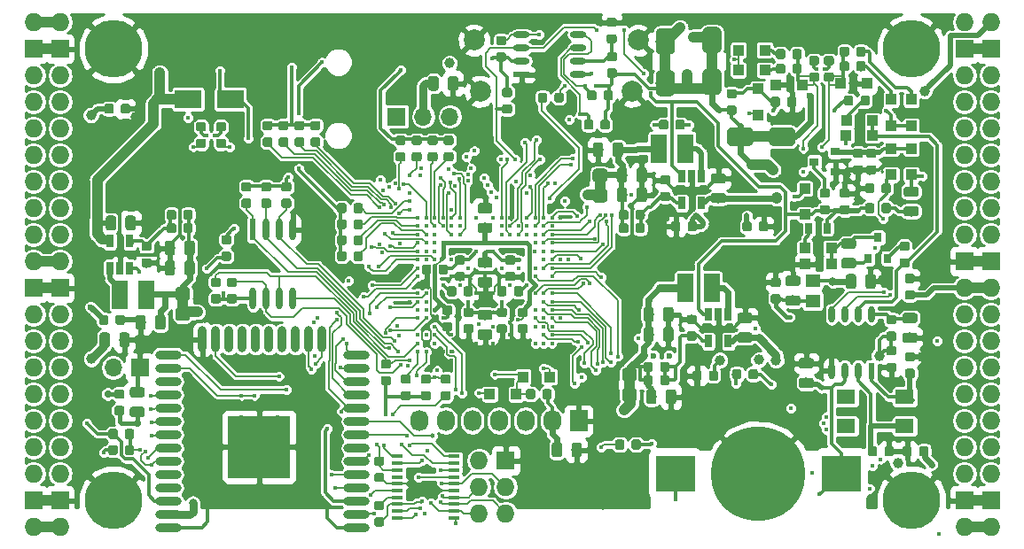
<source format=gbl>
G04 #@! TF.GenerationSoftware,KiCad,Pcbnew,5.0.0+dfsg1-2*
G04 #@! TF.CreationDate,2018-09-18T01:46:11+02:00*
G04 #@! TF.ProjectId,ulx3s,756C7833732E6B696361645F70636200,rev?*
G04 #@! TF.SameCoordinates,Original*
G04 #@! TF.FileFunction,Copper,L4,Bot,Signal*
G04 #@! TF.FilePolarity,Positive*
%FSLAX46Y46*%
G04 Gerber Fmt 4.6, Leading zero omitted, Abs format (unit mm)*
G04 Created by KiCad (PCBNEW 5.0.0+dfsg1-2) date Tue Sep 18 01:46:11 2018*
%MOMM*%
%LPD*%
G01*
G04 APERTURE LIST*
G04 #@! TA.AperFunction,EtchedComponent*
%ADD10C,1.000000*%
G04 #@! TD*
G04 #@! TA.AperFunction,Conductor*
%ADD11C,0.100000*%
G04 #@! TD*
G04 #@! TA.AperFunction,SMDPad,CuDef*
%ADD12C,1.295000*%
G04 #@! TD*
G04 #@! TA.AperFunction,SMDPad,CuDef*
%ADD13C,1.800000*%
G04 #@! TD*
G04 #@! TA.AperFunction,SMDPad,CuDef*
%ADD14O,1.100000X0.400000*%
G04 #@! TD*
G04 #@! TA.AperFunction,SMDPad,CuDef*
%ADD15R,1.100000X0.400000*%
G04 #@! TD*
G04 #@! TA.AperFunction,SMDPad,CuDef*
%ADD16C,0.975000*%
G04 #@! TD*
G04 #@! TA.AperFunction,SMDPad,CuDef*
%ADD17C,0.875000*%
G04 #@! TD*
G04 #@! TA.AperFunction,SMDPad,CuDef*
%ADD18R,0.900000X0.800000*%
G04 #@! TD*
G04 #@! TA.AperFunction,SMDPad,CuDef*
%ADD19R,1.000000X1.000000*%
G04 #@! TD*
G04 #@! TA.AperFunction,SMDPad,CuDef*
%ADD20R,0.700000X1.200000*%
G04 #@! TD*
G04 #@! TA.AperFunction,ComponentPad*
%ADD21C,2.000000*%
G04 #@! TD*
G04 #@! TA.AperFunction,SMDPad,CuDef*
%ADD22R,3.700000X3.500000*%
G04 #@! TD*
G04 #@! TA.AperFunction,BGAPad,CuDef*
%ADD23C,9.000000*%
G04 #@! TD*
G04 #@! TA.AperFunction,SMDPad,CuDef*
%ADD24R,1.800000X1.400000*%
G04 #@! TD*
G04 #@! TA.AperFunction,ComponentPad*
%ADD25R,1.727200X2.032000*%
G04 #@! TD*
G04 #@! TA.AperFunction,ComponentPad*
%ADD26O,1.727200X2.032000*%
G04 #@! TD*
G04 #@! TA.AperFunction,SMDPad,CuDef*
%ADD27R,0.600000X1.550000*%
G04 #@! TD*
G04 #@! TA.AperFunction,SMDPad,CuDef*
%ADD28O,0.600000X1.550000*%
G04 #@! TD*
G04 #@! TA.AperFunction,SMDPad,CuDef*
%ADD29R,1.550000X0.600000*%
G04 #@! TD*
G04 #@! TA.AperFunction,SMDPad,CuDef*
%ADD30O,1.550000X0.600000*%
G04 #@! TD*
G04 #@! TA.AperFunction,SMDPad,CuDef*
%ADD31R,0.600000X2.100000*%
G04 #@! TD*
G04 #@! TA.AperFunction,SMDPad,CuDef*
%ADD32O,0.600000X2.100000*%
G04 #@! TD*
G04 #@! TA.AperFunction,SMDPad,CuDef*
%ADD33O,2.500000X0.900000*%
G04 #@! TD*
G04 #@! TA.AperFunction,SMDPad,CuDef*
%ADD34O,0.900000X2.500000*%
G04 #@! TD*
G04 #@! TA.AperFunction,SMDPad,CuDef*
%ADD35R,6.000000X6.000000*%
G04 #@! TD*
G04 #@! TA.AperFunction,ComponentPad*
%ADD36O,1.727200X1.727200*%
G04 #@! TD*
G04 #@! TA.AperFunction,ComponentPad*
%ADD37R,1.727200X1.727200*%
G04 #@! TD*
G04 #@! TA.AperFunction,ComponentPad*
%ADD38C,5.500000*%
G04 #@! TD*
G04 #@! TA.AperFunction,BGAPad,CuDef*
%ADD39C,0.300000*%
G04 #@! TD*
G04 #@! TA.AperFunction,ComponentPad*
%ADD40R,1.700000X1.700000*%
G04 #@! TD*
G04 #@! TA.AperFunction,ComponentPad*
%ADD41O,1.700000X1.700000*%
G04 #@! TD*
G04 #@! TA.AperFunction,SMDPad,CuDef*
%ADD42R,1.500000X2.700000*%
G04 #@! TD*
G04 #@! TA.AperFunction,SMDPad,CuDef*
%ADD43R,0.670000X1.000000*%
G04 #@! TD*
G04 #@! TA.AperFunction,SMDPad,CuDef*
%ADD44R,2.500000X1.800000*%
G04 #@! TD*
G04 #@! TA.AperFunction,SMDPad,CuDef*
%ADD45R,0.800000X0.900000*%
G04 #@! TD*
G04 #@! TA.AperFunction,SMDPad,CuDef*
%ADD46R,1.400000X1.295000*%
G04 #@! TD*
G04 #@! TA.AperFunction,ViaPad*
%ADD47C,2.000000*%
G04 #@! TD*
G04 #@! TA.AperFunction,ViaPad*
%ADD48C,0.419000*%
G04 #@! TD*
G04 #@! TA.AperFunction,ViaPad*
%ADD49C,1.000000*%
G04 #@! TD*
G04 #@! TA.AperFunction,ViaPad*
%ADD50C,0.600000*%
G04 #@! TD*
G04 #@! TA.AperFunction,ViaPad*
%ADD51C,0.800000*%
G04 #@! TD*
G04 #@! TA.AperFunction,ViaPad*
%ADD52C,0.500000*%
G04 #@! TD*
G04 #@! TA.AperFunction,ViaPad*
%ADD53C,0.700000*%
G04 #@! TD*
G04 #@! TA.AperFunction,ViaPad*
%ADD54C,0.454000*%
G04 #@! TD*
G04 #@! TA.AperFunction,Conductor*
%ADD55C,0.300000*%
G04 #@! TD*
G04 #@! TA.AperFunction,Conductor*
%ADD56C,0.400000*%
G04 #@! TD*
G04 #@! TA.AperFunction,Conductor*
%ADD57C,1.000000*%
G04 #@! TD*
G04 #@! TA.AperFunction,Conductor*
%ADD58C,0.600000*%
G04 #@! TD*
G04 #@! TA.AperFunction,Conductor*
%ADD59C,0.127000*%
G04 #@! TD*
G04 #@! TA.AperFunction,Conductor*
%ADD60C,0.190000*%
G04 #@! TD*
G04 #@! TA.AperFunction,Conductor*
%ADD61C,0.500000*%
G04 #@! TD*
G04 #@! TA.AperFunction,Conductor*
%ADD62C,0.700000*%
G04 #@! TD*
G04 #@! TA.AperFunction,Conductor*
%ADD63C,0.800000*%
G04 #@! TD*
G04 #@! TA.AperFunction,Conductor*
%ADD64C,0.200000*%
G04 #@! TD*
G04 #@! TA.AperFunction,Conductor*
%ADD65C,0.254000*%
G04 #@! TD*
G04 APERTURE END LIST*
D10*
G04 #@! TO.C,RP2*
X109609000Y-88632000D02*
X109609000Y-90632000D01*
G04 #@! TO.C,RP3*
X149472000Y-77311000D02*
X149472000Y-79311000D01*
G04 #@! TO.C,RP1*
X152281000Y-96361000D02*
X152281000Y-98361000D01*
G04 #@! TO.C,D52*
X160155000Y-64391000D02*
X160155000Y-68391000D01*
G04 #@! TO.C,D51*
X155710000Y-68518000D02*
X155710000Y-64518000D01*
G04 #@! TO.C,D9*
X166854000Y-73630000D02*
X162854000Y-73630000D01*
G04 #@! TD*
D11*
G04 #@! TO.N,+2V5*
G04 #@! TO.C,RP2*
G36*
X110016983Y-89953559D02*
X110048410Y-89958221D01*
X110079230Y-89965941D01*
X110109144Y-89976644D01*
X110137865Y-89990228D01*
X110165116Y-90006562D01*
X110190635Y-90025488D01*
X110214176Y-90046824D01*
X110235512Y-90070365D01*
X110254438Y-90095884D01*
X110270772Y-90123135D01*
X110284356Y-90151856D01*
X110295059Y-90181770D01*
X110302779Y-90212590D01*
X110307441Y-90244017D01*
X110309000Y-90275750D01*
X110309000Y-90923250D01*
X110307441Y-90954983D01*
X110302779Y-90986410D01*
X110295059Y-91017230D01*
X110284356Y-91047144D01*
X110270772Y-91075865D01*
X110254438Y-91103116D01*
X110235512Y-91128635D01*
X110214176Y-91152176D01*
X110190635Y-91173512D01*
X110165116Y-91192438D01*
X110137865Y-91208772D01*
X110109144Y-91222356D01*
X110079230Y-91233059D01*
X110048410Y-91240779D01*
X110016983Y-91245441D01*
X109985250Y-91247000D01*
X109232750Y-91247000D01*
X109201017Y-91245441D01*
X109169590Y-91240779D01*
X109138770Y-91233059D01*
X109108856Y-91222356D01*
X109080135Y-91208772D01*
X109052884Y-91192438D01*
X109027365Y-91173512D01*
X109003824Y-91152176D01*
X108982488Y-91128635D01*
X108963562Y-91103116D01*
X108947228Y-91075865D01*
X108933644Y-91047144D01*
X108922941Y-91017230D01*
X108915221Y-90986410D01*
X108910559Y-90954983D01*
X108909000Y-90923250D01*
X108909000Y-90275750D01*
X108910559Y-90244017D01*
X108915221Y-90212590D01*
X108922941Y-90181770D01*
X108933644Y-90151856D01*
X108947228Y-90123135D01*
X108963562Y-90095884D01*
X108982488Y-90070365D01*
X109003824Y-90046824D01*
X109027365Y-90025488D01*
X109052884Y-90006562D01*
X109080135Y-89990228D01*
X109108856Y-89976644D01*
X109138770Y-89965941D01*
X109169590Y-89958221D01*
X109201017Y-89953559D01*
X109232750Y-89952000D01*
X109985250Y-89952000D01*
X110016983Y-89953559D01*
X110016983Y-89953559D01*
G37*
D12*
G04 #@! TD*
G04 #@! TO.P,RP2,2*
G04 #@! TO.N,+2V5*
X109609000Y-90599500D03*
D11*
G04 #@! TO.N,/power/P2V5*
G04 #@! TO.C,RP2*
G36*
X110016983Y-88018559D02*
X110048410Y-88023221D01*
X110079230Y-88030941D01*
X110109144Y-88041644D01*
X110137865Y-88055228D01*
X110165116Y-88071562D01*
X110190635Y-88090488D01*
X110214176Y-88111824D01*
X110235512Y-88135365D01*
X110254438Y-88160884D01*
X110270772Y-88188135D01*
X110284356Y-88216856D01*
X110295059Y-88246770D01*
X110302779Y-88277590D01*
X110307441Y-88309017D01*
X110309000Y-88340750D01*
X110309000Y-88988250D01*
X110307441Y-89019983D01*
X110302779Y-89051410D01*
X110295059Y-89082230D01*
X110284356Y-89112144D01*
X110270772Y-89140865D01*
X110254438Y-89168116D01*
X110235512Y-89193635D01*
X110214176Y-89217176D01*
X110190635Y-89238512D01*
X110165116Y-89257438D01*
X110137865Y-89273772D01*
X110109144Y-89287356D01*
X110079230Y-89298059D01*
X110048410Y-89305779D01*
X110016983Y-89310441D01*
X109985250Y-89312000D01*
X109232750Y-89312000D01*
X109201017Y-89310441D01*
X109169590Y-89305779D01*
X109138770Y-89298059D01*
X109108856Y-89287356D01*
X109080135Y-89273772D01*
X109052884Y-89257438D01*
X109027365Y-89238512D01*
X109003824Y-89217176D01*
X108982488Y-89193635D01*
X108963562Y-89168116D01*
X108947228Y-89140865D01*
X108933644Y-89112144D01*
X108922941Y-89082230D01*
X108915221Y-89051410D01*
X108910559Y-89019983D01*
X108909000Y-88988250D01*
X108909000Y-88340750D01*
X108910559Y-88309017D01*
X108915221Y-88277590D01*
X108922941Y-88246770D01*
X108933644Y-88216856D01*
X108947228Y-88188135D01*
X108963562Y-88160884D01*
X108982488Y-88135365D01*
X109003824Y-88111824D01*
X109027365Y-88090488D01*
X109052884Y-88071562D01*
X109080135Y-88055228D01*
X109108856Y-88041644D01*
X109138770Y-88030941D01*
X109169590Y-88023221D01*
X109201017Y-88018559D01*
X109232750Y-88017000D01*
X109985250Y-88017000D01*
X110016983Y-88018559D01*
X110016983Y-88018559D01*
G37*
D12*
G04 #@! TD*
G04 #@! TO.P,RP2,1*
G04 #@! TO.N,/power/P2V5*
X109609000Y-88664500D03*
D11*
G04 #@! TO.N,+3V3*
G04 #@! TO.C,RP3*
G36*
X149879983Y-78632559D02*
X149911410Y-78637221D01*
X149942230Y-78644941D01*
X149972144Y-78655644D01*
X150000865Y-78669228D01*
X150028116Y-78685562D01*
X150053635Y-78704488D01*
X150077176Y-78725824D01*
X150098512Y-78749365D01*
X150117438Y-78774884D01*
X150133772Y-78802135D01*
X150147356Y-78830856D01*
X150158059Y-78860770D01*
X150165779Y-78891590D01*
X150170441Y-78923017D01*
X150172000Y-78954750D01*
X150172000Y-79602250D01*
X150170441Y-79633983D01*
X150165779Y-79665410D01*
X150158059Y-79696230D01*
X150147356Y-79726144D01*
X150133772Y-79754865D01*
X150117438Y-79782116D01*
X150098512Y-79807635D01*
X150077176Y-79831176D01*
X150053635Y-79852512D01*
X150028116Y-79871438D01*
X150000865Y-79887772D01*
X149972144Y-79901356D01*
X149942230Y-79912059D01*
X149911410Y-79919779D01*
X149879983Y-79924441D01*
X149848250Y-79926000D01*
X149095750Y-79926000D01*
X149064017Y-79924441D01*
X149032590Y-79919779D01*
X149001770Y-79912059D01*
X148971856Y-79901356D01*
X148943135Y-79887772D01*
X148915884Y-79871438D01*
X148890365Y-79852512D01*
X148866824Y-79831176D01*
X148845488Y-79807635D01*
X148826562Y-79782116D01*
X148810228Y-79754865D01*
X148796644Y-79726144D01*
X148785941Y-79696230D01*
X148778221Y-79665410D01*
X148773559Y-79633983D01*
X148772000Y-79602250D01*
X148772000Y-78954750D01*
X148773559Y-78923017D01*
X148778221Y-78891590D01*
X148785941Y-78860770D01*
X148796644Y-78830856D01*
X148810228Y-78802135D01*
X148826562Y-78774884D01*
X148845488Y-78749365D01*
X148866824Y-78725824D01*
X148890365Y-78704488D01*
X148915884Y-78685562D01*
X148943135Y-78669228D01*
X148971856Y-78655644D01*
X149001770Y-78644941D01*
X149032590Y-78637221D01*
X149064017Y-78632559D01*
X149095750Y-78631000D01*
X149848250Y-78631000D01*
X149879983Y-78632559D01*
X149879983Y-78632559D01*
G37*
D12*
G04 #@! TD*
G04 #@! TO.P,RP3,2*
G04 #@! TO.N,+3V3*
X149472000Y-79278500D03*
D11*
G04 #@! TO.N,/power/P3V3*
G04 #@! TO.C,RP3*
G36*
X149879983Y-76697559D02*
X149911410Y-76702221D01*
X149942230Y-76709941D01*
X149972144Y-76720644D01*
X150000865Y-76734228D01*
X150028116Y-76750562D01*
X150053635Y-76769488D01*
X150077176Y-76790824D01*
X150098512Y-76814365D01*
X150117438Y-76839884D01*
X150133772Y-76867135D01*
X150147356Y-76895856D01*
X150158059Y-76925770D01*
X150165779Y-76956590D01*
X150170441Y-76988017D01*
X150172000Y-77019750D01*
X150172000Y-77667250D01*
X150170441Y-77698983D01*
X150165779Y-77730410D01*
X150158059Y-77761230D01*
X150147356Y-77791144D01*
X150133772Y-77819865D01*
X150117438Y-77847116D01*
X150098512Y-77872635D01*
X150077176Y-77896176D01*
X150053635Y-77917512D01*
X150028116Y-77936438D01*
X150000865Y-77952772D01*
X149972144Y-77966356D01*
X149942230Y-77977059D01*
X149911410Y-77984779D01*
X149879983Y-77989441D01*
X149848250Y-77991000D01*
X149095750Y-77991000D01*
X149064017Y-77989441D01*
X149032590Y-77984779D01*
X149001770Y-77977059D01*
X148971856Y-77966356D01*
X148943135Y-77952772D01*
X148915884Y-77936438D01*
X148890365Y-77917512D01*
X148866824Y-77896176D01*
X148845488Y-77872635D01*
X148826562Y-77847116D01*
X148810228Y-77819865D01*
X148796644Y-77791144D01*
X148785941Y-77761230D01*
X148778221Y-77730410D01*
X148773559Y-77698983D01*
X148772000Y-77667250D01*
X148772000Y-77019750D01*
X148773559Y-76988017D01*
X148778221Y-76956590D01*
X148785941Y-76925770D01*
X148796644Y-76895856D01*
X148810228Y-76867135D01*
X148826562Y-76839884D01*
X148845488Y-76814365D01*
X148866824Y-76790824D01*
X148890365Y-76769488D01*
X148915884Y-76750562D01*
X148943135Y-76734228D01*
X148971856Y-76720644D01*
X149001770Y-76709941D01*
X149032590Y-76702221D01*
X149064017Y-76697559D01*
X149095750Y-76696000D01*
X149848250Y-76696000D01*
X149879983Y-76697559D01*
X149879983Y-76697559D01*
G37*
D12*
G04 #@! TD*
G04 #@! TO.P,RP3,1*
G04 #@! TO.N,/power/P3V3*
X149472000Y-77343500D03*
D11*
G04 #@! TO.N,+1V1*
G04 #@! TO.C,RP1*
G36*
X152688983Y-97682559D02*
X152720410Y-97687221D01*
X152751230Y-97694941D01*
X152781144Y-97705644D01*
X152809865Y-97719228D01*
X152837116Y-97735562D01*
X152862635Y-97754488D01*
X152886176Y-97775824D01*
X152907512Y-97799365D01*
X152926438Y-97824884D01*
X152942772Y-97852135D01*
X152956356Y-97880856D01*
X152967059Y-97910770D01*
X152974779Y-97941590D01*
X152979441Y-97973017D01*
X152981000Y-98004750D01*
X152981000Y-98652250D01*
X152979441Y-98683983D01*
X152974779Y-98715410D01*
X152967059Y-98746230D01*
X152956356Y-98776144D01*
X152942772Y-98804865D01*
X152926438Y-98832116D01*
X152907512Y-98857635D01*
X152886176Y-98881176D01*
X152862635Y-98902512D01*
X152837116Y-98921438D01*
X152809865Y-98937772D01*
X152781144Y-98951356D01*
X152751230Y-98962059D01*
X152720410Y-98969779D01*
X152688983Y-98974441D01*
X152657250Y-98976000D01*
X151904750Y-98976000D01*
X151873017Y-98974441D01*
X151841590Y-98969779D01*
X151810770Y-98962059D01*
X151780856Y-98951356D01*
X151752135Y-98937772D01*
X151724884Y-98921438D01*
X151699365Y-98902512D01*
X151675824Y-98881176D01*
X151654488Y-98857635D01*
X151635562Y-98832116D01*
X151619228Y-98804865D01*
X151605644Y-98776144D01*
X151594941Y-98746230D01*
X151587221Y-98715410D01*
X151582559Y-98683983D01*
X151581000Y-98652250D01*
X151581000Y-98004750D01*
X151582559Y-97973017D01*
X151587221Y-97941590D01*
X151594941Y-97910770D01*
X151605644Y-97880856D01*
X151619228Y-97852135D01*
X151635562Y-97824884D01*
X151654488Y-97799365D01*
X151675824Y-97775824D01*
X151699365Y-97754488D01*
X151724884Y-97735562D01*
X151752135Y-97719228D01*
X151780856Y-97705644D01*
X151810770Y-97694941D01*
X151841590Y-97687221D01*
X151873017Y-97682559D01*
X151904750Y-97681000D01*
X152657250Y-97681000D01*
X152688983Y-97682559D01*
X152688983Y-97682559D01*
G37*
D12*
G04 #@! TD*
G04 #@! TO.P,RP1,2*
G04 #@! TO.N,+1V1*
X152281000Y-98328500D03*
D11*
G04 #@! TO.N,/power/P1V1*
G04 #@! TO.C,RP1*
G36*
X152688983Y-95747559D02*
X152720410Y-95752221D01*
X152751230Y-95759941D01*
X152781144Y-95770644D01*
X152809865Y-95784228D01*
X152837116Y-95800562D01*
X152862635Y-95819488D01*
X152886176Y-95840824D01*
X152907512Y-95864365D01*
X152926438Y-95889884D01*
X152942772Y-95917135D01*
X152956356Y-95945856D01*
X152967059Y-95975770D01*
X152974779Y-96006590D01*
X152979441Y-96038017D01*
X152981000Y-96069750D01*
X152981000Y-96717250D01*
X152979441Y-96748983D01*
X152974779Y-96780410D01*
X152967059Y-96811230D01*
X152956356Y-96841144D01*
X152942772Y-96869865D01*
X152926438Y-96897116D01*
X152907512Y-96922635D01*
X152886176Y-96946176D01*
X152862635Y-96967512D01*
X152837116Y-96986438D01*
X152809865Y-97002772D01*
X152781144Y-97016356D01*
X152751230Y-97027059D01*
X152720410Y-97034779D01*
X152688983Y-97039441D01*
X152657250Y-97041000D01*
X151904750Y-97041000D01*
X151873017Y-97039441D01*
X151841590Y-97034779D01*
X151810770Y-97027059D01*
X151780856Y-97016356D01*
X151752135Y-97002772D01*
X151724884Y-96986438D01*
X151699365Y-96967512D01*
X151675824Y-96946176D01*
X151654488Y-96922635D01*
X151635562Y-96897116D01*
X151619228Y-96869865D01*
X151605644Y-96841144D01*
X151594941Y-96811230D01*
X151587221Y-96780410D01*
X151582559Y-96748983D01*
X151581000Y-96717250D01*
X151581000Y-96069750D01*
X151582559Y-96038017D01*
X151587221Y-96006590D01*
X151594941Y-95975770D01*
X151605644Y-95945856D01*
X151619228Y-95917135D01*
X151635562Y-95889884D01*
X151654488Y-95864365D01*
X151675824Y-95840824D01*
X151699365Y-95819488D01*
X151724884Y-95800562D01*
X151752135Y-95784228D01*
X151780856Y-95770644D01*
X151810770Y-95759941D01*
X151841590Y-95752221D01*
X151873017Y-95747559D01*
X151904750Y-95746000D01*
X152657250Y-95746000D01*
X152688983Y-95747559D01*
X152688983Y-95747559D01*
G37*
D12*
G04 #@! TD*
G04 #@! TO.P,RP1,1*
G04 #@! TO.N,/power/P1V1*
X152281000Y-96393500D03*
D11*
G04 #@! TO.N,+5V*
G04 #@! TO.C,D52*
G36*
X160649108Y-67143167D02*
X160692791Y-67149647D01*
X160735628Y-67160377D01*
X160777208Y-67175254D01*
X160817129Y-67194135D01*
X160855007Y-67216839D01*
X160890477Y-67243145D01*
X160923198Y-67272802D01*
X160952855Y-67305523D01*
X160979161Y-67340993D01*
X161001865Y-67378871D01*
X161020746Y-67418792D01*
X161035623Y-67460372D01*
X161046353Y-67503209D01*
X161052833Y-67546892D01*
X161055000Y-67591000D01*
X161055000Y-69191000D01*
X161052833Y-69235108D01*
X161046353Y-69278791D01*
X161035623Y-69321628D01*
X161020746Y-69363208D01*
X161001865Y-69403129D01*
X160979161Y-69441007D01*
X160952855Y-69476477D01*
X160923198Y-69509198D01*
X160890477Y-69538855D01*
X160855007Y-69565161D01*
X160817129Y-69587865D01*
X160777208Y-69606746D01*
X160735628Y-69621623D01*
X160692791Y-69632353D01*
X160649108Y-69638833D01*
X160605000Y-69641000D01*
X159705000Y-69641000D01*
X159660892Y-69638833D01*
X159617209Y-69632353D01*
X159574372Y-69621623D01*
X159532792Y-69606746D01*
X159492871Y-69587865D01*
X159454993Y-69565161D01*
X159419523Y-69538855D01*
X159386802Y-69509198D01*
X159357145Y-69476477D01*
X159330839Y-69441007D01*
X159308135Y-69403129D01*
X159289254Y-69363208D01*
X159274377Y-69321628D01*
X159263647Y-69278791D01*
X159257167Y-69235108D01*
X159255000Y-69191000D01*
X159255000Y-67591000D01*
X159257167Y-67546892D01*
X159263647Y-67503209D01*
X159274377Y-67460372D01*
X159289254Y-67418792D01*
X159308135Y-67378871D01*
X159330839Y-67340993D01*
X159357145Y-67305523D01*
X159386802Y-67272802D01*
X159419523Y-67243145D01*
X159454993Y-67216839D01*
X159492871Y-67194135D01*
X159532792Y-67175254D01*
X159574372Y-67160377D01*
X159617209Y-67149647D01*
X159660892Y-67143167D01*
X159705000Y-67141000D01*
X160605000Y-67141000D01*
X160649108Y-67143167D01*
X160649108Y-67143167D01*
G37*
D13*
G04 #@! TD*
G04 #@! TO.P,D52,2*
G04 #@! TO.N,+5V*
X160155000Y-68391000D03*
D11*
G04 #@! TO.N,/gpio/OUT5V*
G04 #@! TO.C,D52*
G36*
X160649108Y-63143167D02*
X160692791Y-63149647D01*
X160735628Y-63160377D01*
X160777208Y-63175254D01*
X160817129Y-63194135D01*
X160855007Y-63216839D01*
X160890477Y-63243145D01*
X160923198Y-63272802D01*
X160952855Y-63305523D01*
X160979161Y-63340993D01*
X161001865Y-63378871D01*
X161020746Y-63418792D01*
X161035623Y-63460372D01*
X161046353Y-63503209D01*
X161052833Y-63546892D01*
X161055000Y-63591000D01*
X161055000Y-65191000D01*
X161052833Y-65235108D01*
X161046353Y-65278791D01*
X161035623Y-65321628D01*
X161020746Y-65363208D01*
X161001865Y-65403129D01*
X160979161Y-65441007D01*
X160952855Y-65476477D01*
X160923198Y-65509198D01*
X160890477Y-65538855D01*
X160855007Y-65565161D01*
X160817129Y-65587865D01*
X160777208Y-65606746D01*
X160735628Y-65621623D01*
X160692791Y-65632353D01*
X160649108Y-65638833D01*
X160605000Y-65641000D01*
X159705000Y-65641000D01*
X159660892Y-65638833D01*
X159617209Y-65632353D01*
X159574372Y-65621623D01*
X159532792Y-65606746D01*
X159492871Y-65587865D01*
X159454993Y-65565161D01*
X159419523Y-65538855D01*
X159386802Y-65509198D01*
X159357145Y-65476477D01*
X159330839Y-65441007D01*
X159308135Y-65403129D01*
X159289254Y-65363208D01*
X159274377Y-65321628D01*
X159263647Y-65278791D01*
X159257167Y-65235108D01*
X159255000Y-65191000D01*
X159255000Y-63591000D01*
X159257167Y-63546892D01*
X159263647Y-63503209D01*
X159274377Y-63460372D01*
X159289254Y-63418792D01*
X159308135Y-63378871D01*
X159330839Y-63340993D01*
X159357145Y-63305523D01*
X159386802Y-63272802D01*
X159419523Y-63243145D01*
X159454993Y-63216839D01*
X159492871Y-63194135D01*
X159532792Y-63175254D01*
X159574372Y-63160377D01*
X159617209Y-63149647D01*
X159660892Y-63143167D01*
X159705000Y-63141000D01*
X160605000Y-63141000D01*
X160649108Y-63143167D01*
X160649108Y-63143167D01*
G37*
D13*
G04 #@! TD*
G04 #@! TO.P,D52,1*
G04 #@! TO.N,/gpio/OUT5V*
X160155000Y-64391000D03*
D11*
G04 #@! TO.N,/gpio/IN5V*
G04 #@! TO.C,D51*
G36*
X156204108Y-63270167D02*
X156247791Y-63276647D01*
X156290628Y-63287377D01*
X156332208Y-63302254D01*
X156372129Y-63321135D01*
X156410007Y-63343839D01*
X156445477Y-63370145D01*
X156478198Y-63399802D01*
X156507855Y-63432523D01*
X156534161Y-63467993D01*
X156556865Y-63505871D01*
X156575746Y-63545792D01*
X156590623Y-63587372D01*
X156601353Y-63630209D01*
X156607833Y-63673892D01*
X156610000Y-63718000D01*
X156610000Y-65318000D01*
X156607833Y-65362108D01*
X156601353Y-65405791D01*
X156590623Y-65448628D01*
X156575746Y-65490208D01*
X156556865Y-65530129D01*
X156534161Y-65568007D01*
X156507855Y-65603477D01*
X156478198Y-65636198D01*
X156445477Y-65665855D01*
X156410007Y-65692161D01*
X156372129Y-65714865D01*
X156332208Y-65733746D01*
X156290628Y-65748623D01*
X156247791Y-65759353D01*
X156204108Y-65765833D01*
X156160000Y-65768000D01*
X155260000Y-65768000D01*
X155215892Y-65765833D01*
X155172209Y-65759353D01*
X155129372Y-65748623D01*
X155087792Y-65733746D01*
X155047871Y-65714865D01*
X155009993Y-65692161D01*
X154974523Y-65665855D01*
X154941802Y-65636198D01*
X154912145Y-65603477D01*
X154885839Y-65568007D01*
X154863135Y-65530129D01*
X154844254Y-65490208D01*
X154829377Y-65448628D01*
X154818647Y-65405791D01*
X154812167Y-65362108D01*
X154810000Y-65318000D01*
X154810000Y-63718000D01*
X154812167Y-63673892D01*
X154818647Y-63630209D01*
X154829377Y-63587372D01*
X154844254Y-63545792D01*
X154863135Y-63505871D01*
X154885839Y-63467993D01*
X154912145Y-63432523D01*
X154941802Y-63399802D01*
X154974523Y-63370145D01*
X155009993Y-63343839D01*
X155047871Y-63321135D01*
X155087792Y-63302254D01*
X155129372Y-63287377D01*
X155172209Y-63276647D01*
X155215892Y-63270167D01*
X155260000Y-63268000D01*
X156160000Y-63268000D01*
X156204108Y-63270167D01*
X156204108Y-63270167D01*
G37*
D13*
G04 #@! TD*
G04 #@! TO.P,D51,2*
G04 #@! TO.N,/gpio/IN5V*
X155710000Y-64518000D03*
D11*
G04 #@! TO.N,+5V*
G04 #@! TO.C,D51*
G36*
X156204108Y-67270167D02*
X156247791Y-67276647D01*
X156290628Y-67287377D01*
X156332208Y-67302254D01*
X156372129Y-67321135D01*
X156410007Y-67343839D01*
X156445477Y-67370145D01*
X156478198Y-67399802D01*
X156507855Y-67432523D01*
X156534161Y-67467993D01*
X156556865Y-67505871D01*
X156575746Y-67545792D01*
X156590623Y-67587372D01*
X156601353Y-67630209D01*
X156607833Y-67673892D01*
X156610000Y-67718000D01*
X156610000Y-69318000D01*
X156607833Y-69362108D01*
X156601353Y-69405791D01*
X156590623Y-69448628D01*
X156575746Y-69490208D01*
X156556865Y-69530129D01*
X156534161Y-69568007D01*
X156507855Y-69603477D01*
X156478198Y-69636198D01*
X156445477Y-69665855D01*
X156410007Y-69692161D01*
X156372129Y-69714865D01*
X156332208Y-69733746D01*
X156290628Y-69748623D01*
X156247791Y-69759353D01*
X156204108Y-69765833D01*
X156160000Y-69768000D01*
X155260000Y-69768000D01*
X155215892Y-69765833D01*
X155172209Y-69759353D01*
X155129372Y-69748623D01*
X155087792Y-69733746D01*
X155047871Y-69714865D01*
X155009993Y-69692161D01*
X154974523Y-69665855D01*
X154941802Y-69636198D01*
X154912145Y-69603477D01*
X154885839Y-69568007D01*
X154863135Y-69530129D01*
X154844254Y-69490208D01*
X154829377Y-69448628D01*
X154818647Y-69405791D01*
X154812167Y-69362108D01*
X154810000Y-69318000D01*
X154810000Y-67718000D01*
X154812167Y-67673892D01*
X154818647Y-67630209D01*
X154829377Y-67587372D01*
X154844254Y-67545792D01*
X154863135Y-67505871D01*
X154885839Y-67467993D01*
X154912145Y-67432523D01*
X154941802Y-67399802D01*
X154974523Y-67370145D01*
X155009993Y-67343839D01*
X155047871Y-67321135D01*
X155087792Y-67302254D01*
X155129372Y-67287377D01*
X155172209Y-67276647D01*
X155215892Y-67270167D01*
X155260000Y-67268000D01*
X156160000Y-67268000D01*
X156204108Y-67270167D01*
X156204108Y-67270167D01*
G37*
D13*
G04 #@! TD*
G04 #@! TO.P,D51,1*
G04 #@! TO.N,+5V*
X155710000Y-68518000D03*
D11*
G04 #@! TO.N,+5V*
G04 #@! TO.C,D9*
G36*
X163698108Y-72732167D02*
X163741791Y-72738647D01*
X163784628Y-72749377D01*
X163826208Y-72764254D01*
X163866129Y-72783135D01*
X163904007Y-72805839D01*
X163939477Y-72832145D01*
X163972198Y-72861802D01*
X164001855Y-72894523D01*
X164028161Y-72929993D01*
X164050865Y-72967871D01*
X164069746Y-73007792D01*
X164084623Y-73049372D01*
X164095353Y-73092209D01*
X164101833Y-73135892D01*
X164104000Y-73180000D01*
X164104000Y-74080000D01*
X164101833Y-74124108D01*
X164095353Y-74167791D01*
X164084623Y-74210628D01*
X164069746Y-74252208D01*
X164050865Y-74292129D01*
X164028161Y-74330007D01*
X164001855Y-74365477D01*
X163972198Y-74398198D01*
X163939477Y-74427855D01*
X163904007Y-74454161D01*
X163866129Y-74476865D01*
X163826208Y-74495746D01*
X163784628Y-74510623D01*
X163741791Y-74521353D01*
X163698108Y-74527833D01*
X163654000Y-74530000D01*
X162054000Y-74530000D01*
X162009892Y-74527833D01*
X161966209Y-74521353D01*
X161923372Y-74510623D01*
X161881792Y-74495746D01*
X161841871Y-74476865D01*
X161803993Y-74454161D01*
X161768523Y-74427855D01*
X161735802Y-74398198D01*
X161706145Y-74365477D01*
X161679839Y-74330007D01*
X161657135Y-74292129D01*
X161638254Y-74252208D01*
X161623377Y-74210628D01*
X161612647Y-74167791D01*
X161606167Y-74124108D01*
X161604000Y-74080000D01*
X161604000Y-73180000D01*
X161606167Y-73135892D01*
X161612647Y-73092209D01*
X161623377Y-73049372D01*
X161638254Y-73007792D01*
X161657135Y-72967871D01*
X161679839Y-72929993D01*
X161706145Y-72894523D01*
X161735802Y-72861802D01*
X161768523Y-72832145D01*
X161803993Y-72805839D01*
X161841871Y-72783135D01*
X161881792Y-72764254D01*
X161923372Y-72749377D01*
X161966209Y-72738647D01*
X162009892Y-72732167D01*
X162054000Y-72730000D01*
X163654000Y-72730000D01*
X163698108Y-72732167D01*
X163698108Y-72732167D01*
G37*
D13*
G04 #@! TD*
G04 #@! TO.P,D9,2*
G04 #@! TO.N,+5V*
X162854000Y-73630000D03*
D11*
G04 #@! TO.N,/usb/US2VBUS*
G04 #@! TO.C,D9*
G36*
X167698108Y-72732167D02*
X167741791Y-72738647D01*
X167784628Y-72749377D01*
X167826208Y-72764254D01*
X167866129Y-72783135D01*
X167904007Y-72805839D01*
X167939477Y-72832145D01*
X167972198Y-72861802D01*
X168001855Y-72894523D01*
X168028161Y-72929993D01*
X168050865Y-72967871D01*
X168069746Y-73007792D01*
X168084623Y-73049372D01*
X168095353Y-73092209D01*
X168101833Y-73135892D01*
X168104000Y-73180000D01*
X168104000Y-74080000D01*
X168101833Y-74124108D01*
X168095353Y-74167791D01*
X168084623Y-74210628D01*
X168069746Y-74252208D01*
X168050865Y-74292129D01*
X168028161Y-74330007D01*
X168001855Y-74365477D01*
X167972198Y-74398198D01*
X167939477Y-74427855D01*
X167904007Y-74454161D01*
X167866129Y-74476865D01*
X167826208Y-74495746D01*
X167784628Y-74510623D01*
X167741791Y-74521353D01*
X167698108Y-74527833D01*
X167654000Y-74530000D01*
X166054000Y-74530000D01*
X166009892Y-74527833D01*
X165966209Y-74521353D01*
X165923372Y-74510623D01*
X165881792Y-74495746D01*
X165841871Y-74476865D01*
X165803993Y-74454161D01*
X165768523Y-74427855D01*
X165735802Y-74398198D01*
X165706145Y-74365477D01*
X165679839Y-74330007D01*
X165657135Y-74292129D01*
X165638254Y-74252208D01*
X165623377Y-74210628D01*
X165612647Y-74167791D01*
X165606167Y-74124108D01*
X165604000Y-74080000D01*
X165604000Y-73180000D01*
X165606167Y-73135892D01*
X165612647Y-73092209D01*
X165623377Y-73049372D01*
X165638254Y-73007792D01*
X165657135Y-72967871D01*
X165679839Y-72929993D01*
X165706145Y-72894523D01*
X165735802Y-72861802D01*
X165768523Y-72832145D01*
X165803993Y-72805839D01*
X165841871Y-72783135D01*
X165881792Y-72764254D01*
X165923372Y-72749377D01*
X165966209Y-72738647D01*
X166009892Y-72732167D01*
X166054000Y-72730000D01*
X167654000Y-72730000D01*
X167698108Y-72732167D01*
X167698108Y-72732167D01*
G37*
D13*
G04 #@! TD*
G04 #@! TO.P,D9,1*
G04 #@! TO.N,/usb/US2VBUS*
X166854000Y-73630000D03*
D14*
G04 #@! TO.P,U6,20*
G04 #@! TO.N,FTDI_TXD*
X130135000Y-104215000D03*
G04 #@! TO.P,U6,19*
G04 #@! TO.N,FTDI_nSLEEP*
X130135000Y-104865000D03*
G04 #@! TO.P,U6,18*
G04 #@! TO.N,FTDI_TXDEN*
X130135000Y-105515000D03*
G04 #@! TO.P,U6,17*
G04 #@! TO.N,N/C*
X130135000Y-106165000D03*
G04 #@! TO.P,U6,16*
G04 #@! TO.N,GND*
X130135000Y-106815000D03*
G04 #@! TO.P,U6,15*
G04 #@! TO.N,USB5V*
X130135000Y-107465000D03*
G04 #@! TO.P,U6,14*
G04 #@! TO.N,nRESET*
X130135000Y-108115000D03*
G04 #@! TO.P,U6,13*
G04 #@! TO.N,FT2V5*
X130135000Y-108765000D03*
G04 #@! TO.P,U6,12*
G04 #@! TO.N,USB_FTDI_D-*
X130135000Y-109415000D03*
G04 #@! TO.P,U6,11*
G04 #@! TO.N,USB_FTDI_D+*
X130135000Y-110065000D03*
G04 #@! TO.P,U6,10*
G04 #@! TO.N,FTDI_nTXLED*
X135535000Y-110065000D03*
G04 #@! TO.P,U6,9*
G04 #@! TO.N,JTAG_TDO*
X135535000Y-109415000D03*
G04 #@! TO.P,U6,8*
G04 #@! TO.N,JTAG_TMS*
X135535000Y-108765000D03*
G04 #@! TO.P,U6,7*
G04 #@! TO.N,JTAG_TCK*
X135535000Y-108115000D03*
G04 #@! TO.P,U6,6*
G04 #@! TO.N,GND*
X135535000Y-107465000D03*
G04 #@! TO.P,U6,5*
G04 #@! TO.N,JTAG_TDI*
X135535000Y-106815000D03*
G04 #@! TO.P,U6,4*
G04 #@! TO.N,FTDI_RXD*
X135535000Y-106165000D03*
G04 #@! TO.P,U6,3*
G04 #@! TO.N,FT2V5*
X135535000Y-105515000D03*
G04 #@! TO.P,U6,2*
G04 #@! TO.N,FTDI_nRTS*
X135535000Y-104865000D03*
D15*
G04 #@! TO.P,U6,1*
G04 #@! TO.N,FTDI_nDTR*
X135535000Y-104215000D03*
G04 #@! TD*
D11*
G04 #@! TO.N,GND*
G04 #@! TO.C,C1*
G36*
X104908642Y-81186174D02*
X104932303Y-81189684D01*
X104955507Y-81195496D01*
X104978029Y-81203554D01*
X104999653Y-81213782D01*
X105020170Y-81226079D01*
X105039383Y-81240329D01*
X105057107Y-81256393D01*
X105073171Y-81274117D01*
X105087421Y-81293330D01*
X105099718Y-81313847D01*
X105109946Y-81335471D01*
X105118004Y-81357993D01*
X105123816Y-81381197D01*
X105127326Y-81404858D01*
X105128500Y-81428750D01*
X105128500Y-82341250D01*
X105127326Y-82365142D01*
X105123816Y-82388803D01*
X105118004Y-82412007D01*
X105109946Y-82434529D01*
X105099718Y-82456153D01*
X105087421Y-82476670D01*
X105073171Y-82495883D01*
X105057107Y-82513607D01*
X105039383Y-82529671D01*
X105020170Y-82543921D01*
X104999653Y-82556218D01*
X104978029Y-82566446D01*
X104955507Y-82574504D01*
X104932303Y-82580316D01*
X104908642Y-82583826D01*
X104884750Y-82585000D01*
X104397250Y-82585000D01*
X104373358Y-82583826D01*
X104349697Y-82580316D01*
X104326493Y-82574504D01*
X104303971Y-82566446D01*
X104282347Y-82556218D01*
X104261830Y-82543921D01*
X104242617Y-82529671D01*
X104224893Y-82513607D01*
X104208829Y-82495883D01*
X104194579Y-82476670D01*
X104182282Y-82456153D01*
X104172054Y-82434529D01*
X104163996Y-82412007D01*
X104158184Y-82388803D01*
X104154674Y-82365142D01*
X104153500Y-82341250D01*
X104153500Y-81428750D01*
X104154674Y-81404858D01*
X104158184Y-81381197D01*
X104163996Y-81357993D01*
X104172054Y-81335471D01*
X104182282Y-81313847D01*
X104194579Y-81293330D01*
X104208829Y-81274117D01*
X104224893Y-81256393D01*
X104242617Y-81240329D01*
X104261830Y-81226079D01*
X104282347Y-81213782D01*
X104303971Y-81203554D01*
X104326493Y-81195496D01*
X104349697Y-81189684D01*
X104373358Y-81186174D01*
X104397250Y-81185000D01*
X104884750Y-81185000D01*
X104908642Y-81186174D01*
X104908642Y-81186174D01*
G37*
D16*
G04 #@! TD*
G04 #@! TO.P,C1,2*
G04 #@! TO.N,GND*
X104641000Y-81885000D03*
D11*
G04 #@! TO.N,+5V*
G04 #@! TO.C,C1*
G36*
X103033642Y-81186174D02*
X103057303Y-81189684D01*
X103080507Y-81195496D01*
X103103029Y-81203554D01*
X103124653Y-81213782D01*
X103145170Y-81226079D01*
X103164383Y-81240329D01*
X103182107Y-81256393D01*
X103198171Y-81274117D01*
X103212421Y-81293330D01*
X103224718Y-81313847D01*
X103234946Y-81335471D01*
X103243004Y-81357993D01*
X103248816Y-81381197D01*
X103252326Y-81404858D01*
X103253500Y-81428750D01*
X103253500Y-82341250D01*
X103252326Y-82365142D01*
X103248816Y-82388803D01*
X103243004Y-82412007D01*
X103234946Y-82434529D01*
X103224718Y-82456153D01*
X103212421Y-82476670D01*
X103198171Y-82495883D01*
X103182107Y-82513607D01*
X103164383Y-82529671D01*
X103145170Y-82543921D01*
X103124653Y-82556218D01*
X103103029Y-82566446D01*
X103080507Y-82574504D01*
X103057303Y-82580316D01*
X103033642Y-82583826D01*
X103009750Y-82585000D01*
X102522250Y-82585000D01*
X102498358Y-82583826D01*
X102474697Y-82580316D01*
X102451493Y-82574504D01*
X102428971Y-82566446D01*
X102407347Y-82556218D01*
X102386830Y-82543921D01*
X102367617Y-82529671D01*
X102349893Y-82513607D01*
X102333829Y-82495883D01*
X102319579Y-82476670D01*
X102307282Y-82456153D01*
X102297054Y-82434529D01*
X102288996Y-82412007D01*
X102283184Y-82388803D01*
X102279674Y-82365142D01*
X102278500Y-82341250D01*
X102278500Y-81428750D01*
X102279674Y-81404858D01*
X102283184Y-81381197D01*
X102288996Y-81357993D01*
X102297054Y-81335471D01*
X102307282Y-81313847D01*
X102319579Y-81293330D01*
X102333829Y-81274117D01*
X102349893Y-81256393D01*
X102367617Y-81240329D01*
X102386830Y-81226079D01*
X102407347Y-81213782D01*
X102428971Y-81203554D01*
X102451493Y-81195496D01*
X102474697Y-81189684D01*
X102498358Y-81186174D01*
X102522250Y-81185000D01*
X103009750Y-81185000D01*
X103033642Y-81186174D01*
X103033642Y-81186174D01*
G37*
D16*
G04 #@! TD*
G04 #@! TO.P,C1,1*
G04 #@! TO.N,+5V*
X102766000Y-81885000D03*
D11*
G04 #@! TO.N,FT2V5*
G04 #@! TO.C,R9*
G36*
X128667691Y-110031053D02*
X128688926Y-110034203D01*
X128709750Y-110039419D01*
X128729962Y-110046651D01*
X128749368Y-110055830D01*
X128767781Y-110066866D01*
X128785024Y-110079654D01*
X128800930Y-110094070D01*
X128815346Y-110109976D01*
X128828134Y-110127219D01*
X128839170Y-110145632D01*
X128848349Y-110165038D01*
X128855581Y-110185250D01*
X128860797Y-110206074D01*
X128863947Y-110227309D01*
X128865000Y-110248750D01*
X128865000Y-110686250D01*
X128863947Y-110707691D01*
X128860797Y-110728926D01*
X128855581Y-110749750D01*
X128848349Y-110769962D01*
X128839170Y-110789368D01*
X128828134Y-110807781D01*
X128815346Y-110825024D01*
X128800930Y-110840930D01*
X128785024Y-110855346D01*
X128767781Y-110868134D01*
X128749368Y-110879170D01*
X128729962Y-110888349D01*
X128709750Y-110895581D01*
X128688926Y-110900797D01*
X128667691Y-110903947D01*
X128646250Y-110905000D01*
X128133750Y-110905000D01*
X128112309Y-110903947D01*
X128091074Y-110900797D01*
X128070250Y-110895581D01*
X128050038Y-110888349D01*
X128030632Y-110879170D01*
X128012219Y-110868134D01*
X127994976Y-110855346D01*
X127979070Y-110840930D01*
X127964654Y-110825024D01*
X127951866Y-110807781D01*
X127940830Y-110789368D01*
X127931651Y-110769962D01*
X127924419Y-110749750D01*
X127919203Y-110728926D01*
X127916053Y-110707691D01*
X127915000Y-110686250D01*
X127915000Y-110248750D01*
X127916053Y-110227309D01*
X127919203Y-110206074D01*
X127924419Y-110185250D01*
X127931651Y-110165038D01*
X127940830Y-110145632D01*
X127951866Y-110127219D01*
X127964654Y-110109976D01*
X127979070Y-110094070D01*
X127994976Y-110079654D01*
X128012219Y-110066866D01*
X128030632Y-110055830D01*
X128050038Y-110046651D01*
X128070250Y-110039419D01*
X128091074Y-110034203D01*
X128112309Y-110031053D01*
X128133750Y-110030000D01*
X128646250Y-110030000D01*
X128667691Y-110031053D01*
X128667691Y-110031053D01*
G37*
D17*
G04 #@! TD*
G04 #@! TO.P,R9,2*
G04 #@! TO.N,FT2V5*
X128390000Y-110467500D03*
D11*
G04 #@! TO.N,nRESET*
G04 #@! TO.C,R9*
G36*
X128667691Y-108456053D02*
X128688926Y-108459203D01*
X128709750Y-108464419D01*
X128729962Y-108471651D01*
X128749368Y-108480830D01*
X128767781Y-108491866D01*
X128785024Y-108504654D01*
X128800930Y-108519070D01*
X128815346Y-108534976D01*
X128828134Y-108552219D01*
X128839170Y-108570632D01*
X128848349Y-108590038D01*
X128855581Y-108610250D01*
X128860797Y-108631074D01*
X128863947Y-108652309D01*
X128865000Y-108673750D01*
X128865000Y-109111250D01*
X128863947Y-109132691D01*
X128860797Y-109153926D01*
X128855581Y-109174750D01*
X128848349Y-109194962D01*
X128839170Y-109214368D01*
X128828134Y-109232781D01*
X128815346Y-109250024D01*
X128800930Y-109265930D01*
X128785024Y-109280346D01*
X128767781Y-109293134D01*
X128749368Y-109304170D01*
X128729962Y-109313349D01*
X128709750Y-109320581D01*
X128688926Y-109325797D01*
X128667691Y-109328947D01*
X128646250Y-109330000D01*
X128133750Y-109330000D01*
X128112309Y-109328947D01*
X128091074Y-109325797D01*
X128070250Y-109320581D01*
X128050038Y-109313349D01*
X128030632Y-109304170D01*
X128012219Y-109293134D01*
X127994976Y-109280346D01*
X127979070Y-109265930D01*
X127964654Y-109250024D01*
X127951866Y-109232781D01*
X127940830Y-109214368D01*
X127931651Y-109194962D01*
X127924419Y-109174750D01*
X127919203Y-109153926D01*
X127916053Y-109132691D01*
X127915000Y-109111250D01*
X127915000Y-108673750D01*
X127916053Y-108652309D01*
X127919203Y-108631074D01*
X127924419Y-108610250D01*
X127931651Y-108590038D01*
X127940830Y-108570632D01*
X127951866Y-108552219D01*
X127964654Y-108534976D01*
X127979070Y-108519070D01*
X127994976Y-108504654D01*
X128012219Y-108491866D01*
X128030632Y-108480830D01*
X128050038Y-108471651D01*
X128070250Y-108464419D01*
X128091074Y-108459203D01*
X128112309Y-108456053D01*
X128133750Y-108455000D01*
X128646250Y-108455000D01*
X128667691Y-108456053D01*
X128667691Y-108456053D01*
G37*
D17*
G04 #@! TD*
G04 #@! TO.P,R9,1*
G04 #@! TO.N,nRESET*
X128390000Y-108892500D03*
D11*
G04 #@! TO.N,FTDI_TXDEN*
G04 #@! TO.C,R56*
G36*
X128667691Y-104222053D02*
X128688926Y-104225203D01*
X128709750Y-104230419D01*
X128729962Y-104237651D01*
X128749368Y-104246830D01*
X128767781Y-104257866D01*
X128785024Y-104270654D01*
X128800930Y-104285070D01*
X128815346Y-104300976D01*
X128828134Y-104318219D01*
X128839170Y-104336632D01*
X128848349Y-104356038D01*
X128855581Y-104376250D01*
X128860797Y-104397074D01*
X128863947Y-104418309D01*
X128865000Y-104439750D01*
X128865000Y-104877250D01*
X128863947Y-104898691D01*
X128860797Y-104919926D01*
X128855581Y-104940750D01*
X128848349Y-104960962D01*
X128839170Y-104980368D01*
X128828134Y-104998781D01*
X128815346Y-105016024D01*
X128800930Y-105031930D01*
X128785024Y-105046346D01*
X128767781Y-105059134D01*
X128749368Y-105070170D01*
X128729962Y-105079349D01*
X128709750Y-105086581D01*
X128688926Y-105091797D01*
X128667691Y-105094947D01*
X128646250Y-105096000D01*
X128133750Y-105096000D01*
X128112309Y-105094947D01*
X128091074Y-105091797D01*
X128070250Y-105086581D01*
X128050038Y-105079349D01*
X128030632Y-105070170D01*
X128012219Y-105059134D01*
X127994976Y-105046346D01*
X127979070Y-105031930D01*
X127964654Y-105016024D01*
X127951866Y-104998781D01*
X127940830Y-104980368D01*
X127931651Y-104960962D01*
X127924419Y-104940750D01*
X127919203Y-104919926D01*
X127916053Y-104898691D01*
X127915000Y-104877250D01*
X127915000Y-104439750D01*
X127916053Y-104418309D01*
X127919203Y-104397074D01*
X127924419Y-104376250D01*
X127931651Y-104356038D01*
X127940830Y-104336632D01*
X127951866Y-104318219D01*
X127964654Y-104300976D01*
X127979070Y-104285070D01*
X127994976Y-104270654D01*
X128012219Y-104257866D01*
X128030632Y-104246830D01*
X128050038Y-104237651D01*
X128070250Y-104230419D01*
X128091074Y-104225203D01*
X128112309Y-104222053D01*
X128133750Y-104221000D01*
X128646250Y-104221000D01*
X128667691Y-104222053D01*
X128667691Y-104222053D01*
G37*
D17*
G04 #@! TD*
G04 #@! TO.P,R56,2*
G04 #@! TO.N,FTDI_TXDEN*
X128390000Y-104658500D03*
D11*
G04 #@! TO.N,GND*
G04 #@! TO.C,R56*
G36*
X128667691Y-105797053D02*
X128688926Y-105800203D01*
X128709750Y-105805419D01*
X128729962Y-105812651D01*
X128749368Y-105821830D01*
X128767781Y-105832866D01*
X128785024Y-105845654D01*
X128800930Y-105860070D01*
X128815346Y-105875976D01*
X128828134Y-105893219D01*
X128839170Y-105911632D01*
X128848349Y-105931038D01*
X128855581Y-105951250D01*
X128860797Y-105972074D01*
X128863947Y-105993309D01*
X128865000Y-106014750D01*
X128865000Y-106452250D01*
X128863947Y-106473691D01*
X128860797Y-106494926D01*
X128855581Y-106515750D01*
X128848349Y-106535962D01*
X128839170Y-106555368D01*
X128828134Y-106573781D01*
X128815346Y-106591024D01*
X128800930Y-106606930D01*
X128785024Y-106621346D01*
X128767781Y-106634134D01*
X128749368Y-106645170D01*
X128729962Y-106654349D01*
X128709750Y-106661581D01*
X128688926Y-106666797D01*
X128667691Y-106669947D01*
X128646250Y-106671000D01*
X128133750Y-106671000D01*
X128112309Y-106669947D01*
X128091074Y-106666797D01*
X128070250Y-106661581D01*
X128050038Y-106654349D01*
X128030632Y-106645170D01*
X128012219Y-106634134D01*
X127994976Y-106621346D01*
X127979070Y-106606930D01*
X127964654Y-106591024D01*
X127951866Y-106573781D01*
X127940830Y-106555368D01*
X127931651Y-106535962D01*
X127924419Y-106515750D01*
X127919203Y-106494926D01*
X127916053Y-106473691D01*
X127915000Y-106452250D01*
X127915000Y-106014750D01*
X127916053Y-105993309D01*
X127919203Y-105972074D01*
X127924419Y-105951250D01*
X127931651Y-105931038D01*
X127940830Y-105911632D01*
X127951866Y-105893219D01*
X127964654Y-105875976D01*
X127979070Y-105860070D01*
X127994976Y-105845654D01*
X128012219Y-105832866D01*
X128030632Y-105821830D01*
X128050038Y-105812651D01*
X128070250Y-105805419D01*
X128091074Y-105800203D01*
X128112309Y-105797053D01*
X128133750Y-105796000D01*
X128646250Y-105796000D01*
X128667691Y-105797053D01*
X128667691Y-105797053D01*
G37*
D17*
G04 #@! TD*
G04 #@! TO.P,R56,1*
G04 #@! TO.N,GND*
X128390000Y-106233500D03*
D11*
G04 #@! TO.N,PROG_DONE*
G04 #@! TO.C,R55*
G36*
X135017691Y-97966053D02*
X135038926Y-97969203D01*
X135059750Y-97974419D01*
X135079962Y-97981651D01*
X135099368Y-97990830D01*
X135117781Y-98001866D01*
X135135024Y-98014654D01*
X135150930Y-98029070D01*
X135165346Y-98044976D01*
X135178134Y-98062219D01*
X135189170Y-98080632D01*
X135198349Y-98100038D01*
X135205581Y-98120250D01*
X135210797Y-98141074D01*
X135213947Y-98162309D01*
X135215000Y-98183750D01*
X135215000Y-98621250D01*
X135213947Y-98642691D01*
X135210797Y-98663926D01*
X135205581Y-98684750D01*
X135198349Y-98704962D01*
X135189170Y-98724368D01*
X135178134Y-98742781D01*
X135165346Y-98760024D01*
X135150930Y-98775930D01*
X135135024Y-98790346D01*
X135117781Y-98803134D01*
X135099368Y-98814170D01*
X135079962Y-98823349D01*
X135059750Y-98830581D01*
X135038926Y-98835797D01*
X135017691Y-98838947D01*
X134996250Y-98840000D01*
X134483750Y-98840000D01*
X134462309Y-98838947D01*
X134441074Y-98835797D01*
X134420250Y-98830581D01*
X134400038Y-98823349D01*
X134380632Y-98814170D01*
X134362219Y-98803134D01*
X134344976Y-98790346D01*
X134329070Y-98775930D01*
X134314654Y-98760024D01*
X134301866Y-98742781D01*
X134290830Y-98724368D01*
X134281651Y-98704962D01*
X134274419Y-98684750D01*
X134269203Y-98663926D01*
X134266053Y-98642691D01*
X134265000Y-98621250D01*
X134265000Y-98183750D01*
X134266053Y-98162309D01*
X134269203Y-98141074D01*
X134274419Y-98120250D01*
X134281651Y-98100038D01*
X134290830Y-98080632D01*
X134301866Y-98062219D01*
X134314654Y-98044976D01*
X134329070Y-98029070D01*
X134344976Y-98014654D01*
X134362219Y-98001866D01*
X134380632Y-97990830D01*
X134400038Y-97981651D01*
X134420250Y-97974419D01*
X134441074Y-97969203D01*
X134462309Y-97966053D01*
X134483750Y-97965000D01*
X134996250Y-97965000D01*
X135017691Y-97966053D01*
X135017691Y-97966053D01*
G37*
D17*
G04 #@! TD*
G04 #@! TO.P,R55,2*
G04 #@! TO.N,PROG_DONE*
X134740000Y-98402500D03*
D11*
G04 #@! TO.N,/flash/FPGA_DONE*
G04 #@! TO.C,R55*
G36*
X135017691Y-96391053D02*
X135038926Y-96394203D01*
X135059750Y-96399419D01*
X135079962Y-96406651D01*
X135099368Y-96415830D01*
X135117781Y-96426866D01*
X135135024Y-96439654D01*
X135150930Y-96454070D01*
X135165346Y-96469976D01*
X135178134Y-96487219D01*
X135189170Y-96505632D01*
X135198349Y-96525038D01*
X135205581Y-96545250D01*
X135210797Y-96566074D01*
X135213947Y-96587309D01*
X135215000Y-96608750D01*
X135215000Y-97046250D01*
X135213947Y-97067691D01*
X135210797Y-97088926D01*
X135205581Y-97109750D01*
X135198349Y-97129962D01*
X135189170Y-97149368D01*
X135178134Y-97167781D01*
X135165346Y-97185024D01*
X135150930Y-97200930D01*
X135135024Y-97215346D01*
X135117781Y-97228134D01*
X135099368Y-97239170D01*
X135079962Y-97248349D01*
X135059750Y-97255581D01*
X135038926Y-97260797D01*
X135017691Y-97263947D01*
X134996250Y-97265000D01*
X134483750Y-97265000D01*
X134462309Y-97263947D01*
X134441074Y-97260797D01*
X134420250Y-97255581D01*
X134400038Y-97248349D01*
X134380632Y-97239170D01*
X134362219Y-97228134D01*
X134344976Y-97215346D01*
X134329070Y-97200930D01*
X134314654Y-97185024D01*
X134301866Y-97167781D01*
X134290830Y-97149368D01*
X134281651Y-97129962D01*
X134274419Y-97109750D01*
X134269203Y-97088926D01*
X134266053Y-97067691D01*
X134265000Y-97046250D01*
X134265000Y-96608750D01*
X134266053Y-96587309D01*
X134269203Y-96566074D01*
X134274419Y-96545250D01*
X134281651Y-96525038D01*
X134290830Y-96505632D01*
X134301866Y-96487219D01*
X134314654Y-96469976D01*
X134329070Y-96454070D01*
X134344976Y-96439654D01*
X134362219Y-96426866D01*
X134380632Y-96415830D01*
X134400038Y-96406651D01*
X134420250Y-96399419D01*
X134441074Y-96394203D01*
X134462309Y-96391053D01*
X134483750Y-96390000D01*
X134996250Y-96390000D01*
X135017691Y-96391053D01*
X135017691Y-96391053D01*
G37*
D17*
G04 #@! TD*
G04 #@! TO.P,R55,1*
G04 #@! TO.N,/flash/FPGA_DONE*
X134740000Y-96827500D03*
D11*
G04 #@! TO.N,/flash/FPGA_DONE*
G04 #@! TO.C,R32*
G36*
X133112691Y-96391053D02*
X133133926Y-96394203D01*
X133154750Y-96399419D01*
X133174962Y-96406651D01*
X133194368Y-96415830D01*
X133212781Y-96426866D01*
X133230024Y-96439654D01*
X133245930Y-96454070D01*
X133260346Y-96469976D01*
X133273134Y-96487219D01*
X133284170Y-96505632D01*
X133293349Y-96525038D01*
X133300581Y-96545250D01*
X133305797Y-96566074D01*
X133308947Y-96587309D01*
X133310000Y-96608750D01*
X133310000Y-97046250D01*
X133308947Y-97067691D01*
X133305797Y-97088926D01*
X133300581Y-97109750D01*
X133293349Y-97129962D01*
X133284170Y-97149368D01*
X133273134Y-97167781D01*
X133260346Y-97185024D01*
X133245930Y-97200930D01*
X133230024Y-97215346D01*
X133212781Y-97228134D01*
X133194368Y-97239170D01*
X133174962Y-97248349D01*
X133154750Y-97255581D01*
X133133926Y-97260797D01*
X133112691Y-97263947D01*
X133091250Y-97265000D01*
X132578750Y-97265000D01*
X132557309Y-97263947D01*
X132536074Y-97260797D01*
X132515250Y-97255581D01*
X132495038Y-97248349D01*
X132475632Y-97239170D01*
X132457219Y-97228134D01*
X132439976Y-97215346D01*
X132424070Y-97200930D01*
X132409654Y-97185024D01*
X132396866Y-97167781D01*
X132385830Y-97149368D01*
X132376651Y-97129962D01*
X132369419Y-97109750D01*
X132364203Y-97088926D01*
X132361053Y-97067691D01*
X132360000Y-97046250D01*
X132360000Y-96608750D01*
X132361053Y-96587309D01*
X132364203Y-96566074D01*
X132369419Y-96545250D01*
X132376651Y-96525038D01*
X132385830Y-96505632D01*
X132396866Y-96487219D01*
X132409654Y-96469976D01*
X132424070Y-96454070D01*
X132439976Y-96439654D01*
X132457219Y-96426866D01*
X132475632Y-96415830D01*
X132495038Y-96406651D01*
X132515250Y-96399419D01*
X132536074Y-96394203D01*
X132557309Y-96391053D01*
X132578750Y-96390000D01*
X133091250Y-96390000D01*
X133112691Y-96391053D01*
X133112691Y-96391053D01*
G37*
D17*
G04 #@! TD*
G04 #@! TO.P,R32,2*
G04 #@! TO.N,/flash/FPGA_DONE*
X132835000Y-96827500D03*
D11*
G04 #@! TO.N,+3V3*
G04 #@! TO.C,R32*
G36*
X133112691Y-97966053D02*
X133133926Y-97969203D01*
X133154750Y-97974419D01*
X133174962Y-97981651D01*
X133194368Y-97990830D01*
X133212781Y-98001866D01*
X133230024Y-98014654D01*
X133245930Y-98029070D01*
X133260346Y-98044976D01*
X133273134Y-98062219D01*
X133284170Y-98080632D01*
X133293349Y-98100038D01*
X133300581Y-98120250D01*
X133305797Y-98141074D01*
X133308947Y-98162309D01*
X133310000Y-98183750D01*
X133310000Y-98621250D01*
X133308947Y-98642691D01*
X133305797Y-98663926D01*
X133300581Y-98684750D01*
X133293349Y-98704962D01*
X133284170Y-98724368D01*
X133273134Y-98742781D01*
X133260346Y-98760024D01*
X133245930Y-98775930D01*
X133230024Y-98790346D01*
X133212781Y-98803134D01*
X133194368Y-98814170D01*
X133174962Y-98823349D01*
X133154750Y-98830581D01*
X133133926Y-98835797D01*
X133112691Y-98838947D01*
X133091250Y-98840000D01*
X132578750Y-98840000D01*
X132557309Y-98838947D01*
X132536074Y-98835797D01*
X132515250Y-98830581D01*
X132495038Y-98823349D01*
X132475632Y-98814170D01*
X132457219Y-98803134D01*
X132439976Y-98790346D01*
X132424070Y-98775930D01*
X132409654Y-98760024D01*
X132396866Y-98742781D01*
X132385830Y-98724368D01*
X132376651Y-98704962D01*
X132369419Y-98684750D01*
X132364203Y-98663926D01*
X132361053Y-98642691D01*
X132360000Y-98621250D01*
X132360000Y-98183750D01*
X132361053Y-98162309D01*
X132364203Y-98141074D01*
X132369419Y-98120250D01*
X132376651Y-98100038D01*
X132385830Y-98080632D01*
X132396866Y-98062219D01*
X132409654Y-98044976D01*
X132424070Y-98029070D01*
X132439976Y-98014654D01*
X132457219Y-98001866D01*
X132475632Y-97990830D01*
X132495038Y-97981651D01*
X132515250Y-97974419D01*
X132536074Y-97969203D01*
X132557309Y-97966053D01*
X132578750Y-97965000D01*
X133091250Y-97965000D01*
X133112691Y-97966053D01*
X133112691Y-97966053D01*
G37*
D17*
G04 #@! TD*
G04 #@! TO.P,R32,1*
G04 #@! TO.N,+3V3*
X132835000Y-98402500D03*
D11*
G04 #@! TO.N,/flash/FPGA_INITN*
G04 #@! TO.C,R33*
G36*
X131207691Y-96391053D02*
X131228926Y-96394203D01*
X131249750Y-96399419D01*
X131269962Y-96406651D01*
X131289368Y-96415830D01*
X131307781Y-96426866D01*
X131325024Y-96439654D01*
X131340930Y-96454070D01*
X131355346Y-96469976D01*
X131368134Y-96487219D01*
X131379170Y-96505632D01*
X131388349Y-96525038D01*
X131395581Y-96545250D01*
X131400797Y-96566074D01*
X131403947Y-96587309D01*
X131405000Y-96608750D01*
X131405000Y-97046250D01*
X131403947Y-97067691D01*
X131400797Y-97088926D01*
X131395581Y-97109750D01*
X131388349Y-97129962D01*
X131379170Y-97149368D01*
X131368134Y-97167781D01*
X131355346Y-97185024D01*
X131340930Y-97200930D01*
X131325024Y-97215346D01*
X131307781Y-97228134D01*
X131289368Y-97239170D01*
X131269962Y-97248349D01*
X131249750Y-97255581D01*
X131228926Y-97260797D01*
X131207691Y-97263947D01*
X131186250Y-97265000D01*
X130673750Y-97265000D01*
X130652309Y-97263947D01*
X130631074Y-97260797D01*
X130610250Y-97255581D01*
X130590038Y-97248349D01*
X130570632Y-97239170D01*
X130552219Y-97228134D01*
X130534976Y-97215346D01*
X130519070Y-97200930D01*
X130504654Y-97185024D01*
X130491866Y-97167781D01*
X130480830Y-97149368D01*
X130471651Y-97129962D01*
X130464419Y-97109750D01*
X130459203Y-97088926D01*
X130456053Y-97067691D01*
X130455000Y-97046250D01*
X130455000Y-96608750D01*
X130456053Y-96587309D01*
X130459203Y-96566074D01*
X130464419Y-96545250D01*
X130471651Y-96525038D01*
X130480830Y-96505632D01*
X130491866Y-96487219D01*
X130504654Y-96469976D01*
X130519070Y-96454070D01*
X130534976Y-96439654D01*
X130552219Y-96426866D01*
X130570632Y-96415830D01*
X130590038Y-96406651D01*
X130610250Y-96399419D01*
X130631074Y-96394203D01*
X130652309Y-96391053D01*
X130673750Y-96390000D01*
X131186250Y-96390000D01*
X131207691Y-96391053D01*
X131207691Y-96391053D01*
G37*
D17*
G04 #@! TD*
G04 #@! TO.P,R33,2*
G04 #@! TO.N,/flash/FPGA_INITN*
X130930000Y-96827500D03*
D11*
G04 #@! TO.N,+3V3*
G04 #@! TO.C,R33*
G36*
X131207691Y-97966053D02*
X131228926Y-97969203D01*
X131249750Y-97974419D01*
X131269962Y-97981651D01*
X131289368Y-97990830D01*
X131307781Y-98001866D01*
X131325024Y-98014654D01*
X131340930Y-98029070D01*
X131355346Y-98044976D01*
X131368134Y-98062219D01*
X131379170Y-98080632D01*
X131388349Y-98100038D01*
X131395581Y-98120250D01*
X131400797Y-98141074D01*
X131403947Y-98162309D01*
X131405000Y-98183750D01*
X131405000Y-98621250D01*
X131403947Y-98642691D01*
X131400797Y-98663926D01*
X131395581Y-98684750D01*
X131388349Y-98704962D01*
X131379170Y-98724368D01*
X131368134Y-98742781D01*
X131355346Y-98760024D01*
X131340930Y-98775930D01*
X131325024Y-98790346D01*
X131307781Y-98803134D01*
X131289368Y-98814170D01*
X131269962Y-98823349D01*
X131249750Y-98830581D01*
X131228926Y-98835797D01*
X131207691Y-98838947D01*
X131186250Y-98840000D01*
X130673750Y-98840000D01*
X130652309Y-98838947D01*
X130631074Y-98835797D01*
X130610250Y-98830581D01*
X130590038Y-98823349D01*
X130570632Y-98814170D01*
X130552219Y-98803134D01*
X130534976Y-98790346D01*
X130519070Y-98775930D01*
X130504654Y-98760024D01*
X130491866Y-98742781D01*
X130480830Y-98724368D01*
X130471651Y-98704962D01*
X130464419Y-98684750D01*
X130459203Y-98663926D01*
X130456053Y-98642691D01*
X130455000Y-98621250D01*
X130455000Y-98183750D01*
X130456053Y-98162309D01*
X130459203Y-98141074D01*
X130464419Y-98120250D01*
X130471651Y-98100038D01*
X130480830Y-98080632D01*
X130491866Y-98062219D01*
X130504654Y-98044976D01*
X130519070Y-98029070D01*
X130534976Y-98014654D01*
X130552219Y-98001866D01*
X130570632Y-97990830D01*
X130590038Y-97981651D01*
X130610250Y-97974419D01*
X130631074Y-97969203D01*
X130652309Y-97966053D01*
X130673750Y-97965000D01*
X131186250Y-97965000D01*
X131207691Y-97966053D01*
X131207691Y-97966053D01*
G37*
D17*
G04 #@! TD*
G04 #@! TO.P,R33,1*
G04 #@! TO.N,+3V3*
X130930000Y-98402500D03*
D11*
G04 #@! TO.N,/flash/FLASH_MOSI*
G04 #@! TO.C,R27*
G36*
X129302691Y-94951053D02*
X129323926Y-94954203D01*
X129344750Y-94959419D01*
X129364962Y-94966651D01*
X129384368Y-94975830D01*
X129402781Y-94986866D01*
X129420024Y-94999654D01*
X129435930Y-95014070D01*
X129450346Y-95029976D01*
X129463134Y-95047219D01*
X129474170Y-95065632D01*
X129483349Y-95085038D01*
X129490581Y-95105250D01*
X129495797Y-95126074D01*
X129498947Y-95147309D01*
X129500000Y-95168750D01*
X129500000Y-95606250D01*
X129498947Y-95627691D01*
X129495797Y-95648926D01*
X129490581Y-95669750D01*
X129483349Y-95689962D01*
X129474170Y-95709368D01*
X129463134Y-95727781D01*
X129450346Y-95745024D01*
X129435930Y-95760930D01*
X129420024Y-95775346D01*
X129402781Y-95788134D01*
X129384368Y-95799170D01*
X129364962Y-95808349D01*
X129344750Y-95815581D01*
X129323926Y-95820797D01*
X129302691Y-95823947D01*
X129281250Y-95825000D01*
X128768750Y-95825000D01*
X128747309Y-95823947D01*
X128726074Y-95820797D01*
X128705250Y-95815581D01*
X128685038Y-95808349D01*
X128665632Y-95799170D01*
X128647219Y-95788134D01*
X128629976Y-95775346D01*
X128614070Y-95760930D01*
X128599654Y-95745024D01*
X128586866Y-95727781D01*
X128575830Y-95709368D01*
X128566651Y-95689962D01*
X128559419Y-95669750D01*
X128554203Y-95648926D01*
X128551053Y-95627691D01*
X128550000Y-95606250D01*
X128550000Y-95168750D01*
X128551053Y-95147309D01*
X128554203Y-95126074D01*
X128559419Y-95105250D01*
X128566651Y-95085038D01*
X128575830Y-95065632D01*
X128586866Y-95047219D01*
X128599654Y-95029976D01*
X128614070Y-95014070D01*
X128629976Y-94999654D01*
X128647219Y-94986866D01*
X128665632Y-94975830D01*
X128685038Y-94966651D01*
X128705250Y-94959419D01*
X128726074Y-94954203D01*
X128747309Y-94951053D01*
X128768750Y-94950000D01*
X129281250Y-94950000D01*
X129302691Y-94951053D01*
X129302691Y-94951053D01*
G37*
D17*
G04 #@! TD*
G04 #@! TO.P,R27,2*
G04 #@! TO.N,/flash/FLASH_MOSI*
X129025000Y-95387500D03*
D11*
G04 #@! TO.N,+3V3*
G04 #@! TO.C,R27*
G36*
X129302691Y-96526053D02*
X129323926Y-96529203D01*
X129344750Y-96534419D01*
X129364962Y-96541651D01*
X129384368Y-96550830D01*
X129402781Y-96561866D01*
X129420024Y-96574654D01*
X129435930Y-96589070D01*
X129450346Y-96604976D01*
X129463134Y-96622219D01*
X129474170Y-96640632D01*
X129483349Y-96660038D01*
X129490581Y-96680250D01*
X129495797Y-96701074D01*
X129498947Y-96722309D01*
X129500000Y-96743750D01*
X129500000Y-97181250D01*
X129498947Y-97202691D01*
X129495797Y-97223926D01*
X129490581Y-97244750D01*
X129483349Y-97264962D01*
X129474170Y-97284368D01*
X129463134Y-97302781D01*
X129450346Y-97320024D01*
X129435930Y-97335930D01*
X129420024Y-97350346D01*
X129402781Y-97363134D01*
X129384368Y-97374170D01*
X129364962Y-97383349D01*
X129344750Y-97390581D01*
X129323926Y-97395797D01*
X129302691Y-97398947D01*
X129281250Y-97400000D01*
X128768750Y-97400000D01*
X128747309Y-97398947D01*
X128726074Y-97395797D01*
X128705250Y-97390581D01*
X128685038Y-97383349D01*
X128665632Y-97374170D01*
X128647219Y-97363134D01*
X128629976Y-97350346D01*
X128614070Y-97335930D01*
X128599654Y-97320024D01*
X128586866Y-97302781D01*
X128575830Y-97284368D01*
X128566651Y-97264962D01*
X128559419Y-97244750D01*
X128554203Y-97223926D01*
X128551053Y-97202691D01*
X128550000Y-97181250D01*
X128550000Y-96743750D01*
X128551053Y-96722309D01*
X128554203Y-96701074D01*
X128559419Y-96680250D01*
X128566651Y-96660038D01*
X128575830Y-96640632D01*
X128586866Y-96622219D01*
X128599654Y-96604976D01*
X128614070Y-96589070D01*
X128629976Y-96574654D01*
X128647219Y-96561866D01*
X128665632Y-96550830D01*
X128685038Y-96541651D01*
X128705250Y-96534419D01*
X128726074Y-96529203D01*
X128747309Y-96526053D01*
X128768750Y-96525000D01*
X129281250Y-96525000D01*
X129302691Y-96526053D01*
X129302691Y-96526053D01*
G37*
D17*
G04 #@! TD*
G04 #@! TO.P,R27,1*
G04 #@! TO.N,+3V3*
X129025000Y-96962500D03*
D11*
G04 #@! TO.N,USB_FPGA_D+*
G04 #@! TO.C,R40*
G36*
X168533691Y-65264053D02*
X168554926Y-65267203D01*
X168575750Y-65272419D01*
X168595962Y-65279651D01*
X168615368Y-65288830D01*
X168633781Y-65299866D01*
X168651024Y-65312654D01*
X168666930Y-65327070D01*
X168681346Y-65342976D01*
X168694134Y-65360219D01*
X168705170Y-65378632D01*
X168714349Y-65398038D01*
X168721581Y-65418250D01*
X168726797Y-65439074D01*
X168729947Y-65460309D01*
X168731000Y-65481750D01*
X168731000Y-65994250D01*
X168729947Y-66015691D01*
X168726797Y-66036926D01*
X168721581Y-66057750D01*
X168714349Y-66077962D01*
X168705170Y-66097368D01*
X168694134Y-66115781D01*
X168681346Y-66133024D01*
X168666930Y-66148930D01*
X168651024Y-66163346D01*
X168633781Y-66176134D01*
X168615368Y-66187170D01*
X168595962Y-66196349D01*
X168575750Y-66203581D01*
X168554926Y-66208797D01*
X168533691Y-66211947D01*
X168512250Y-66213000D01*
X168074750Y-66213000D01*
X168053309Y-66211947D01*
X168032074Y-66208797D01*
X168011250Y-66203581D01*
X167991038Y-66196349D01*
X167971632Y-66187170D01*
X167953219Y-66176134D01*
X167935976Y-66163346D01*
X167920070Y-66148930D01*
X167905654Y-66133024D01*
X167892866Y-66115781D01*
X167881830Y-66097368D01*
X167872651Y-66077962D01*
X167865419Y-66057750D01*
X167860203Y-66036926D01*
X167857053Y-66015691D01*
X167856000Y-65994250D01*
X167856000Y-65481750D01*
X167857053Y-65460309D01*
X167860203Y-65439074D01*
X167865419Y-65418250D01*
X167872651Y-65398038D01*
X167881830Y-65378632D01*
X167892866Y-65360219D01*
X167905654Y-65342976D01*
X167920070Y-65327070D01*
X167935976Y-65312654D01*
X167953219Y-65299866D01*
X167971632Y-65288830D01*
X167991038Y-65279651D01*
X168011250Y-65272419D01*
X168032074Y-65267203D01*
X168053309Y-65264053D01*
X168074750Y-65263000D01*
X168512250Y-65263000D01*
X168533691Y-65264053D01*
X168533691Y-65264053D01*
G37*
D17*
G04 #@! TD*
G04 #@! TO.P,R40,2*
G04 #@! TO.N,USB_FPGA_D+*
X168293500Y-65738000D03*
D11*
G04 #@! TO.N,Net-(D24-Pad1)*
G04 #@! TO.C,R40*
G36*
X166958691Y-65264053D02*
X166979926Y-65267203D01*
X167000750Y-65272419D01*
X167020962Y-65279651D01*
X167040368Y-65288830D01*
X167058781Y-65299866D01*
X167076024Y-65312654D01*
X167091930Y-65327070D01*
X167106346Y-65342976D01*
X167119134Y-65360219D01*
X167130170Y-65378632D01*
X167139349Y-65398038D01*
X167146581Y-65418250D01*
X167151797Y-65439074D01*
X167154947Y-65460309D01*
X167156000Y-65481750D01*
X167156000Y-65994250D01*
X167154947Y-66015691D01*
X167151797Y-66036926D01*
X167146581Y-66057750D01*
X167139349Y-66077962D01*
X167130170Y-66097368D01*
X167119134Y-66115781D01*
X167106346Y-66133024D01*
X167091930Y-66148930D01*
X167076024Y-66163346D01*
X167058781Y-66176134D01*
X167040368Y-66187170D01*
X167020962Y-66196349D01*
X167000750Y-66203581D01*
X166979926Y-66208797D01*
X166958691Y-66211947D01*
X166937250Y-66213000D01*
X166499750Y-66213000D01*
X166478309Y-66211947D01*
X166457074Y-66208797D01*
X166436250Y-66203581D01*
X166416038Y-66196349D01*
X166396632Y-66187170D01*
X166378219Y-66176134D01*
X166360976Y-66163346D01*
X166345070Y-66148930D01*
X166330654Y-66133024D01*
X166317866Y-66115781D01*
X166306830Y-66097368D01*
X166297651Y-66077962D01*
X166290419Y-66057750D01*
X166285203Y-66036926D01*
X166282053Y-66015691D01*
X166281000Y-65994250D01*
X166281000Y-65481750D01*
X166282053Y-65460309D01*
X166285203Y-65439074D01*
X166290419Y-65418250D01*
X166297651Y-65398038D01*
X166306830Y-65378632D01*
X166317866Y-65360219D01*
X166330654Y-65342976D01*
X166345070Y-65327070D01*
X166360976Y-65312654D01*
X166378219Y-65299866D01*
X166396632Y-65288830D01*
X166416038Y-65279651D01*
X166436250Y-65272419D01*
X166457074Y-65267203D01*
X166478309Y-65264053D01*
X166499750Y-65263000D01*
X166937250Y-65263000D01*
X166958691Y-65264053D01*
X166958691Y-65264053D01*
G37*
D17*
G04 #@! TD*
G04 #@! TO.P,R40,1*
G04 #@! TO.N,Net-(D24-Pad1)*
X166718500Y-65738000D03*
D11*
G04 #@! TO.N,WIFI_EN*
G04 #@! TO.C,R34*
G36*
X104779691Y-103126053D02*
X104800926Y-103129203D01*
X104821750Y-103134419D01*
X104841962Y-103141651D01*
X104861368Y-103150830D01*
X104879781Y-103161866D01*
X104897024Y-103174654D01*
X104912930Y-103189070D01*
X104927346Y-103204976D01*
X104940134Y-103222219D01*
X104951170Y-103240632D01*
X104960349Y-103260038D01*
X104967581Y-103280250D01*
X104972797Y-103301074D01*
X104975947Y-103322309D01*
X104977000Y-103343750D01*
X104977000Y-103856250D01*
X104975947Y-103877691D01*
X104972797Y-103898926D01*
X104967581Y-103919750D01*
X104960349Y-103939962D01*
X104951170Y-103959368D01*
X104940134Y-103977781D01*
X104927346Y-103995024D01*
X104912930Y-104010930D01*
X104897024Y-104025346D01*
X104879781Y-104038134D01*
X104861368Y-104049170D01*
X104841962Y-104058349D01*
X104821750Y-104065581D01*
X104800926Y-104070797D01*
X104779691Y-104073947D01*
X104758250Y-104075000D01*
X104320750Y-104075000D01*
X104299309Y-104073947D01*
X104278074Y-104070797D01*
X104257250Y-104065581D01*
X104237038Y-104058349D01*
X104217632Y-104049170D01*
X104199219Y-104038134D01*
X104181976Y-104025346D01*
X104166070Y-104010930D01*
X104151654Y-103995024D01*
X104138866Y-103977781D01*
X104127830Y-103959368D01*
X104118651Y-103939962D01*
X104111419Y-103919750D01*
X104106203Y-103898926D01*
X104103053Y-103877691D01*
X104102000Y-103856250D01*
X104102000Y-103343750D01*
X104103053Y-103322309D01*
X104106203Y-103301074D01*
X104111419Y-103280250D01*
X104118651Y-103260038D01*
X104127830Y-103240632D01*
X104138866Y-103222219D01*
X104151654Y-103204976D01*
X104166070Y-103189070D01*
X104181976Y-103174654D01*
X104199219Y-103161866D01*
X104217632Y-103150830D01*
X104237038Y-103141651D01*
X104257250Y-103134419D01*
X104278074Y-103129203D01*
X104299309Y-103126053D01*
X104320750Y-103125000D01*
X104758250Y-103125000D01*
X104779691Y-103126053D01*
X104779691Y-103126053D01*
G37*
D17*
G04 #@! TD*
G04 #@! TO.P,R34,2*
G04 #@! TO.N,WIFI_EN*
X104539500Y-103600000D03*
D11*
G04 #@! TO.N,+3V3*
G04 #@! TO.C,R34*
G36*
X103204691Y-103126053D02*
X103225926Y-103129203D01*
X103246750Y-103134419D01*
X103266962Y-103141651D01*
X103286368Y-103150830D01*
X103304781Y-103161866D01*
X103322024Y-103174654D01*
X103337930Y-103189070D01*
X103352346Y-103204976D01*
X103365134Y-103222219D01*
X103376170Y-103240632D01*
X103385349Y-103260038D01*
X103392581Y-103280250D01*
X103397797Y-103301074D01*
X103400947Y-103322309D01*
X103402000Y-103343750D01*
X103402000Y-103856250D01*
X103400947Y-103877691D01*
X103397797Y-103898926D01*
X103392581Y-103919750D01*
X103385349Y-103939962D01*
X103376170Y-103959368D01*
X103365134Y-103977781D01*
X103352346Y-103995024D01*
X103337930Y-104010930D01*
X103322024Y-104025346D01*
X103304781Y-104038134D01*
X103286368Y-104049170D01*
X103266962Y-104058349D01*
X103246750Y-104065581D01*
X103225926Y-104070797D01*
X103204691Y-104073947D01*
X103183250Y-104075000D01*
X102745750Y-104075000D01*
X102724309Y-104073947D01*
X102703074Y-104070797D01*
X102682250Y-104065581D01*
X102662038Y-104058349D01*
X102642632Y-104049170D01*
X102624219Y-104038134D01*
X102606976Y-104025346D01*
X102591070Y-104010930D01*
X102576654Y-103995024D01*
X102563866Y-103977781D01*
X102552830Y-103959368D01*
X102543651Y-103939962D01*
X102536419Y-103919750D01*
X102531203Y-103898926D01*
X102528053Y-103877691D01*
X102527000Y-103856250D01*
X102527000Y-103343750D01*
X102528053Y-103322309D01*
X102531203Y-103301074D01*
X102536419Y-103280250D01*
X102543651Y-103260038D01*
X102552830Y-103240632D01*
X102563866Y-103222219D01*
X102576654Y-103204976D01*
X102591070Y-103189070D01*
X102606976Y-103174654D01*
X102624219Y-103161866D01*
X102642632Y-103150830D01*
X102662038Y-103141651D01*
X102682250Y-103134419D01*
X102703074Y-103129203D01*
X102724309Y-103126053D01*
X102745750Y-103125000D01*
X103183250Y-103125000D01*
X103204691Y-103126053D01*
X103204691Y-103126053D01*
G37*
D17*
G04 #@! TD*
G04 #@! TO.P,R34,1*
G04 #@! TO.N,+3V3*
X102964500Y-103600000D03*
D11*
G04 #@! TO.N,/wifi/WIFIEN*
G04 #@! TO.C,R35*
G36*
X103204691Y-101586053D02*
X103225926Y-101589203D01*
X103246750Y-101594419D01*
X103266962Y-101601651D01*
X103286368Y-101610830D01*
X103304781Y-101621866D01*
X103322024Y-101634654D01*
X103337930Y-101649070D01*
X103352346Y-101664976D01*
X103365134Y-101682219D01*
X103376170Y-101700632D01*
X103385349Y-101720038D01*
X103392581Y-101740250D01*
X103397797Y-101761074D01*
X103400947Y-101782309D01*
X103402000Y-101803750D01*
X103402000Y-102316250D01*
X103400947Y-102337691D01*
X103397797Y-102358926D01*
X103392581Y-102379750D01*
X103385349Y-102399962D01*
X103376170Y-102419368D01*
X103365134Y-102437781D01*
X103352346Y-102455024D01*
X103337930Y-102470930D01*
X103322024Y-102485346D01*
X103304781Y-102498134D01*
X103286368Y-102509170D01*
X103266962Y-102518349D01*
X103246750Y-102525581D01*
X103225926Y-102530797D01*
X103204691Y-102533947D01*
X103183250Y-102535000D01*
X102745750Y-102535000D01*
X102724309Y-102533947D01*
X102703074Y-102530797D01*
X102682250Y-102525581D01*
X102662038Y-102518349D01*
X102642632Y-102509170D01*
X102624219Y-102498134D01*
X102606976Y-102485346D01*
X102591070Y-102470930D01*
X102576654Y-102455024D01*
X102563866Y-102437781D01*
X102552830Y-102419368D01*
X102543651Y-102399962D01*
X102536419Y-102379750D01*
X102531203Y-102358926D01*
X102528053Y-102337691D01*
X102527000Y-102316250D01*
X102527000Y-101803750D01*
X102528053Y-101782309D01*
X102531203Y-101761074D01*
X102536419Y-101740250D01*
X102543651Y-101720038D01*
X102552830Y-101700632D01*
X102563866Y-101682219D01*
X102576654Y-101664976D01*
X102591070Y-101649070D01*
X102606976Y-101634654D01*
X102624219Y-101621866D01*
X102642632Y-101610830D01*
X102662038Y-101601651D01*
X102682250Y-101594419D01*
X102703074Y-101589203D01*
X102724309Y-101586053D01*
X102745750Y-101585000D01*
X103183250Y-101585000D01*
X103204691Y-101586053D01*
X103204691Y-101586053D01*
G37*
D17*
G04 #@! TD*
G04 #@! TO.P,R35,2*
G04 #@! TO.N,/wifi/WIFIEN*
X102964500Y-102060000D03*
D11*
G04 #@! TO.N,WIFI_EN*
G04 #@! TO.C,R35*
G36*
X104779691Y-101586053D02*
X104800926Y-101589203D01*
X104821750Y-101594419D01*
X104841962Y-101601651D01*
X104861368Y-101610830D01*
X104879781Y-101621866D01*
X104897024Y-101634654D01*
X104912930Y-101649070D01*
X104927346Y-101664976D01*
X104940134Y-101682219D01*
X104951170Y-101700632D01*
X104960349Y-101720038D01*
X104967581Y-101740250D01*
X104972797Y-101761074D01*
X104975947Y-101782309D01*
X104977000Y-101803750D01*
X104977000Y-102316250D01*
X104975947Y-102337691D01*
X104972797Y-102358926D01*
X104967581Y-102379750D01*
X104960349Y-102399962D01*
X104951170Y-102419368D01*
X104940134Y-102437781D01*
X104927346Y-102455024D01*
X104912930Y-102470930D01*
X104897024Y-102485346D01*
X104879781Y-102498134D01*
X104861368Y-102509170D01*
X104841962Y-102518349D01*
X104821750Y-102525581D01*
X104800926Y-102530797D01*
X104779691Y-102533947D01*
X104758250Y-102535000D01*
X104320750Y-102535000D01*
X104299309Y-102533947D01*
X104278074Y-102530797D01*
X104257250Y-102525581D01*
X104237038Y-102518349D01*
X104217632Y-102509170D01*
X104199219Y-102498134D01*
X104181976Y-102485346D01*
X104166070Y-102470930D01*
X104151654Y-102455024D01*
X104138866Y-102437781D01*
X104127830Y-102419368D01*
X104118651Y-102399962D01*
X104111419Y-102379750D01*
X104106203Y-102358926D01*
X104103053Y-102337691D01*
X104102000Y-102316250D01*
X104102000Y-101803750D01*
X104103053Y-101782309D01*
X104106203Y-101761074D01*
X104111419Y-101740250D01*
X104118651Y-101720038D01*
X104127830Y-101700632D01*
X104138866Y-101682219D01*
X104151654Y-101664976D01*
X104166070Y-101649070D01*
X104181976Y-101634654D01*
X104199219Y-101621866D01*
X104217632Y-101610830D01*
X104237038Y-101601651D01*
X104257250Y-101594419D01*
X104278074Y-101589203D01*
X104299309Y-101586053D01*
X104320750Y-101585000D01*
X104758250Y-101585000D01*
X104779691Y-101586053D01*
X104779691Y-101586053D01*
G37*
D17*
G04 #@! TD*
G04 #@! TO.P,R35,1*
G04 #@! TO.N,WIFI_EN*
X104539500Y-102060000D03*
D11*
G04 #@! TO.N,GND*
G04 #@! TO.C,C15*
G36*
X105756142Y-97588174D02*
X105779803Y-97591684D01*
X105803007Y-97597496D01*
X105825529Y-97605554D01*
X105847153Y-97615782D01*
X105867670Y-97628079D01*
X105886883Y-97642329D01*
X105904607Y-97658393D01*
X105920671Y-97676117D01*
X105934921Y-97695330D01*
X105947218Y-97715847D01*
X105957446Y-97737471D01*
X105965504Y-97759993D01*
X105971316Y-97783197D01*
X105974826Y-97806858D01*
X105976000Y-97830750D01*
X105976000Y-98318250D01*
X105974826Y-98342142D01*
X105971316Y-98365803D01*
X105965504Y-98389007D01*
X105957446Y-98411529D01*
X105947218Y-98433153D01*
X105934921Y-98453670D01*
X105920671Y-98472883D01*
X105904607Y-98490607D01*
X105886883Y-98506671D01*
X105867670Y-98520921D01*
X105847153Y-98533218D01*
X105825529Y-98543446D01*
X105803007Y-98551504D01*
X105779803Y-98557316D01*
X105756142Y-98560826D01*
X105732250Y-98562000D01*
X104819750Y-98562000D01*
X104795858Y-98560826D01*
X104772197Y-98557316D01*
X104748993Y-98551504D01*
X104726471Y-98543446D01*
X104704847Y-98533218D01*
X104684330Y-98520921D01*
X104665117Y-98506671D01*
X104647393Y-98490607D01*
X104631329Y-98472883D01*
X104617079Y-98453670D01*
X104604782Y-98433153D01*
X104594554Y-98411529D01*
X104586496Y-98389007D01*
X104580684Y-98365803D01*
X104577174Y-98342142D01*
X104576000Y-98318250D01*
X104576000Y-97830750D01*
X104577174Y-97806858D01*
X104580684Y-97783197D01*
X104586496Y-97759993D01*
X104594554Y-97737471D01*
X104604782Y-97715847D01*
X104617079Y-97695330D01*
X104631329Y-97676117D01*
X104647393Y-97658393D01*
X104665117Y-97642329D01*
X104684330Y-97628079D01*
X104704847Y-97615782D01*
X104726471Y-97605554D01*
X104748993Y-97597496D01*
X104772197Y-97591684D01*
X104795858Y-97588174D01*
X104819750Y-97587000D01*
X105732250Y-97587000D01*
X105756142Y-97588174D01*
X105756142Y-97588174D01*
G37*
D16*
G04 #@! TD*
G04 #@! TO.P,C15,2*
G04 #@! TO.N,GND*
X105276000Y-98074500D03*
D11*
G04 #@! TO.N,/sdcard/SD3V3*
G04 #@! TO.C,C15*
G36*
X105756142Y-99463174D02*
X105779803Y-99466684D01*
X105803007Y-99472496D01*
X105825529Y-99480554D01*
X105847153Y-99490782D01*
X105867670Y-99503079D01*
X105886883Y-99517329D01*
X105904607Y-99533393D01*
X105920671Y-99551117D01*
X105934921Y-99570330D01*
X105947218Y-99590847D01*
X105957446Y-99612471D01*
X105965504Y-99634993D01*
X105971316Y-99658197D01*
X105974826Y-99681858D01*
X105976000Y-99705750D01*
X105976000Y-100193250D01*
X105974826Y-100217142D01*
X105971316Y-100240803D01*
X105965504Y-100264007D01*
X105957446Y-100286529D01*
X105947218Y-100308153D01*
X105934921Y-100328670D01*
X105920671Y-100347883D01*
X105904607Y-100365607D01*
X105886883Y-100381671D01*
X105867670Y-100395921D01*
X105847153Y-100408218D01*
X105825529Y-100418446D01*
X105803007Y-100426504D01*
X105779803Y-100432316D01*
X105756142Y-100435826D01*
X105732250Y-100437000D01*
X104819750Y-100437000D01*
X104795858Y-100435826D01*
X104772197Y-100432316D01*
X104748993Y-100426504D01*
X104726471Y-100418446D01*
X104704847Y-100408218D01*
X104684330Y-100395921D01*
X104665117Y-100381671D01*
X104647393Y-100365607D01*
X104631329Y-100347883D01*
X104617079Y-100328670D01*
X104604782Y-100308153D01*
X104594554Y-100286529D01*
X104586496Y-100264007D01*
X104580684Y-100240803D01*
X104577174Y-100217142D01*
X104576000Y-100193250D01*
X104576000Y-99705750D01*
X104577174Y-99681858D01*
X104580684Y-99658197D01*
X104586496Y-99634993D01*
X104594554Y-99612471D01*
X104604782Y-99590847D01*
X104617079Y-99570330D01*
X104631329Y-99551117D01*
X104647393Y-99533393D01*
X104665117Y-99517329D01*
X104684330Y-99503079D01*
X104704847Y-99490782D01*
X104726471Y-99480554D01*
X104748993Y-99472496D01*
X104772197Y-99466684D01*
X104795858Y-99463174D01*
X104819750Y-99462000D01*
X105732250Y-99462000D01*
X105756142Y-99463174D01*
X105756142Y-99463174D01*
G37*
D16*
G04 #@! TD*
G04 #@! TO.P,C15,1*
G04 #@! TO.N,/sdcard/SD3V3*
X105276000Y-99949500D03*
D11*
G04 #@! TO.N,+3V3*
G04 #@! TO.C,R38*
G36*
X103854191Y-97806053D02*
X103875426Y-97809203D01*
X103896250Y-97814419D01*
X103916462Y-97821651D01*
X103935868Y-97830830D01*
X103954281Y-97841866D01*
X103971524Y-97854654D01*
X103987430Y-97869070D01*
X104001846Y-97884976D01*
X104014634Y-97902219D01*
X104025670Y-97920632D01*
X104034849Y-97940038D01*
X104042081Y-97960250D01*
X104047297Y-97981074D01*
X104050447Y-98002309D01*
X104051500Y-98023750D01*
X104051500Y-98461250D01*
X104050447Y-98482691D01*
X104047297Y-98503926D01*
X104042081Y-98524750D01*
X104034849Y-98544962D01*
X104025670Y-98564368D01*
X104014634Y-98582781D01*
X104001846Y-98600024D01*
X103987430Y-98615930D01*
X103971524Y-98630346D01*
X103954281Y-98643134D01*
X103935868Y-98654170D01*
X103916462Y-98663349D01*
X103896250Y-98670581D01*
X103875426Y-98675797D01*
X103854191Y-98678947D01*
X103832750Y-98680000D01*
X103320250Y-98680000D01*
X103298809Y-98678947D01*
X103277574Y-98675797D01*
X103256750Y-98670581D01*
X103236538Y-98663349D01*
X103217132Y-98654170D01*
X103198719Y-98643134D01*
X103181476Y-98630346D01*
X103165570Y-98615930D01*
X103151154Y-98600024D01*
X103138366Y-98582781D01*
X103127330Y-98564368D01*
X103118151Y-98544962D01*
X103110919Y-98524750D01*
X103105703Y-98503926D01*
X103102553Y-98482691D01*
X103101500Y-98461250D01*
X103101500Y-98023750D01*
X103102553Y-98002309D01*
X103105703Y-97981074D01*
X103110919Y-97960250D01*
X103118151Y-97940038D01*
X103127330Y-97920632D01*
X103138366Y-97902219D01*
X103151154Y-97884976D01*
X103165570Y-97869070D01*
X103181476Y-97854654D01*
X103198719Y-97841866D01*
X103217132Y-97830830D01*
X103236538Y-97821651D01*
X103256750Y-97814419D01*
X103277574Y-97809203D01*
X103298809Y-97806053D01*
X103320250Y-97805000D01*
X103832750Y-97805000D01*
X103854191Y-97806053D01*
X103854191Y-97806053D01*
G37*
D17*
G04 #@! TD*
G04 #@! TO.P,R38,2*
G04 #@! TO.N,+3V3*
X103576500Y-98242500D03*
D11*
G04 #@! TO.N,/sdcard/SD3V3*
G04 #@! TO.C,R38*
G36*
X103854191Y-99381053D02*
X103875426Y-99384203D01*
X103896250Y-99389419D01*
X103916462Y-99396651D01*
X103935868Y-99405830D01*
X103954281Y-99416866D01*
X103971524Y-99429654D01*
X103987430Y-99444070D01*
X104001846Y-99459976D01*
X104014634Y-99477219D01*
X104025670Y-99495632D01*
X104034849Y-99515038D01*
X104042081Y-99535250D01*
X104047297Y-99556074D01*
X104050447Y-99577309D01*
X104051500Y-99598750D01*
X104051500Y-100036250D01*
X104050447Y-100057691D01*
X104047297Y-100078926D01*
X104042081Y-100099750D01*
X104034849Y-100119962D01*
X104025670Y-100139368D01*
X104014634Y-100157781D01*
X104001846Y-100175024D01*
X103987430Y-100190930D01*
X103971524Y-100205346D01*
X103954281Y-100218134D01*
X103935868Y-100229170D01*
X103916462Y-100238349D01*
X103896250Y-100245581D01*
X103875426Y-100250797D01*
X103854191Y-100253947D01*
X103832750Y-100255000D01*
X103320250Y-100255000D01*
X103298809Y-100253947D01*
X103277574Y-100250797D01*
X103256750Y-100245581D01*
X103236538Y-100238349D01*
X103217132Y-100229170D01*
X103198719Y-100218134D01*
X103181476Y-100205346D01*
X103165570Y-100190930D01*
X103151154Y-100175024D01*
X103138366Y-100157781D01*
X103127330Y-100139368D01*
X103118151Y-100119962D01*
X103110919Y-100099750D01*
X103105703Y-100078926D01*
X103102553Y-100057691D01*
X103101500Y-100036250D01*
X103101500Y-99598750D01*
X103102553Y-99577309D01*
X103105703Y-99556074D01*
X103110919Y-99535250D01*
X103118151Y-99515038D01*
X103127330Y-99495632D01*
X103138366Y-99477219D01*
X103151154Y-99459976D01*
X103165570Y-99444070D01*
X103181476Y-99429654D01*
X103198719Y-99416866D01*
X103217132Y-99405830D01*
X103236538Y-99396651D01*
X103256750Y-99389419D01*
X103277574Y-99384203D01*
X103298809Y-99381053D01*
X103320250Y-99380000D01*
X103832750Y-99380000D01*
X103854191Y-99381053D01*
X103854191Y-99381053D01*
G37*
D17*
G04 #@! TD*
G04 #@! TO.P,R38,1*
G04 #@! TO.N,/sdcard/SD3V3*
X103576500Y-99817500D03*
D11*
G04 #@! TO.N,GND*
G04 #@! TO.C,C21*
G36*
X104322142Y-92362174D02*
X104345803Y-92365684D01*
X104369007Y-92371496D01*
X104391529Y-92379554D01*
X104413153Y-92389782D01*
X104433670Y-92402079D01*
X104452883Y-92416329D01*
X104470607Y-92432393D01*
X104486671Y-92450117D01*
X104500921Y-92469330D01*
X104513218Y-92489847D01*
X104523446Y-92511471D01*
X104531504Y-92533993D01*
X104537316Y-92557197D01*
X104540826Y-92580858D01*
X104542000Y-92604750D01*
X104542000Y-93517250D01*
X104540826Y-93541142D01*
X104537316Y-93564803D01*
X104531504Y-93588007D01*
X104523446Y-93610529D01*
X104513218Y-93632153D01*
X104500921Y-93652670D01*
X104486671Y-93671883D01*
X104470607Y-93689607D01*
X104452883Y-93705671D01*
X104433670Y-93719921D01*
X104413153Y-93732218D01*
X104391529Y-93742446D01*
X104369007Y-93750504D01*
X104345803Y-93756316D01*
X104322142Y-93759826D01*
X104298250Y-93761000D01*
X103810750Y-93761000D01*
X103786858Y-93759826D01*
X103763197Y-93756316D01*
X103739993Y-93750504D01*
X103717471Y-93742446D01*
X103695847Y-93732218D01*
X103675330Y-93719921D01*
X103656117Y-93705671D01*
X103638393Y-93689607D01*
X103622329Y-93671883D01*
X103608079Y-93652670D01*
X103595782Y-93632153D01*
X103585554Y-93610529D01*
X103577496Y-93588007D01*
X103571684Y-93564803D01*
X103568174Y-93541142D01*
X103567000Y-93517250D01*
X103567000Y-92604750D01*
X103568174Y-92580858D01*
X103571684Y-92557197D01*
X103577496Y-92533993D01*
X103585554Y-92511471D01*
X103595782Y-92489847D01*
X103608079Y-92469330D01*
X103622329Y-92450117D01*
X103638393Y-92432393D01*
X103656117Y-92416329D01*
X103675330Y-92402079D01*
X103695847Y-92389782D01*
X103717471Y-92379554D01*
X103739993Y-92371496D01*
X103763197Y-92365684D01*
X103786858Y-92362174D01*
X103810750Y-92361000D01*
X104298250Y-92361000D01*
X104322142Y-92362174D01*
X104322142Y-92362174D01*
G37*
D16*
G04 #@! TD*
G04 #@! TO.P,C21,2*
G04 #@! TO.N,GND*
X104054500Y-93061000D03*
D11*
G04 #@! TO.N,+3V3*
G04 #@! TO.C,C21*
G36*
X102447142Y-92362174D02*
X102470803Y-92365684D01*
X102494007Y-92371496D01*
X102516529Y-92379554D01*
X102538153Y-92389782D01*
X102558670Y-92402079D01*
X102577883Y-92416329D01*
X102595607Y-92432393D01*
X102611671Y-92450117D01*
X102625921Y-92469330D01*
X102638218Y-92489847D01*
X102648446Y-92511471D01*
X102656504Y-92533993D01*
X102662316Y-92557197D01*
X102665826Y-92580858D01*
X102667000Y-92604750D01*
X102667000Y-93517250D01*
X102665826Y-93541142D01*
X102662316Y-93564803D01*
X102656504Y-93588007D01*
X102648446Y-93610529D01*
X102638218Y-93632153D01*
X102625921Y-93652670D01*
X102611671Y-93671883D01*
X102595607Y-93689607D01*
X102577883Y-93705671D01*
X102558670Y-93719921D01*
X102538153Y-93732218D01*
X102516529Y-93742446D01*
X102494007Y-93750504D01*
X102470803Y-93756316D01*
X102447142Y-93759826D01*
X102423250Y-93761000D01*
X101935750Y-93761000D01*
X101911858Y-93759826D01*
X101888197Y-93756316D01*
X101864993Y-93750504D01*
X101842471Y-93742446D01*
X101820847Y-93732218D01*
X101800330Y-93719921D01*
X101781117Y-93705671D01*
X101763393Y-93689607D01*
X101747329Y-93671883D01*
X101733079Y-93652670D01*
X101720782Y-93632153D01*
X101710554Y-93610529D01*
X101702496Y-93588007D01*
X101696684Y-93564803D01*
X101693174Y-93541142D01*
X101692000Y-93517250D01*
X101692000Y-92604750D01*
X101693174Y-92580858D01*
X101696684Y-92557197D01*
X101702496Y-92533993D01*
X101710554Y-92511471D01*
X101720782Y-92489847D01*
X101733079Y-92469330D01*
X101747329Y-92450117D01*
X101763393Y-92432393D01*
X101781117Y-92416329D01*
X101800330Y-92402079D01*
X101820847Y-92389782D01*
X101842471Y-92379554D01*
X101864993Y-92371496D01*
X101888197Y-92365684D01*
X101911858Y-92362174D01*
X101935750Y-92361000D01*
X102423250Y-92361000D01*
X102447142Y-92362174D01*
X102447142Y-92362174D01*
G37*
D16*
G04 #@! TD*
G04 #@! TO.P,C21,1*
G04 #@! TO.N,+3V3*
X102179500Y-93061000D03*
D11*
G04 #@! TO.N,GND*
G04 #@! TO.C,C49*
G36*
X103890691Y-90682053D02*
X103911926Y-90685203D01*
X103932750Y-90690419D01*
X103952962Y-90697651D01*
X103972368Y-90706830D01*
X103990781Y-90717866D01*
X104008024Y-90730654D01*
X104023930Y-90745070D01*
X104038346Y-90760976D01*
X104051134Y-90778219D01*
X104062170Y-90796632D01*
X104071349Y-90816038D01*
X104078581Y-90836250D01*
X104083797Y-90857074D01*
X104086947Y-90878309D01*
X104088000Y-90899750D01*
X104088000Y-91412250D01*
X104086947Y-91433691D01*
X104083797Y-91454926D01*
X104078581Y-91475750D01*
X104071349Y-91495962D01*
X104062170Y-91515368D01*
X104051134Y-91533781D01*
X104038346Y-91551024D01*
X104023930Y-91566930D01*
X104008024Y-91581346D01*
X103990781Y-91594134D01*
X103972368Y-91605170D01*
X103952962Y-91614349D01*
X103932750Y-91621581D01*
X103911926Y-91626797D01*
X103890691Y-91629947D01*
X103869250Y-91631000D01*
X103431750Y-91631000D01*
X103410309Y-91629947D01*
X103389074Y-91626797D01*
X103368250Y-91621581D01*
X103348038Y-91614349D01*
X103328632Y-91605170D01*
X103310219Y-91594134D01*
X103292976Y-91581346D01*
X103277070Y-91566930D01*
X103262654Y-91551024D01*
X103249866Y-91533781D01*
X103238830Y-91515368D01*
X103229651Y-91495962D01*
X103222419Y-91475750D01*
X103217203Y-91454926D01*
X103214053Y-91433691D01*
X103213000Y-91412250D01*
X103213000Y-90899750D01*
X103214053Y-90878309D01*
X103217203Y-90857074D01*
X103222419Y-90836250D01*
X103229651Y-90816038D01*
X103238830Y-90796632D01*
X103249866Y-90778219D01*
X103262654Y-90760976D01*
X103277070Y-90745070D01*
X103292976Y-90730654D01*
X103310219Y-90717866D01*
X103328632Y-90706830D01*
X103348038Y-90697651D01*
X103368250Y-90690419D01*
X103389074Y-90685203D01*
X103410309Y-90682053D01*
X103431750Y-90681000D01*
X103869250Y-90681000D01*
X103890691Y-90682053D01*
X103890691Y-90682053D01*
G37*
D17*
G04 #@! TD*
G04 #@! TO.P,C49,2*
G04 #@! TO.N,GND*
X103650500Y-91156000D03*
D11*
G04 #@! TO.N,2V5_3V3*
G04 #@! TO.C,C49*
G36*
X102315691Y-90682053D02*
X102336926Y-90685203D01*
X102357750Y-90690419D01*
X102377962Y-90697651D01*
X102397368Y-90706830D01*
X102415781Y-90717866D01*
X102433024Y-90730654D01*
X102448930Y-90745070D01*
X102463346Y-90760976D01*
X102476134Y-90778219D01*
X102487170Y-90796632D01*
X102496349Y-90816038D01*
X102503581Y-90836250D01*
X102508797Y-90857074D01*
X102511947Y-90878309D01*
X102513000Y-90899750D01*
X102513000Y-91412250D01*
X102511947Y-91433691D01*
X102508797Y-91454926D01*
X102503581Y-91475750D01*
X102496349Y-91495962D01*
X102487170Y-91515368D01*
X102476134Y-91533781D01*
X102463346Y-91551024D01*
X102448930Y-91566930D01*
X102433024Y-91581346D01*
X102415781Y-91594134D01*
X102397368Y-91605170D01*
X102377962Y-91614349D01*
X102357750Y-91621581D01*
X102336926Y-91626797D01*
X102315691Y-91629947D01*
X102294250Y-91631000D01*
X101856750Y-91631000D01*
X101835309Y-91629947D01*
X101814074Y-91626797D01*
X101793250Y-91621581D01*
X101773038Y-91614349D01*
X101753632Y-91605170D01*
X101735219Y-91594134D01*
X101717976Y-91581346D01*
X101702070Y-91566930D01*
X101687654Y-91551024D01*
X101674866Y-91533781D01*
X101663830Y-91515368D01*
X101654651Y-91495962D01*
X101647419Y-91475750D01*
X101642203Y-91454926D01*
X101639053Y-91433691D01*
X101638000Y-91412250D01*
X101638000Y-90899750D01*
X101639053Y-90878309D01*
X101642203Y-90857074D01*
X101647419Y-90836250D01*
X101654651Y-90816038D01*
X101663830Y-90796632D01*
X101674866Y-90778219D01*
X101687654Y-90760976D01*
X101702070Y-90745070D01*
X101717976Y-90730654D01*
X101735219Y-90717866D01*
X101753632Y-90706830D01*
X101773038Y-90697651D01*
X101793250Y-90690419D01*
X101814074Y-90685203D01*
X101835309Y-90682053D01*
X101856750Y-90681000D01*
X102294250Y-90681000D01*
X102315691Y-90682053D01*
X102315691Y-90682053D01*
G37*
D17*
G04 #@! TD*
G04 #@! TO.P,C49,1*
G04 #@! TO.N,2V5_3V3*
X102075500Y-91156000D03*
D11*
G04 #@! TO.N,GND*
G04 #@! TO.C,C23*
G36*
X105876142Y-90693174D02*
X105899803Y-90696684D01*
X105923007Y-90702496D01*
X105945529Y-90710554D01*
X105967153Y-90720782D01*
X105987670Y-90733079D01*
X106006883Y-90747329D01*
X106024607Y-90763393D01*
X106040671Y-90781117D01*
X106054921Y-90800330D01*
X106067218Y-90820847D01*
X106077446Y-90842471D01*
X106085504Y-90864993D01*
X106091316Y-90888197D01*
X106094826Y-90911858D01*
X106096000Y-90935750D01*
X106096000Y-91848250D01*
X106094826Y-91872142D01*
X106091316Y-91895803D01*
X106085504Y-91919007D01*
X106077446Y-91941529D01*
X106067218Y-91963153D01*
X106054921Y-91983670D01*
X106040671Y-92002883D01*
X106024607Y-92020607D01*
X106006883Y-92036671D01*
X105987670Y-92050921D01*
X105967153Y-92063218D01*
X105945529Y-92073446D01*
X105923007Y-92081504D01*
X105899803Y-92087316D01*
X105876142Y-92090826D01*
X105852250Y-92092000D01*
X105364750Y-92092000D01*
X105340858Y-92090826D01*
X105317197Y-92087316D01*
X105293993Y-92081504D01*
X105271471Y-92073446D01*
X105249847Y-92063218D01*
X105229330Y-92050921D01*
X105210117Y-92036671D01*
X105192393Y-92020607D01*
X105176329Y-92002883D01*
X105162079Y-91983670D01*
X105149782Y-91963153D01*
X105139554Y-91941529D01*
X105131496Y-91919007D01*
X105125684Y-91895803D01*
X105122174Y-91872142D01*
X105121000Y-91848250D01*
X105121000Y-90935750D01*
X105122174Y-90911858D01*
X105125684Y-90888197D01*
X105131496Y-90864993D01*
X105139554Y-90842471D01*
X105149782Y-90820847D01*
X105162079Y-90800330D01*
X105176329Y-90781117D01*
X105192393Y-90763393D01*
X105210117Y-90747329D01*
X105229330Y-90733079D01*
X105249847Y-90720782D01*
X105271471Y-90710554D01*
X105293993Y-90702496D01*
X105317197Y-90696684D01*
X105340858Y-90693174D01*
X105364750Y-90692000D01*
X105852250Y-90692000D01*
X105876142Y-90693174D01*
X105876142Y-90693174D01*
G37*
D16*
G04 #@! TD*
G04 #@! TO.P,C23,2*
G04 #@! TO.N,GND*
X105608500Y-91392000D03*
D11*
G04 #@! TO.N,/power/P2V5*
G04 #@! TO.C,C23*
G36*
X107751142Y-90693174D02*
X107774803Y-90696684D01*
X107798007Y-90702496D01*
X107820529Y-90710554D01*
X107842153Y-90720782D01*
X107862670Y-90733079D01*
X107881883Y-90747329D01*
X107899607Y-90763393D01*
X107915671Y-90781117D01*
X107929921Y-90800330D01*
X107942218Y-90820847D01*
X107952446Y-90842471D01*
X107960504Y-90864993D01*
X107966316Y-90888197D01*
X107969826Y-90911858D01*
X107971000Y-90935750D01*
X107971000Y-91848250D01*
X107969826Y-91872142D01*
X107966316Y-91895803D01*
X107960504Y-91919007D01*
X107952446Y-91941529D01*
X107942218Y-91963153D01*
X107929921Y-91983670D01*
X107915671Y-92002883D01*
X107899607Y-92020607D01*
X107881883Y-92036671D01*
X107862670Y-92050921D01*
X107842153Y-92063218D01*
X107820529Y-92073446D01*
X107798007Y-92081504D01*
X107774803Y-92087316D01*
X107751142Y-92090826D01*
X107727250Y-92092000D01*
X107239750Y-92092000D01*
X107215858Y-92090826D01*
X107192197Y-92087316D01*
X107168993Y-92081504D01*
X107146471Y-92073446D01*
X107124847Y-92063218D01*
X107104330Y-92050921D01*
X107085117Y-92036671D01*
X107067393Y-92020607D01*
X107051329Y-92002883D01*
X107037079Y-91983670D01*
X107024782Y-91963153D01*
X107014554Y-91941529D01*
X107006496Y-91919007D01*
X107000684Y-91895803D01*
X106997174Y-91872142D01*
X106996000Y-91848250D01*
X106996000Y-90935750D01*
X106997174Y-90911858D01*
X107000684Y-90888197D01*
X107006496Y-90864993D01*
X107014554Y-90842471D01*
X107024782Y-90820847D01*
X107037079Y-90800330D01*
X107051329Y-90781117D01*
X107067393Y-90763393D01*
X107085117Y-90747329D01*
X107104330Y-90733079D01*
X107124847Y-90720782D01*
X107146471Y-90710554D01*
X107168993Y-90702496D01*
X107192197Y-90696684D01*
X107215858Y-90693174D01*
X107239750Y-90692000D01*
X107727250Y-90692000D01*
X107751142Y-90693174D01*
X107751142Y-90693174D01*
G37*
D16*
G04 #@! TD*
G04 #@! TO.P,C23,1*
G04 #@! TO.N,/power/P2V5*
X107483500Y-91392000D03*
D11*
G04 #@! TO.N,/power/FB2*
G04 #@! TO.C,RB2*
G36*
X106442691Y-83691053D02*
X106463926Y-83694203D01*
X106484750Y-83699419D01*
X106504962Y-83706651D01*
X106524368Y-83715830D01*
X106542781Y-83726866D01*
X106560024Y-83739654D01*
X106575930Y-83754070D01*
X106590346Y-83769976D01*
X106603134Y-83787219D01*
X106614170Y-83805632D01*
X106623349Y-83825038D01*
X106630581Y-83845250D01*
X106635797Y-83866074D01*
X106638947Y-83887309D01*
X106640000Y-83908750D01*
X106640000Y-84346250D01*
X106638947Y-84367691D01*
X106635797Y-84388926D01*
X106630581Y-84409750D01*
X106623349Y-84429962D01*
X106614170Y-84449368D01*
X106603134Y-84467781D01*
X106590346Y-84485024D01*
X106575930Y-84500930D01*
X106560024Y-84515346D01*
X106542781Y-84528134D01*
X106524368Y-84539170D01*
X106504962Y-84548349D01*
X106484750Y-84555581D01*
X106463926Y-84560797D01*
X106442691Y-84563947D01*
X106421250Y-84565000D01*
X105908750Y-84565000D01*
X105887309Y-84563947D01*
X105866074Y-84560797D01*
X105845250Y-84555581D01*
X105825038Y-84548349D01*
X105805632Y-84539170D01*
X105787219Y-84528134D01*
X105769976Y-84515346D01*
X105754070Y-84500930D01*
X105739654Y-84485024D01*
X105726866Y-84467781D01*
X105715830Y-84449368D01*
X105706651Y-84429962D01*
X105699419Y-84409750D01*
X105694203Y-84388926D01*
X105691053Y-84367691D01*
X105690000Y-84346250D01*
X105690000Y-83908750D01*
X105691053Y-83887309D01*
X105694203Y-83866074D01*
X105699419Y-83845250D01*
X105706651Y-83825038D01*
X105715830Y-83805632D01*
X105726866Y-83787219D01*
X105739654Y-83769976D01*
X105754070Y-83754070D01*
X105769976Y-83739654D01*
X105787219Y-83726866D01*
X105805632Y-83715830D01*
X105825038Y-83706651D01*
X105845250Y-83699419D01*
X105866074Y-83694203D01*
X105887309Y-83691053D01*
X105908750Y-83690000D01*
X106421250Y-83690000D01*
X106442691Y-83691053D01*
X106442691Y-83691053D01*
G37*
D17*
G04 #@! TD*
G04 #@! TO.P,RB2,2*
G04 #@! TO.N,/power/FB2*
X106165000Y-84127500D03*
D11*
G04 #@! TO.N,GND*
G04 #@! TO.C,RB2*
G36*
X106442691Y-85266053D02*
X106463926Y-85269203D01*
X106484750Y-85274419D01*
X106504962Y-85281651D01*
X106524368Y-85290830D01*
X106542781Y-85301866D01*
X106560024Y-85314654D01*
X106575930Y-85329070D01*
X106590346Y-85344976D01*
X106603134Y-85362219D01*
X106614170Y-85380632D01*
X106623349Y-85400038D01*
X106630581Y-85420250D01*
X106635797Y-85441074D01*
X106638947Y-85462309D01*
X106640000Y-85483750D01*
X106640000Y-85921250D01*
X106638947Y-85942691D01*
X106635797Y-85963926D01*
X106630581Y-85984750D01*
X106623349Y-86004962D01*
X106614170Y-86024368D01*
X106603134Y-86042781D01*
X106590346Y-86060024D01*
X106575930Y-86075930D01*
X106560024Y-86090346D01*
X106542781Y-86103134D01*
X106524368Y-86114170D01*
X106504962Y-86123349D01*
X106484750Y-86130581D01*
X106463926Y-86135797D01*
X106442691Y-86138947D01*
X106421250Y-86140000D01*
X105908750Y-86140000D01*
X105887309Y-86138947D01*
X105866074Y-86135797D01*
X105845250Y-86130581D01*
X105825038Y-86123349D01*
X105805632Y-86114170D01*
X105787219Y-86103134D01*
X105769976Y-86090346D01*
X105754070Y-86075930D01*
X105739654Y-86060024D01*
X105726866Y-86042781D01*
X105715830Y-86024368D01*
X105706651Y-86004962D01*
X105699419Y-85984750D01*
X105694203Y-85963926D01*
X105691053Y-85942691D01*
X105690000Y-85921250D01*
X105690000Y-85483750D01*
X105691053Y-85462309D01*
X105694203Y-85441074D01*
X105699419Y-85420250D01*
X105706651Y-85400038D01*
X105715830Y-85380632D01*
X105726866Y-85362219D01*
X105739654Y-85344976D01*
X105754070Y-85329070D01*
X105769976Y-85314654D01*
X105787219Y-85301866D01*
X105805632Y-85290830D01*
X105825038Y-85281651D01*
X105845250Y-85274419D01*
X105866074Y-85269203D01*
X105887309Y-85266053D01*
X105908750Y-85265000D01*
X106421250Y-85265000D01*
X106442691Y-85266053D01*
X106442691Y-85266053D01*
G37*
D17*
G04 #@! TD*
G04 #@! TO.P,RB2,1*
G04 #@! TO.N,GND*
X106165000Y-85702500D03*
D11*
G04 #@! TO.N,GND*
G04 #@! TO.C,C12*
G36*
X108670142Y-85486174D02*
X108693803Y-85489684D01*
X108717007Y-85495496D01*
X108739529Y-85503554D01*
X108761153Y-85513782D01*
X108781670Y-85526079D01*
X108800883Y-85540329D01*
X108818607Y-85556393D01*
X108834671Y-85574117D01*
X108848921Y-85593330D01*
X108861218Y-85613847D01*
X108871446Y-85635471D01*
X108879504Y-85657993D01*
X108885316Y-85681197D01*
X108888826Y-85704858D01*
X108890000Y-85728750D01*
X108890000Y-86641250D01*
X108888826Y-86665142D01*
X108885316Y-86688803D01*
X108879504Y-86712007D01*
X108871446Y-86734529D01*
X108861218Y-86756153D01*
X108848921Y-86776670D01*
X108834671Y-86795883D01*
X108818607Y-86813607D01*
X108800883Y-86829671D01*
X108781670Y-86843921D01*
X108761153Y-86856218D01*
X108739529Y-86866446D01*
X108717007Y-86874504D01*
X108693803Y-86880316D01*
X108670142Y-86883826D01*
X108646250Y-86885000D01*
X108158750Y-86885000D01*
X108134858Y-86883826D01*
X108111197Y-86880316D01*
X108087993Y-86874504D01*
X108065471Y-86866446D01*
X108043847Y-86856218D01*
X108023330Y-86843921D01*
X108004117Y-86829671D01*
X107986393Y-86813607D01*
X107970329Y-86795883D01*
X107956079Y-86776670D01*
X107943782Y-86756153D01*
X107933554Y-86734529D01*
X107925496Y-86712007D01*
X107919684Y-86688803D01*
X107916174Y-86665142D01*
X107915000Y-86641250D01*
X107915000Y-85728750D01*
X107916174Y-85704858D01*
X107919684Y-85681197D01*
X107925496Y-85657993D01*
X107933554Y-85635471D01*
X107943782Y-85613847D01*
X107956079Y-85593330D01*
X107970329Y-85574117D01*
X107986393Y-85556393D01*
X108004117Y-85540329D01*
X108023330Y-85526079D01*
X108043847Y-85513782D01*
X108065471Y-85503554D01*
X108087993Y-85495496D01*
X108111197Y-85489684D01*
X108134858Y-85486174D01*
X108158750Y-85485000D01*
X108646250Y-85485000D01*
X108670142Y-85486174D01*
X108670142Y-85486174D01*
G37*
D16*
G04 #@! TD*
G04 #@! TO.P,C12,2*
G04 #@! TO.N,GND*
X108402500Y-86185000D03*
D11*
G04 #@! TO.N,/power/P2V5*
G04 #@! TO.C,C12*
G36*
X110545142Y-85486174D02*
X110568803Y-85489684D01*
X110592007Y-85495496D01*
X110614529Y-85503554D01*
X110636153Y-85513782D01*
X110656670Y-85526079D01*
X110675883Y-85540329D01*
X110693607Y-85556393D01*
X110709671Y-85574117D01*
X110723921Y-85593330D01*
X110736218Y-85613847D01*
X110746446Y-85635471D01*
X110754504Y-85657993D01*
X110760316Y-85681197D01*
X110763826Y-85704858D01*
X110765000Y-85728750D01*
X110765000Y-86641250D01*
X110763826Y-86665142D01*
X110760316Y-86688803D01*
X110754504Y-86712007D01*
X110746446Y-86734529D01*
X110736218Y-86756153D01*
X110723921Y-86776670D01*
X110709671Y-86795883D01*
X110693607Y-86813607D01*
X110675883Y-86829671D01*
X110656670Y-86843921D01*
X110636153Y-86856218D01*
X110614529Y-86866446D01*
X110592007Y-86874504D01*
X110568803Y-86880316D01*
X110545142Y-86883826D01*
X110521250Y-86885000D01*
X110033750Y-86885000D01*
X110009858Y-86883826D01*
X109986197Y-86880316D01*
X109962993Y-86874504D01*
X109940471Y-86866446D01*
X109918847Y-86856218D01*
X109898330Y-86843921D01*
X109879117Y-86829671D01*
X109861393Y-86813607D01*
X109845329Y-86795883D01*
X109831079Y-86776670D01*
X109818782Y-86756153D01*
X109808554Y-86734529D01*
X109800496Y-86712007D01*
X109794684Y-86688803D01*
X109791174Y-86665142D01*
X109790000Y-86641250D01*
X109790000Y-85728750D01*
X109791174Y-85704858D01*
X109794684Y-85681197D01*
X109800496Y-85657993D01*
X109808554Y-85635471D01*
X109818782Y-85613847D01*
X109831079Y-85593330D01*
X109845329Y-85574117D01*
X109861393Y-85556393D01*
X109879117Y-85540329D01*
X109898330Y-85526079D01*
X109918847Y-85513782D01*
X109940471Y-85503554D01*
X109962993Y-85495496D01*
X109986197Y-85489684D01*
X110009858Y-85486174D01*
X110033750Y-85485000D01*
X110521250Y-85485000D01*
X110545142Y-85486174D01*
X110545142Y-85486174D01*
G37*
D16*
G04 #@! TD*
G04 #@! TO.P,C12,1*
G04 #@! TO.N,/power/P2V5*
X110277500Y-86185000D03*
D11*
G04 #@! TO.N,GND*
G04 #@! TO.C,C11*
G36*
X108670142Y-83581174D02*
X108693803Y-83584684D01*
X108717007Y-83590496D01*
X108739529Y-83598554D01*
X108761153Y-83608782D01*
X108781670Y-83621079D01*
X108800883Y-83635329D01*
X108818607Y-83651393D01*
X108834671Y-83669117D01*
X108848921Y-83688330D01*
X108861218Y-83708847D01*
X108871446Y-83730471D01*
X108879504Y-83752993D01*
X108885316Y-83776197D01*
X108888826Y-83799858D01*
X108890000Y-83823750D01*
X108890000Y-84736250D01*
X108888826Y-84760142D01*
X108885316Y-84783803D01*
X108879504Y-84807007D01*
X108871446Y-84829529D01*
X108861218Y-84851153D01*
X108848921Y-84871670D01*
X108834671Y-84890883D01*
X108818607Y-84908607D01*
X108800883Y-84924671D01*
X108781670Y-84938921D01*
X108761153Y-84951218D01*
X108739529Y-84961446D01*
X108717007Y-84969504D01*
X108693803Y-84975316D01*
X108670142Y-84978826D01*
X108646250Y-84980000D01*
X108158750Y-84980000D01*
X108134858Y-84978826D01*
X108111197Y-84975316D01*
X108087993Y-84969504D01*
X108065471Y-84961446D01*
X108043847Y-84951218D01*
X108023330Y-84938921D01*
X108004117Y-84924671D01*
X107986393Y-84908607D01*
X107970329Y-84890883D01*
X107956079Y-84871670D01*
X107943782Y-84851153D01*
X107933554Y-84829529D01*
X107925496Y-84807007D01*
X107919684Y-84783803D01*
X107916174Y-84760142D01*
X107915000Y-84736250D01*
X107915000Y-83823750D01*
X107916174Y-83799858D01*
X107919684Y-83776197D01*
X107925496Y-83752993D01*
X107933554Y-83730471D01*
X107943782Y-83708847D01*
X107956079Y-83688330D01*
X107970329Y-83669117D01*
X107986393Y-83651393D01*
X108004117Y-83635329D01*
X108023330Y-83621079D01*
X108043847Y-83608782D01*
X108065471Y-83598554D01*
X108087993Y-83590496D01*
X108111197Y-83584684D01*
X108134858Y-83581174D01*
X108158750Y-83580000D01*
X108646250Y-83580000D01*
X108670142Y-83581174D01*
X108670142Y-83581174D01*
G37*
D16*
G04 #@! TD*
G04 #@! TO.P,C11,2*
G04 #@! TO.N,GND*
X108402500Y-84280000D03*
D11*
G04 #@! TO.N,/power/P2V5*
G04 #@! TO.C,C11*
G36*
X110545142Y-83581174D02*
X110568803Y-83584684D01*
X110592007Y-83590496D01*
X110614529Y-83598554D01*
X110636153Y-83608782D01*
X110656670Y-83621079D01*
X110675883Y-83635329D01*
X110693607Y-83651393D01*
X110709671Y-83669117D01*
X110723921Y-83688330D01*
X110736218Y-83708847D01*
X110746446Y-83730471D01*
X110754504Y-83752993D01*
X110760316Y-83776197D01*
X110763826Y-83799858D01*
X110765000Y-83823750D01*
X110765000Y-84736250D01*
X110763826Y-84760142D01*
X110760316Y-84783803D01*
X110754504Y-84807007D01*
X110746446Y-84829529D01*
X110736218Y-84851153D01*
X110723921Y-84871670D01*
X110709671Y-84890883D01*
X110693607Y-84908607D01*
X110675883Y-84924671D01*
X110656670Y-84938921D01*
X110636153Y-84951218D01*
X110614529Y-84961446D01*
X110592007Y-84969504D01*
X110568803Y-84975316D01*
X110545142Y-84978826D01*
X110521250Y-84980000D01*
X110033750Y-84980000D01*
X110009858Y-84978826D01*
X109986197Y-84975316D01*
X109962993Y-84969504D01*
X109940471Y-84961446D01*
X109918847Y-84951218D01*
X109898330Y-84938921D01*
X109879117Y-84924671D01*
X109861393Y-84908607D01*
X109845329Y-84890883D01*
X109831079Y-84871670D01*
X109818782Y-84851153D01*
X109808554Y-84829529D01*
X109800496Y-84807007D01*
X109794684Y-84783803D01*
X109791174Y-84760142D01*
X109790000Y-84736250D01*
X109790000Y-83823750D01*
X109791174Y-83799858D01*
X109794684Y-83776197D01*
X109800496Y-83752993D01*
X109808554Y-83730471D01*
X109818782Y-83708847D01*
X109831079Y-83688330D01*
X109845329Y-83669117D01*
X109861393Y-83651393D01*
X109879117Y-83635329D01*
X109898330Y-83621079D01*
X109918847Y-83608782D01*
X109940471Y-83598554D01*
X109962993Y-83590496D01*
X109986197Y-83584684D01*
X110009858Y-83581174D01*
X110033750Y-83580000D01*
X110521250Y-83580000D01*
X110545142Y-83581174D01*
X110545142Y-83581174D01*
G37*
D16*
G04 #@! TD*
G04 #@! TO.P,C11,1*
G04 #@! TO.N,/power/P2V5*
X110277500Y-84280000D03*
D11*
G04 #@! TO.N,/power/FB2*
G04 #@! TO.C,RA2*
G36*
X108792691Y-81901053D02*
X108813926Y-81904203D01*
X108834750Y-81909419D01*
X108854962Y-81916651D01*
X108874368Y-81925830D01*
X108892781Y-81936866D01*
X108910024Y-81949654D01*
X108925930Y-81964070D01*
X108940346Y-81979976D01*
X108953134Y-81997219D01*
X108964170Y-82015632D01*
X108973349Y-82035038D01*
X108980581Y-82055250D01*
X108985797Y-82076074D01*
X108988947Y-82097309D01*
X108990000Y-82118750D01*
X108990000Y-82631250D01*
X108988947Y-82652691D01*
X108985797Y-82673926D01*
X108980581Y-82694750D01*
X108973349Y-82714962D01*
X108964170Y-82734368D01*
X108953134Y-82752781D01*
X108940346Y-82770024D01*
X108925930Y-82785930D01*
X108910024Y-82800346D01*
X108892781Y-82813134D01*
X108874368Y-82824170D01*
X108854962Y-82833349D01*
X108834750Y-82840581D01*
X108813926Y-82845797D01*
X108792691Y-82848947D01*
X108771250Y-82850000D01*
X108333750Y-82850000D01*
X108312309Y-82848947D01*
X108291074Y-82845797D01*
X108270250Y-82840581D01*
X108250038Y-82833349D01*
X108230632Y-82824170D01*
X108212219Y-82813134D01*
X108194976Y-82800346D01*
X108179070Y-82785930D01*
X108164654Y-82770024D01*
X108151866Y-82752781D01*
X108140830Y-82734368D01*
X108131651Y-82714962D01*
X108124419Y-82694750D01*
X108119203Y-82673926D01*
X108116053Y-82652691D01*
X108115000Y-82631250D01*
X108115000Y-82118750D01*
X108116053Y-82097309D01*
X108119203Y-82076074D01*
X108124419Y-82055250D01*
X108131651Y-82035038D01*
X108140830Y-82015632D01*
X108151866Y-81997219D01*
X108164654Y-81979976D01*
X108179070Y-81964070D01*
X108194976Y-81949654D01*
X108212219Y-81936866D01*
X108230632Y-81925830D01*
X108250038Y-81916651D01*
X108270250Y-81909419D01*
X108291074Y-81904203D01*
X108312309Y-81901053D01*
X108333750Y-81900000D01*
X108771250Y-81900000D01*
X108792691Y-81901053D01*
X108792691Y-81901053D01*
G37*
D17*
G04 #@! TD*
G04 #@! TO.P,RA2,2*
G04 #@! TO.N,/power/FB2*
X108552500Y-82375000D03*
D11*
G04 #@! TO.N,/power/P2V5*
G04 #@! TO.C,RA2*
G36*
X110367691Y-81901053D02*
X110388926Y-81904203D01*
X110409750Y-81909419D01*
X110429962Y-81916651D01*
X110449368Y-81925830D01*
X110467781Y-81936866D01*
X110485024Y-81949654D01*
X110500930Y-81964070D01*
X110515346Y-81979976D01*
X110528134Y-81997219D01*
X110539170Y-82015632D01*
X110548349Y-82035038D01*
X110555581Y-82055250D01*
X110560797Y-82076074D01*
X110563947Y-82097309D01*
X110565000Y-82118750D01*
X110565000Y-82631250D01*
X110563947Y-82652691D01*
X110560797Y-82673926D01*
X110555581Y-82694750D01*
X110548349Y-82714962D01*
X110539170Y-82734368D01*
X110528134Y-82752781D01*
X110515346Y-82770024D01*
X110500930Y-82785930D01*
X110485024Y-82800346D01*
X110467781Y-82813134D01*
X110449368Y-82824170D01*
X110429962Y-82833349D01*
X110409750Y-82840581D01*
X110388926Y-82845797D01*
X110367691Y-82848947D01*
X110346250Y-82850000D01*
X109908750Y-82850000D01*
X109887309Y-82848947D01*
X109866074Y-82845797D01*
X109845250Y-82840581D01*
X109825038Y-82833349D01*
X109805632Y-82824170D01*
X109787219Y-82813134D01*
X109769976Y-82800346D01*
X109754070Y-82785930D01*
X109739654Y-82770024D01*
X109726866Y-82752781D01*
X109715830Y-82734368D01*
X109706651Y-82714962D01*
X109699419Y-82694750D01*
X109694203Y-82673926D01*
X109691053Y-82652691D01*
X109690000Y-82631250D01*
X109690000Y-82118750D01*
X109691053Y-82097309D01*
X109694203Y-82076074D01*
X109699419Y-82055250D01*
X109706651Y-82035038D01*
X109715830Y-82015632D01*
X109726866Y-81997219D01*
X109739654Y-81979976D01*
X109754070Y-81964070D01*
X109769976Y-81949654D01*
X109787219Y-81936866D01*
X109805632Y-81925830D01*
X109825038Y-81916651D01*
X109845250Y-81909419D01*
X109866074Y-81904203D01*
X109887309Y-81901053D01*
X109908750Y-81900000D01*
X110346250Y-81900000D01*
X110367691Y-81901053D01*
X110367691Y-81901053D01*
G37*
D17*
G04 #@! TD*
G04 #@! TO.P,RA2,1*
G04 #@! TO.N,/power/P2V5*
X110127500Y-82375000D03*
D11*
G04 #@! TO.N,/power/FB2*
G04 #@! TO.C,C10*
G36*
X108792691Y-80631053D02*
X108813926Y-80634203D01*
X108834750Y-80639419D01*
X108854962Y-80646651D01*
X108874368Y-80655830D01*
X108892781Y-80666866D01*
X108910024Y-80679654D01*
X108925930Y-80694070D01*
X108940346Y-80709976D01*
X108953134Y-80727219D01*
X108964170Y-80745632D01*
X108973349Y-80765038D01*
X108980581Y-80785250D01*
X108985797Y-80806074D01*
X108988947Y-80827309D01*
X108990000Y-80848750D01*
X108990000Y-81361250D01*
X108988947Y-81382691D01*
X108985797Y-81403926D01*
X108980581Y-81424750D01*
X108973349Y-81444962D01*
X108964170Y-81464368D01*
X108953134Y-81482781D01*
X108940346Y-81500024D01*
X108925930Y-81515930D01*
X108910024Y-81530346D01*
X108892781Y-81543134D01*
X108874368Y-81554170D01*
X108854962Y-81563349D01*
X108834750Y-81570581D01*
X108813926Y-81575797D01*
X108792691Y-81578947D01*
X108771250Y-81580000D01*
X108333750Y-81580000D01*
X108312309Y-81578947D01*
X108291074Y-81575797D01*
X108270250Y-81570581D01*
X108250038Y-81563349D01*
X108230632Y-81554170D01*
X108212219Y-81543134D01*
X108194976Y-81530346D01*
X108179070Y-81515930D01*
X108164654Y-81500024D01*
X108151866Y-81482781D01*
X108140830Y-81464368D01*
X108131651Y-81444962D01*
X108124419Y-81424750D01*
X108119203Y-81403926D01*
X108116053Y-81382691D01*
X108115000Y-81361250D01*
X108115000Y-80848750D01*
X108116053Y-80827309D01*
X108119203Y-80806074D01*
X108124419Y-80785250D01*
X108131651Y-80765038D01*
X108140830Y-80745632D01*
X108151866Y-80727219D01*
X108164654Y-80709976D01*
X108179070Y-80694070D01*
X108194976Y-80679654D01*
X108212219Y-80666866D01*
X108230632Y-80655830D01*
X108250038Y-80646651D01*
X108270250Y-80639419D01*
X108291074Y-80634203D01*
X108312309Y-80631053D01*
X108333750Y-80630000D01*
X108771250Y-80630000D01*
X108792691Y-80631053D01*
X108792691Y-80631053D01*
G37*
D17*
G04 #@! TD*
G04 #@! TO.P,C10,2*
G04 #@! TO.N,/power/FB2*
X108552500Y-81105000D03*
D11*
G04 #@! TO.N,/power/P2V5*
G04 #@! TO.C,C10*
G36*
X110367691Y-80631053D02*
X110388926Y-80634203D01*
X110409750Y-80639419D01*
X110429962Y-80646651D01*
X110449368Y-80655830D01*
X110467781Y-80666866D01*
X110485024Y-80679654D01*
X110500930Y-80694070D01*
X110515346Y-80709976D01*
X110528134Y-80727219D01*
X110539170Y-80745632D01*
X110548349Y-80765038D01*
X110555581Y-80785250D01*
X110560797Y-80806074D01*
X110563947Y-80827309D01*
X110565000Y-80848750D01*
X110565000Y-81361250D01*
X110563947Y-81382691D01*
X110560797Y-81403926D01*
X110555581Y-81424750D01*
X110548349Y-81444962D01*
X110539170Y-81464368D01*
X110528134Y-81482781D01*
X110515346Y-81500024D01*
X110500930Y-81515930D01*
X110485024Y-81530346D01*
X110467781Y-81543134D01*
X110449368Y-81554170D01*
X110429962Y-81563349D01*
X110409750Y-81570581D01*
X110388926Y-81575797D01*
X110367691Y-81578947D01*
X110346250Y-81580000D01*
X109908750Y-81580000D01*
X109887309Y-81578947D01*
X109866074Y-81575797D01*
X109845250Y-81570581D01*
X109825038Y-81563349D01*
X109805632Y-81554170D01*
X109787219Y-81543134D01*
X109769976Y-81530346D01*
X109754070Y-81515930D01*
X109739654Y-81500024D01*
X109726866Y-81482781D01*
X109715830Y-81464368D01*
X109706651Y-81444962D01*
X109699419Y-81424750D01*
X109694203Y-81403926D01*
X109691053Y-81382691D01*
X109690000Y-81361250D01*
X109690000Y-80848750D01*
X109691053Y-80827309D01*
X109694203Y-80806074D01*
X109699419Y-80785250D01*
X109706651Y-80765038D01*
X109715830Y-80745632D01*
X109726866Y-80727219D01*
X109739654Y-80709976D01*
X109754070Y-80694070D01*
X109769976Y-80679654D01*
X109787219Y-80666866D01*
X109805632Y-80655830D01*
X109825038Y-80646651D01*
X109845250Y-80639419D01*
X109866074Y-80634203D01*
X109887309Y-80631053D01*
X109908750Y-80630000D01*
X110346250Y-80630000D01*
X110367691Y-80631053D01*
X110367691Y-80631053D01*
G37*
D17*
G04 #@! TD*
G04 #@! TO.P,C10,1*
G04 #@! TO.N,/power/P2V5*
X110127500Y-81105000D03*
D11*
G04 #@! TO.N,/flash/FLASH_SCK*
G04 #@! TO.C,R29*
G36*
X113061691Y-87120053D02*
X113082926Y-87123203D01*
X113103750Y-87128419D01*
X113123962Y-87135651D01*
X113143368Y-87144830D01*
X113161781Y-87155866D01*
X113179024Y-87168654D01*
X113194930Y-87183070D01*
X113209346Y-87198976D01*
X113222134Y-87216219D01*
X113233170Y-87234632D01*
X113242349Y-87254038D01*
X113249581Y-87274250D01*
X113254797Y-87295074D01*
X113257947Y-87316309D01*
X113259000Y-87337750D01*
X113259000Y-87775250D01*
X113257947Y-87796691D01*
X113254797Y-87817926D01*
X113249581Y-87838750D01*
X113242349Y-87858962D01*
X113233170Y-87878368D01*
X113222134Y-87896781D01*
X113209346Y-87914024D01*
X113194930Y-87929930D01*
X113179024Y-87944346D01*
X113161781Y-87957134D01*
X113143368Y-87968170D01*
X113123962Y-87977349D01*
X113103750Y-87984581D01*
X113082926Y-87989797D01*
X113061691Y-87992947D01*
X113040250Y-87994000D01*
X112527750Y-87994000D01*
X112506309Y-87992947D01*
X112485074Y-87989797D01*
X112464250Y-87984581D01*
X112444038Y-87977349D01*
X112424632Y-87968170D01*
X112406219Y-87957134D01*
X112388976Y-87944346D01*
X112373070Y-87929930D01*
X112358654Y-87914024D01*
X112345866Y-87896781D01*
X112334830Y-87878368D01*
X112325651Y-87858962D01*
X112318419Y-87838750D01*
X112313203Y-87817926D01*
X112310053Y-87796691D01*
X112309000Y-87775250D01*
X112309000Y-87337750D01*
X112310053Y-87316309D01*
X112313203Y-87295074D01*
X112318419Y-87274250D01*
X112325651Y-87254038D01*
X112334830Y-87234632D01*
X112345866Y-87216219D01*
X112358654Y-87198976D01*
X112373070Y-87183070D01*
X112388976Y-87168654D01*
X112406219Y-87155866D01*
X112424632Y-87144830D01*
X112444038Y-87135651D01*
X112464250Y-87128419D01*
X112485074Y-87123203D01*
X112506309Y-87120053D01*
X112527750Y-87119000D01*
X113040250Y-87119000D01*
X113061691Y-87120053D01*
X113061691Y-87120053D01*
G37*
D17*
G04 #@! TD*
G04 #@! TO.P,R29,2*
G04 #@! TO.N,/flash/FLASH_SCK*
X112784000Y-87556500D03*
D11*
G04 #@! TO.N,+3V3*
G04 #@! TO.C,R29*
G36*
X113061691Y-88695053D02*
X113082926Y-88698203D01*
X113103750Y-88703419D01*
X113123962Y-88710651D01*
X113143368Y-88719830D01*
X113161781Y-88730866D01*
X113179024Y-88743654D01*
X113194930Y-88758070D01*
X113209346Y-88773976D01*
X113222134Y-88791219D01*
X113233170Y-88809632D01*
X113242349Y-88829038D01*
X113249581Y-88849250D01*
X113254797Y-88870074D01*
X113257947Y-88891309D01*
X113259000Y-88912750D01*
X113259000Y-89350250D01*
X113257947Y-89371691D01*
X113254797Y-89392926D01*
X113249581Y-89413750D01*
X113242349Y-89433962D01*
X113233170Y-89453368D01*
X113222134Y-89471781D01*
X113209346Y-89489024D01*
X113194930Y-89504930D01*
X113179024Y-89519346D01*
X113161781Y-89532134D01*
X113143368Y-89543170D01*
X113123962Y-89552349D01*
X113103750Y-89559581D01*
X113082926Y-89564797D01*
X113061691Y-89567947D01*
X113040250Y-89569000D01*
X112527750Y-89569000D01*
X112506309Y-89567947D01*
X112485074Y-89564797D01*
X112464250Y-89559581D01*
X112444038Y-89552349D01*
X112424632Y-89543170D01*
X112406219Y-89532134D01*
X112388976Y-89519346D01*
X112373070Y-89504930D01*
X112358654Y-89489024D01*
X112345866Y-89471781D01*
X112334830Y-89453368D01*
X112325651Y-89433962D01*
X112318419Y-89413750D01*
X112313203Y-89392926D01*
X112310053Y-89371691D01*
X112309000Y-89350250D01*
X112309000Y-88912750D01*
X112310053Y-88891309D01*
X112313203Y-88870074D01*
X112318419Y-88849250D01*
X112325651Y-88829038D01*
X112334830Y-88809632D01*
X112345866Y-88791219D01*
X112358654Y-88773976D01*
X112373070Y-88758070D01*
X112388976Y-88743654D01*
X112406219Y-88730866D01*
X112424632Y-88719830D01*
X112444038Y-88710651D01*
X112464250Y-88703419D01*
X112485074Y-88698203D01*
X112506309Y-88695053D01*
X112527750Y-88694000D01*
X113040250Y-88694000D01*
X113061691Y-88695053D01*
X113061691Y-88695053D01*
G37*
D17*
G04 #@! TD*
G04 #@! TO.P,R29,1*
G04 #@! TO.N,+3V3*
X112784000Y-89131500D03*
D11*
G04 #@! TO.N,/flash/FLASH_nHOLD*
G04 #@! TO.C,R12*
G36*
X114585691Y-87120053D02*
X114606926Y-87123203D01*
X114627750Y-87128419D01*
X114647962Y-87135651D01*
X114667368Y-87144830D01*
X114685781Y-87155866D01*
X114703024Y-87168654D01*
X114718930Y-87183070D01*
X114733346Y-87198976D01*
X114746134Y-87216219D01*
X114757170Y-87234632D01*
X114766349Y-87254038D01*
X114773581Y-87274250D01*
X114778797Y-87295074D01*
X114781947Y-87316309D01*
X114783000Y-87337750D01*
X114783000Y-87775250D01*
X114781947Y-87796691D01*
X114778797Y-87817926D01*
X114773581Y-87838750D01*
X114766349Y-87858962D01*
X114757170Y-87878368D01*
X114746134Y-87896781D01*
X114733346Y-87914024D01*
X114718930Y-87929930D01*
X114703024Y-87944346D01*
X114685781Y-87957134D01*
X114667368Y-87968170D01*
X114647962Y-87977349D01*
X114627750Y-87984581D01*
X114606926Y-87989797D01*
X114585691Y-87992947D01*
X114564250Y-87994000D01*
X114051750Y-87994000D01*
X114030309Y-87992947D01*
X114009074Y-87989797D01*
X113988250Y-87984581D01*
X113968038Y-87977349D01*
X113948632Y-87968170D01*
X113930219Y-87957134D01*
X113912976Y-87944346D01*
X113897070Y-87929930D01*
X113882654Y-87914024D01*
X113869866Y-87896781D01*
X113858830Y-87878368D01*
X113849651Y-87858962D01*
X113842419Y-87838750D01*
X113837203Y-87817926D01*
X113834053Y-87796691D01*
X113833000Y-87775250D01*
X113833000Y-87337750D01*
X113834053Y-87316309D01*
X113837203Y-87295074D01*
X113842419Y-87274250D01*
X113849651Y-87254038D01*
X113858830Y-87234632D01*
X113869866Y-87216219D01*
X113882654Y-87198976D01*
X113897070Y-87183070D01*
X113912976Y-87168654D01*
X113930219Y-87155866D01*
X113948632Y-87144830D01*
X113968038Y-87135651D01*
X113988250Y-87128419D01*
X114009074Y-87123203D01*
X114030309Y-87120053D01*
X114051750Y-87119000D01*
X114564250Y-87119000D01*
X114585691Y-87120053D01*
X114585691Y-87120053D01*
G37*
D17*
G04 #@! TD*
G04 #@! TO.P,R12,2*
G04 #@! TO.N,/flash/FLASH_nHOLD*
X114308000Y-87556500D03*
D11*
G04 #@! TO.N,+3V3*
G04 #@! TO.C,R12*
G36*
X114585691Y-88695053D02*
X114606926Y-88698203D01*
X114627750Y-88703419D01*
X114647962Y-88710651D01*
X114667368Y-88719830D01*
X114685781Y-88730866D01*
X114703024Y-88743654D01*
X114718930Y-88758070D01*
X114733346Y-88773976D01*
X114746134Y-88791219D01*
X114757170Y-88809632D01*
X114766349Y-88829038D01*
X114773581Y-88849250D01*
X114778797Y-88870074D01*
X114781947Y-88891309D01*
X114783000Y-88912750D01*
X114783000Y-89350250D01*
X114781947Y-89371691D01*
X114778797Y-89392926D01*
X114773581Y-89413750D01*
X114766349Y-89433962D01*
X114757170Y-89453368D01*
X114746134Y-89471781D01*
X114733346Y-89489024D01*
X114718930Y-89504930D01*
X114703024Y-89519346D01*
X114685781Y-89532134D01*
X114667368Y-89543170D01*
X114647962Y-89552349D01*
X114627750Y-89559581D01*
X114606926Y-89564797D01*
X114585691Y-89567947D01*
X114564250Y-89569000D01*
X114051750Y-89569000D01*
X114030309Y-89567947D01*
X114009074Y-89564797D01*
X113988250Y-89559581D01*
X113968038Y-89552349D01*
X113948632Y-89543170D01*
X113930219Y-89532134D01*
X113912976Y-89519346D01*
X113897070Y-89504930D01*
X113882654Y-89489024D01*
X113869866Y-89471781D01*
X113858830Y-89453368D01*
X113849651Y-89433962D01*
X113842419Y-89413750D01*
X113837203Y-89392926D01*
X113834053Y-89371691D01*
X113833000Y-89350250D01*
X113833000Y-88912750D01*
X113834053Y-88891309D01*
X113837203Y-88870074D01*
X113842419Y-88849250D01*
X113849651Y-88829038D01*
X113858830Y-88809632D01*
X113869866Y-88791219D01*
X113882654Y-88773976D01*
X113897070Y-88758070D01*
X113912976Y-88743654D01*
X113930219Y-88730866D01*
X113948632Y-88719830D01*
X113968038Y-88710651D01*
X113988250Y-88703419D01*
X114009074Y-88698203D01*
X114030309Y-88695053D01*
X114051750Y-88694000D01*
X114564250Y-88694000D01*
X114585691Y-88695053D01*
X114585691Y-88695053D01*
G37*
D17*
G04 #@! TD*
G04 #@! TO.P,R12,1*
G04 #@! TO.N,+3V3*
X114308000Y-89131500D03*
D11*
G04 #@! TO.N,/blinkey/BTNPUL*
G04 #@! TO.C,R7*
G36*
X114062691Y-84631053D02*
X114083926Y-84634203D01*
X114104750Y-84639419D01*
X114124962Y-84646651D01*
X114144368Y-84655830D01*
X114162781Y-84666866D01*
X114180024Y-84679654D01*
X114195930Y-84694070D01*
X114210346Y-84709976D01*
X114223134Y-84727219D01*
X114234170Y-84745632D01*
X114243349Y-84765038D01*
X114250581Y-84785250D01*
X114255797Y-84806074D01*
X114258947Y-84827309D01*
X114260000Y-84848750D01*
X114260000Y-85286250D01*
X114258947Y-85307691D01*
X114255797Y-85328926D01*
X114250581Y-85349750D01*
X114243349Y-85369962D01*
X114234170Y-85389368D01*
X114223134Y-85407781D01*
X114210346Y-85425024D01*
X114195930Y-85440930D01*
X114180024Y-85455346D01*
X114162781Y-85468134D01*
X114144368Y-85479170D01*
X114124962Y-85488349D01*
X114104750Y-85495581D01*
X114083926Y-85500797D01*
X114062691Y-85503947D01*
X114041250Y-85505000D01*
X113528750Y-85505000D01*
X113507309Y-85503947D01*
X113486074Y-85500797D01*
X113465250Y-85495581D01*
X113445038Y-85488349D01*
X113425632Y-85479170D01*
X113407219Y-85468134D01*
X113389976Y-85455346D01*
X113374070Y-85440930D01*
X113359654Y-85425024D01*
X113346866Y-85407781D01*
X113335830Y-85389368D01*
X113326651Y-85369962D01*
X113319419Y-85349750D01*
X113314203Y-85328926D01*
X113311053Y-85307691D01*
X113310000Y-85286250D01*
X113310000Y-84848750D01*
X113311053Y-84827309D01*
X113314203Y-84806074D01*
X113319419Y-84785250D01*
X113326651Y-84765038D01*
X113335830Y-84745632D01*
X113346866Y-84727219D01*
X113359654Y-84709976D01*
X113374070Y-84694070D01*
X113389976Y-84679654D01*
X113407219Y-84666866D01*
X113425632Y-84655830D01*
X113445038Y-84646651D01*
X113465250Y-84639419D01*
X113486074Y-84634203D01*
X113507309Y-84631053D01*
X113528750Y-84630000D01*
X114041250Y-84630000D01*
X114062691Y-84631053D01*
X114062691Y-84631053D01*
G37*
D17*
G04 #@! TD*
G04 #@! TO.P,R7,2*
G04 #@! TO.N,/blinkey/BTNPUL*
X113785000Y-85067500D03*
D11*
G04 #@! TO.N,+3V3*
G04 #@! TO.C,R7*
G36*
X114062691Y-83056053D02*
X114083926Y-83059203D01*
X114104750Y-83064419D01*
X114124962Y-83071651D01*
X114144368Y-83080830D01*
X114162781Y-83091866D01*
X114180024Y-83104654D01*
X114195930Y-83119070D01*
X114210346Y-83134976D01*
X114223134Y-83152219D01*
X114234170Y-83170632D01*
X114243349Y-83190038D01*
X114250581Y-83210250D01*
X114255797Y-83231074D01*
X114258947Y-83252309D01*
X114260000Y-83273750D01*
X114260000Y-83711250D01*
X114258947Y-83732691D01*
X114255797Y-83753926D01*
X114250581Y-83774750D01*
X114243349Y-83794962D01*
X114234170Y-83814368D01*
X114223134Y-83832781D01*
X114210346Y-83850024D01*
X114195930Y-83865930D01*
X114180024Y-83880346D01*
X114162781Y-83893134D01*
X114144368Y-83904170D01*
X114124962Y-83913349D01*
X114104750Y-83920581D01*
X114083926Y-83925797D01*
X114062691Y-83928947D01*
X114041250Y-83930000D01*
X113528750Y-83930000D01*
X113507309Y-83928947D01*
X113486074Y-83925797D01*
X113465250Y-83920581D01*
X113445038Y-83913349D01*
X113425632Y-83904170D01*
X113407219Y-83893134D01*
X113389976Y-83880346D01*
X113374070Y-83865930D01*
X113359654Y-83850024D01*
X113346866Y-83832781D01*
X113335830Y-83814368D01*
X113326651Y-83794962D01*
X113319419Y-83774750D01*
X113314203Y-83753926D01*
X113311053Y-83732691D01*
X113310000Y-83711250D01*
X113310000Y-83273750D01*
X113311053Y-83252309D01*
X113314203Y-83231074D01*
X113319419Y-83210250D01*
X113326651Y-83190038D01*
X113335830Y-83170632D01*
X113346866Y-83152219D01*
X113359654Y-83134976D01*
X113374070Y-83119070D01*
X113389976Y-83104654D01*
X113407219Y-83091866D01*
X113425632Y-83080830D01*
X113445038Y-83071651D01*
X113465250Y-83064419D01*
X113486074Y-83059203D01*
X113507309Y-83056053D01*
X113528750Y-83055000D01*
X114041250Y-83055000D01*
X114062691Y-83056053D01*
X114062691Y-83056053D01*
G37*
D17*
G04 #@! TD*
G04 #@! TO.P,R7,1*
G04 #@! TO.N,+3V3*
X113785000Y-83492500D03*
D11*
G04 #@! TO.N,/flash/FLASH_nCS*
G04 #@! TO.C,R30*
G36*
X115967691Y-79569053D02*
X115988926Y-79572203D01*
X116009750Y-79577419D01*
X116029962Y-79584651D01*
X116049368Y-79593830D01*
X116067781Y-79604866D01*
X116085024Y-79617654D01*
X116100930Y-79632070D01*
X116115346Y-79647976D01*
X116128134Y-79665219D01*
X116139170Y-79683632D01*
X116148349Y-79703038D01*
X116155581Y-79723250D01*
X116160797Y-79744074D01*
X116163947Y-79765309D01*
X116165000Y-79786750D01*
X116165000Y-80224250D01*
X116163947Y-80245691D01*
X116160797Y-80266926D01*
X116155581Y-80287750D01*
X116148349Y-80307962D01*
X116139170Y-80327368D01*
X116128134Y-80345781D01*
X116115346Y-80363024D01*
X116100930Y-80378930D01*
X116085024Y-80393346D01*
X116067781Y-80406134D01*
X116049368Y-80417170D01*
X116029962Y-80426349D01*
X116009750Y-80433581D01*
X115988926Y-80438797D01*
X115967691Y-80441947D01*
X115946250Y-80443000D01*
X115433750Y-80443000D01*
X115412309Y-80441947D01*
X115391074Y-80438797D01*
X115370250Y-80433581D01*
X115350038Y-80426349D01*
X115330632Y-80417170D01*
X115312219Y-80406134D01*
X115294976Y-80393346D01*
X115279070Y-80378930D01*
X115264654Y-80363024D01*
X115251866Y-80345781D01*
X115240830Y-80327368D01*
X115231651Y-80307962D01*
X115224419Y-80287750D01*
X115219203Y-80266926D01*
X115216053Y-80245691D01*
X115215000Y-80224250D01*
X115215000Y-79786750D01*
X115216053Y-79765309D01*
X115219203Y-79744074D01*
X115224419Y-79723250D01*
X115231651Y-79703038D01*
X115240830Y-79683632D01*
X115251866Y-79665219D01*
X115264654Y-79647976D01*
X115279070Y-79632070D01*
X115294976Y-79617654D01*
X115312219Y-79604866D01*
X115330632Y-79593830D01*
X115350038Y-79584651D01*
X115370250Y-79577419D01*
X115391074Y-79572203D01*
X115412309Y-79569053D01*
X115433750Y-79568000D01*
X115946250Y-79568000D01*
X115967691Y-79569053D01*
X115967691Y-79569053D01*
G37*
D17*
G04 #@! TD*
G04 #@! TO.P,R30,2*
G04 #@! TO.N,/flash/FLASH_nCS*
X115690000Y-80005500D03*
D11*
G04 #@! TO.N,+3V3*
G04 #@! TO.C,R30*
G36*
X115967691Y-77994053D02*
X115988926Y-77997203D01*
X116009750Y-78002419D01*
X116029962Y-78009651D01*
X116049368Y-78018830D01*
X116067781Y-78029866D01*
X116085024Y-78042654D01*
X116100930Y-78057070D01*
X116115346Y-78072976D01*
X116128134Y-78090219D01*
X116139170Y-78108632D01*
X116148349Y-78128038D01*
X116155581Y-78148250D01*
X116160797Y-78169074D01*
X116163947Y-78190309D01*
X116165000Y-78211750D01*
X116165000Y-78649250D01*
X116163947Y-78670691D01*
X116160797Y-78691926D01*
X116155581Y-78712750D01*
X116148349Y-78732962D01*
X116139170Y-78752368D01*
X116128134Y-78770781D01*
X116115346Y-78788024D01*
X116100930Y-78803930D01*
X116085024Y-78818346D01*
X116067781Y-78831134D01*
X116049368Y-78842170D01*
X116029962Y-78851349D01*
X116009750Y-78858581D01*
X115988926Y-78863797D01*
X115967691Y-78866947D01*
X115946250Y-78868000D01*
X115433750Y-78868000D01*
X115412309Y-78866947D01*
X115391074Y-78863797D01*
X115370250Y-78858581D01*
X115350038Y-78851349D01*
X115330632Y-78842170D01*
X115312219Y-78831134D01*
X115294976Y-78818346D01*
X115279070Y-78803930D01*
X115264654Y-78788024D01*
X115251866Y-78770781D01*
X115240830Y-78752368D01*
X115231651Y-78732962D01*
X115224419Y-78712750D01*
X115219203Y-78691926D01*
X115216053Y-78670691D01*
X115215000Y-78649250D01*
X115215000Y-78211750D01*
X115216053Y-78190309D01*
X115219203Y-78169074D01*
X115224419Y-78148250D01*
X115231651Y-78128038D01*
X115240830Y-78108632D01*
X115251866Y-78090219D01*
X115264654Y-78072976D01*
X115279070Y-78057070D01*
X115294976Y-78042654D01*
X115312219Y-78029866D01*
X115330632Y-78018830D01*
X115350038Y-78009651D01*
X115370250Y-78002419D01*
X115391074Y-77997203D01*
X115412309Y-77994053D01*
X115433750Y-77993000D01*
X115946250Y-77993000D01*
X115967691Y-77994053D01*
X115967691Y-77994053D01*
G37*
D17*
G04 #@! TD*
G04 #@! TO.P,R30,1*
G04 #@! TO.N,+3V3*
X115690000Y-78430500D03*
D11*
G04 #@! TO.N,/flash/FLASH_MISO*
G04 #@! TO.C,R28*
G36*
X117872691Y-79569053D02*
X117893926Y-79572203D01*
X117914750Y-79577419D01*
X117934962Y-79584651D01*
X117954368Y-79593830D01*
X117972781Y-79604866D01*
X117990024Y-79617654D01*
X118005930Y-79632070D01*
X118020346Y-79647976D01*
X118033134Y-79665219D01*
X118044170Y-79683632D01*
X118053349Y-79703038D01*
X118060581Y-79723250D01*
X118065797Y-79744074D01*
X118068947Y-79765309D01*
X118070000Y-79786750D01*
X118070000Y-80224250D01*
X118068947Y-80245691D01*
X118065797Y-80266926D01*
X118060581Y-80287750D01*
X118053349Y-80307962D01*
X118044170Y-80327368D01*
X118033134Y-80345781D01*
X118020346Y-80363024D01*
X118005930Y-80378930D01*
X117990024Y-80393346D01*
X117972781Y-80406134D01*
X117954368Y-80417170D01*
X117934962Y-80426349D01*
X117914750Y-80433581D01*
X117893926Y-80438797D01*
X117872691Y-80441947D01*
X117851250Y-80443000D01*
X117338750Y-80443000D01*
X117317309Y-80441947D01*
X117296074Y-80438797D01*
X117275250Y-80433581D01*
X117255038Y-80426349D01*
X117235632Y-80417170D01*
X117217219Y-80406134D01*
X117199976Y-80393346D01*
X117184070Y-80378930D01*
X117169654Y-80363024D01*
X117156866Y-80345781D01*
X117145830Y-80327368D01*
X117136651Y-80307962D01*
X117129419Y-80287750D01*
X117124203Y-80266926D01*
X117121053Y-80245691D01*
X117120000Y-80224250D01*
X117120000Y-79786750D01*
X117121053Y-79765309D01*
X117124203Y-79744074D01*
X117129419Y-79723250D01*
X117136651Y-79703038D01*
X117145830Y-79683632D01*
X117156866Y-79665219D01*
X117169654Y-79647976D01*
X117184070Y-79632070D01*
X117199976Y-79617654D01*
X117217219Y-79604866D01*
X117235632Y-79593830D01*
X117255038Y-79584651D01*
X117275250Y-79577419D01*
X117296074Y-79572203D01*
X117317309Y-79569053D01*
X117338750Y-79568000D01*
X117851250Y-79568000D01*
X117872691Y-79569053D01*
X117872691Y-79569053D01*
G37*
D17*
G04 #@! TD*
G04 #@! TO.P,R28,2*
G04 #@! TO.N,/flash/FLASH_MISO*
X117595000Y-80005500D03*
D11*
G04 #@! TO.N,+3V3*
G04 #@! TO.C,R28*
G36*
X117872691Y-77994053D02*
X117893926Y-77997203D01*
X117914750Y-78002419D01*
X117934962Y-78009651D01*
X117954368Y-78018830D01*
X117972781Y-78029866D01*
X117990024Y-78042654D01*
X118005930Y-78057070D01*
X118020346Y-78072976D01*
X118033134Y-78090219D01*
X118044170Y-78108632D01*
X118053349Y-78128038D01*
X118060581Y-78148250D01*
X118065797Y-78169074D01*
X118068947Y-78190309D01*
X118070000Y-78211750D01*
X118070000Y-78649250D01*
X118068947Y-78670691D01*
X118065797Y-78691926D01*
X118060581Y-78712750D01*
X118053349Y-78732962D01*
X118044170Y-78752368D01*
X118033134Y-78770781D01*
X118020346Y-78788024D01*
X118005930Y-78803930D01*
X117990024Y-78818346D01*
X117972781Y-78831134D01*
X117954368Y-78842170D01*
X117934962Y-78851349D01*
X117914750Y-78858581D01*
X117893926Y-78863797D01*
X117872691Y-78866947D01*
X117851250Y-78868000D01*
X117338750Y-78868000D01*
X117317309Y-78866947D01*
X117296074Y-78863797D01*
X117275250Y-78858581D01*
X117255038Y-78851349D01*
X117235632Y-78842170D01*
X117217219Y-78831134D01*
X117199976Y-78818346D01*
X117184070Y-78803930D01*
X117169654Y-78788024D01*
X117156866Y-78770781D01*
X117145830Y-78752368D01*
X117136651Y-78732962D01*
X117129419Y-78712750D01*
X117124203Y-78691926D01*
X117121053Y-78670691D01*
X117120000Y-78649250D01*
X117120000Y-78211750D01*
X117121053Y-78190309D01*
X117124203Y-78169074D01*
X117129419Y-78148250D01*
X117136651Y-78128038D01*
X117145830Y-78108632D01*
X117156866Y-78090219D01*
X117169654Y-78072976D01*
X117184070Y-78057070D01*
X117199976Y-78042654D01*
X117217219Y-78029866D01*
X117235632Y-78018830D01*
X117255038Y-78009651D01*
X117275250Y-78002419D01*
X117296074Y-77997203D01*
X117317309Y-77994053D01*
X117338750Y-77993000D01*
X117851250Y-77993000D01*
X117872691Y-77994053D01*
X117872691Y-77994053D01*
G37*
D17*
G04 #@! TD*
G04 #@! TO.P,R28,1*
G04 #@! TO.N,+3V3*
X117595000Y-78430500D03*
D11*
G04 #@! TO.N,/flash/FLASH_nWP*
G04 #@! TO.C,R11*
G36*
X119792691Y-79569053D02*
X119813926Y-79572203D01*
X119834750Y-79577419D01*
X119854962Y-79584651D01*
X119874368Y-79593830D01*
X119892781Y-79604866D01*
X119910024Y-79617654D01*
X119925930Y-79632070D01*
X119940346Y-79647976D01*
X119953134Y-79665219D01*
X119964170Y-79683632D01*
X119973349Y-79703038D01*
X119980581Y-79723250D01*
X119985797Y-79744074D01*
X119988947Y-79765309D01*
X119990000Y-79786750D01*
X119990000Y-80224250D01*
X119988947Y-80245691D01*
X119985797Y-80266926D01*
X119980581Y-80287750D01*
X119973349Y-80307962D01*
X119964170Y-80327368D01*
X119953134Y-80345781D01*
X119940346Y-80363024D01*
X119925930Y-80378930D01*
X119910024Y-80393346D01*
X119892781Y-80406134D01*
X119874368Y-80417170D01*
X119854962Y-80426349D01*
X119834750Y-80433581D01*
X119813926Y-80438797D01*
X119792691Y-80441947D01*
X119771250Y-80443000D01*
X119258750Y-80443000D01*
X119237309Y-80441947D01*
X119216074Y-80438797D01*
X119195250Y-80433581D01*
X119175038Y-80426349D01*
X119155632Y-80417170D01*
X119137219Y-80406134D01*
X119119976Y-80393346D01*
X119104070Y-80378930D01*
X119089654Y-80363024D01*
X119076866Y-80345781D01*
X119065830Y-80327368D01*
X119056651Y-80307962D01*
X119049419Y-80287750D01*
X119044203Y-80266926D01*
X119041053Y-80245691D01*
X119040000Y-80224250D01*
X119040000Y-79786750D01*
X119041053Y-79765309D01*
X119044203Y-79744074D01*
X119049419Y-79723250D01*
X119056651Y-79703038D01*
X119065830Y-79683632D01*
X119076866Y-79665219D01*
X119089654Y-79647976D01*
X119104070Y-79632070D01*
X119119976Y-79617654D01*
X119137219Y-79604866D01*
X119155632Y-79593830D01*
X119175038Y-79584651D01*
X119195250Y-79577419D01*
X119216074Y-79572203D01*
X119237309Y-79569053D01*
X119258750Y-79568000D01*
X119771250Y-79568000D01*
X119792691Y-79569053D01*
X119792691Y-79569053D01*
G37*
D17*
G04 #@! TD*
G04 #@! TO.P,R11,2*
G04 #@! TO.N,/flash/FLASH_nWP*
X119515000Y-80005500D03*
D11*
G04 #@! TO.N,+3V3*
G04 #@! TO.C,R11*
G36*
X119792691Y-77994053D02*
X119813926Y-77997203D01*
X119834750Y-78002419D01*
X119854962Y-78009651D01*
X119874368Y-78018830D01*
X119892781Y-78029866D01*
X119910024Y-78042654D01*
X119925930Y-78057070D01*
X119940346Y-78072976D01*
X119953134Y-78090219D01*
X119964170Y-78108632D01*
X119973349Y-78128038D01*
X119980581Y-78148250D01*
X119985797Y-78169074D01*
X119988947Y-78190309D01*
X119990000Y-78211750D01*
X119990000Y-78649250D01*
X119988947Y-78670691D01*
X119985797Y-78691926D01*
X119980581Y-78712750D01*
X119973349Y-78732962D01*
X119964170Y-78752368D01*
X119953134Y-78770781D01*
X119940346Y-78788024D01*
X119925930Y-78803930D01*
X119910024Y-78818346D01*
X119892781Y-78831134D01*
X119874368Y-78842170D01*
X119854962Y-78851349D01*
X119834750Y-78858581D01*
X119813926Y-78863797D01*
X119792691Y-78866947D01*
X119771250Y-78868000D01*
X119258750Y-78868000D01*
X119237309Y-78866947D01*
X119216074Y-78863797D01*
X119195250Y-78858581D01*
X119175038Y-78851349D01*
X119155632Y-78842170D01*
X119137219Y-78831134D01*
X119119976Y-78818346D01*
X119104070Y-78803930D01*
X119089654Y-78788024D01*
X119076866Y-78770781D01*
X119065830Y-78752368D01*
X119056651Y-78732962D01*
X119049419Y-78712750D01*
X119044203Y-78691926D01*
X119041053Y-78670691D01*
X119040000Y-78649250D01*
X119040000Y-78211750D01*
X119041053Y-78190309D01*
X119044203Y-78169074D01*
X119049419Y-78148250D01*
X119056651Y-78128038D01*
X119065830Y-78108632D01*
X119076866Y-78090219D01*
X119089654Y-78072976D01*
X119104070Y-78057070D01*
X119119976Y-78042654D01*
X119137219Y-78029866D01*
X119155632Y-78018830D01*
X119175038Y-78009651D01*
X119195250Y-78002419D01*
X119216074Y-77997203D01*
X119237309Y-77994053D01*
X119258750Y-77993000D01*
X119771250Y-77993000D01*
X119792691Y-77994053D01*
X119792691Y-77994053D01*
G37*
D17*
G04 #@! TD*
G04 #@! TO.P,R11,1*
G04 #@! TO.N,+3V3*
X119515000Y-78430500D03*
D11*
G04 #@! TO.N,/analog/AUDIO_L*
G04 #@! TO.C,R17*
G36*
X125048691Y-79996053D02*
X125069926Y-79999203D01*
X125090750Y-80004419D01*
X125110962Y-80011651D01*
X125130368Y-80020830D01*
X125148781Y-80031866D01*
X125166024Y-80044654D01*
X125181930Y-80059070D01*
X125196346Y-80074976D01*
X125209134Y-80092219D01*
X125220170Y-80110632D01*
X125229349Y-80130038D01*
X125236581Y-80150250D01*
X125241797Y-80171074D01*
X125244947Y-80192309D01*
X125246000Y-80213750D01*
X125246000Y-80726250D01*
X125244947Y-80747691D01*
X125241797Y-80768926D01*
X125236581Y-80789750D01*
X125229349Y-80809962D01*
X125220170Y-80829368D01*
X125209134Y-80847781D01*
X125196346Y-80865024D01*
X125181930Y-80880930D01*
X125166024Y-80895346D01*
X125148781Y-80908134D01*
X125130368Y-80919170D01*
X125110962Y-80928349D01*
X125090750Y-80935581D01*
X125069926Y-80940797D01*
X125048691Y-80943947D01*
X125027250Y-80945000D01*
X124589750Y-80945000D01*
X124568309Y-80943947D01*
X124547074Y-80940797D01*
X124526250Y-80935581D01*
X124506038Y-80928349D01*
X124486632Y-80919170D01*
X124468219Y-80908134D01*
X124450976Y-80895346D01*
X124435070Y-80880930D01*
X124420654Y-80865024D01*
X124407866Y-80847781D01*
X124396830Y-80829368D01*
X124387651Y-80809962D01*
X124380419Y-80789750D01*
X124375203Y-80768926D01*
X124372053Y-80747691D01*
X124371000Y-80726250D01*
X124371000Y-80213750D01*
X124372053Y-80192309D01*
X124375203Y-80171074D01*
X124380419Y-80150250D01*
X124387651Y-80130038D01*
X124396830Y-80110632D01*
X124407866Y-80092219D01*
X124420654Y-80074976D01*
X124435070Y-80059070D01*
X124450976Y-80044654D01*
X124468219Y-80031866D01*
X124486632Y-80020830D01*
X124506038Y-80011651D01*
X124526250Y-80004419D01*
X124547074Y-79999203D01*
X124568309Y-79996053D01*
X124589750Y-79995000D01*
X125027250Y-79995000D01*
X125048691Y-79996053D01*
X125048691Y-79996053D01*
G37*
D17*
G04 #@! TD*
G04 #@! TO.P,R17,2*
G04 #@! TO.N,/analog/AUDIO_L*
X124808500Y-80470000D03*
D11*
G04 #@! TO.N,AUDIO_L3*
G04 #@! TO.C,R17*
G36*
X126623691Y-79996053D02*
X126644926Y-79999203D01*
X126665750Y-80004419D01*
X126685962Y-80011651D01*
X126705368Y-80020830D01*
X126723781Y-80031866D01*
X126741024Y-80044654D01*
X126756930Y-80059070D01*
X126771346Y-80074976D01*
X126784134Y-80092219D01*
X126795170Y-80110632D01*
X126804349Y-80130038D01*
X126811581Y-80150250D01*
X126816797Y-80171074D01*
X126819947Y-80192309D01*
X126821000Y-80213750D01*
X126821000Y-80726250D01*
X126819947Y-80747691D01*
X126816797Y-80768926D01*
X126811581Y-80789750D01*
X126804349Y-80809962D01*
X126795170Y-80829368D01*
X126784134Y-80847781D01*
X126771346Y-80865024D01*
X126756930Y-80880930D01*
X126741024Y-80895346D01*
X126723781Y-80908134D01*
X126705368Y-80919170D01*
X126685962Y-80928349D01*
X126665750Y-80935581D01*
X126644926Y-80940797D01*
X126623691Y-80943947D01*
X126602250Y-80945000D01*
X126164750Y-80945000D01*
X126143309Y-80943947D01*
X126122074Y-80940797D01*
X126101250Y-80935581D01*
X126081038Y-80928349D01*
X126061632Y-80919170D01*
X126043219Y-80908134D01*
X126025976Y-80895346D01*
X126010070Y-80880930D01*
X125995654Y-80865024D01*
X125982866Y-80847781D01*
X125971830Y-80829368D01*
X125962651Y-80809962D01*
X125955419Y-80789750D01*
X125950203Y-80768926D01*
X125947053Y-80747691D01*
X125946000Y-80726250D01*
X125946000Y-80213750D01*
X125947053Y-80192309D01*
X125950203Y-80171074D01*
X125955419Y-80150250D01*
X125962651Y-80130038D01*
X125971830Y-80110632D01*
X125982866Y-80092219D01*
X125995654Y-80074976D01*
X126010070Y-80059070D01*
X126025976Y-80044654D01*
X126043219Y-80031866D01*
X126061632Y-80020830D01*
X126081038Y-80011651D01*
X126101250Y-80004419D01*
X126122074Y-79999203D01*
X126143309Y-79996053D01*
X126164750Y-79995000D01*
X126602250Y-79995000D01*
X126623691Y-79996053D01*
X126623691Y-79996053D01*
G37*
D17*
G04 #@! TD*
G04 #@! TO.P,R17,1*
G04 #@! TO.N,AUDIO_L3*
X126383500Y-80470000D03*
D11*
G04 #@! TO.N,/analog/AUDIO_L*
G04 #@! TO.C,R16*
G36*
X125048691Y-81538053D02*
X125069926Y-81541203D01*
X125090750Y-81546419D01*
X125110962Y-81553651D01*
X125130368Y-81562830D01*
X125148781Y-81573866D01*
X125166024Y-81586654D01*
X125181930Y-81601070D01*
X125196346Y-81616976D01*
X125209134Y-81634219D01*
X125220170Y-81652632D01*
X125229349Y-81672038D01*
X125236581Y-81692250D01*
X125241797Y-81713074D01*
X125244947Y-81734309D01*
X125246000Y-81755750D01*
X125246000Y-82268250D01*
X125244947Y-82289691D01*
X125241797Y-82310926D01*
X125236581Y-82331750D01*
X125229349Y-82351962D01*
X125220170Y-82371368D01*
X125209134Y-82389781D01*
X125196346Y-82407024D01*
X125181930Y-82422930D01*
X125166024Y-82437346D01*
X125148781Y-82450134D01*
X125130368Y-82461170D01*
X125110962Y-82470349D01*
X125090750Y-82477581D01*
X125069926Y-82482797D01*
X125048691Y-82485947D01*
X125027250Y-82487000D01*
X124589750Y-82487000D01*
X124568309Y-82485947D01*
X124547074Y-82482797D01*
X124526250Y-82477581D01*
X124506038Y-82470349D01*
X124486632Y-82461170D01*
X124468219Y-82450134D01*
X124450976Y-82437346D01*
X124435070Y-82422930D01*
X124420654Y-82407024D01*
X124407866Y-82389781D01*
X124396830Y-82371368D01*
X124387651Y-82351962D01*
X124380419Y-82331750D01*
X124375203Y-82310926D01*
X124372053Y-82289691D01*
X124371000Y-82268250D01*
X124371000Y-81755750D01*
X124372053Y-81734309D01*
X124375203Y-81713074D01*
X124380419Y-81692250D01*
X124387651Y-81672038D01*
X124396830Y-81652632D01*
X124407866Y-81634219D01*
X124420654Y-81616976D01*
X124435070Y-81601070D01*
X124450976Y-81586654D01*
X124468219Y-81573866D01*
X124486632Y-81562830D01*
X124506038Y-81553651D01*
X124526250Y-81546419D01*
X124547074Y-81541203D01*
X124568309Y-81538053D01*
X124589750Y-81537000D01*
X125027250Y-81537000D01*
X125048691Y-81538053D01*
X125048691Y-81538053D01*
G37*
D17*
G04 #@! TD*
G04 #@! TO.P,R16,2*
G04 #@! TO.N,/analog/AUDIO_L*
X124808500Y-82012000D03*
D11*
G04 #@! TO.N,AUDIO_L2*
G04 #@! TO.C,R16*
G36*
X126623691Y-81538053D02*
X126644926Y-81541203D01*
X126665750Y-81546419D01*
X126685962Y-81553651D01*
X126705368Y-81562830D01*
X126723781Y-81573866D01*
X126741024Y-81586654D01*
X126756930Y-81601070D01*
X126771346Y-81616976D01*
X126784134Y-81634219D01*
X126795170Y-81652632D01*
X126804349Y-81672038D01*
X126811581Y-81692250D01*
X126816797Y-81713074D01*
X126819947Y-81734309D01*
X126821000Y-81755750D01*
X126821000Y-82268250D01*
X126819947Y-82289691D01*
X126816797Y-82310926D01*
X126811581Y-82331750D01*
X126804349Y-82351962D01*
X126795170Y-82371368D01*
X126784134Y-82389781D01*
X126771346Y-82407024D01*
X126756930Y-82422930D01*
X126741024Y-82437346D01*
X126723781Y-82450134D01*
X126705368Y-82461170D01*
X126685962Y-82470349D01*
X126665750Y-82477581D01*
X126644926Y-82482797D01*
X126623691Y-82485947D01*
X126602250Y-82487000D01*
X126164750Y-82487000D01*
X126143309Y-82485947D01*
X126122074Y-82482797D01*
X126101250Y-82477581D01*
X126081038Y-82470349D01*
X126061632Y-82461170D01*
X126043219Y-82450134D01*
X126025976Y-82437346D01*
X126010070Y-82422930D01*
X125995654Y-82407024D01*
X125982866Y-82389781D01*
X125971830Y-82371368D01*
X125962651Y-82351962D01*
X125955419Y-82331750D01*
X125950203Y-82310926D01*
X125947053Y-82289691D01*
X125946000Y-82268250D01*
X125946000Y-81755750D01*
X125947053Y-81734309D01*
X125950203Y-81713074D01*
X125955419Y-81692250D01*
X125962651Y-81672038D01*
X125971830Y-81652632D01*
X125982866Y-81634219D01*
X125995654Y-81616976D01*
X126010070Y-81601070D01*
X126025976Y-81586654D01*
X126043219Y-81573866D01*
X126061632Y-81562830D01*
X126081038Y-81553651D01*
X126101250Y-81546419D01*
X126122074Y-81541203D01*
X126143309Y-81538053D01*
X126164750Y-81537000D01*
X126602250Y-81537000D01*
X126623691Y-81538053D01*
X126623691Y-81538053D01*
G37*
D17*
G04 #@! TD*
G04 #@! TO.P,R16,1*
G04 #@! TO.N,AUDIO_L2*
X126383500Y-82012000D03*
D11*
G04 #@! TO.N,/analog/AUDIO_L*
G04 #@! TO.C,R15*
G36*
X125048691Y-83062053D02*
X125069926Y-83065203D01*
X125090750Y-83070419D01*
X125110962Y-83077651D01*
X125130368Y-83086830D01*
X125148781Y-83097866D01*
X125166024Y-83110654D01*
X125181930Y-83125070D01*
X125196346Y-83140976D01*
X125209134Y-83158219D01*
X125220170Y-83176632D01*
X125229349Y-83196038D01*
X125236581Y-83216250D01*
X125241797Y-83237074D01*
X125244947Y-83258309D01*
X125246000Y-83279750D01*
X125246000Y-83792250D01*
X125244947Y-83813691D01*
X125241797Y-83834926D01*
X125236581Y-83855750D01*
X125229349Y-83875962D01*
X125220170Y-83895368D01*
X125209134Y-83913781D01*
X125196346Y-83931024D01*
X125181930Y-83946930D01*
X125166024Y-83961346D01*
X125148781Y-83974134D01*
X125130368Y-83985170D01*
X125110962Y-83994349D01*
X125090750Y-84001581D01*
X125069926Y-84006797D01*
X125048691Y-84009947D01*
X125027250Y-84011000D01*
X124589750Y-84011000D01*
X124568309Y-84009947D01*
X124547074Y-84006797D01*
X124526250Y-84001581D01*
X124506038Y-83994349D01*
X124486632Y-83985170D01*
X124468219Y-83974134D01*
X124450976Y-83961346D01*
X124435070Y-83946930D01*
X124420654Y-83931024D01*
X124407866Y-83913781D01*
X124396830Y-83895368D01*
X124387651Y-83875962D01*
X124380419Y-83855750D01*
X124375203Y-83834926D01*
X124372053Y-83813691D01*
X124371000Y-83792250D01*
X124371000Y-83279750D01*
X124372053Y-83258309D01*
X124375203Y-83237074D01*
X124380419Y-83216250D01*
X124387651Y-83196038D01*
X124396830Y-83176632D01*
X124407866Y-83158219D01*
X124420654Y-83140976D01*
X124435070Y-83125070D01*
X124450976Y-83110654D01*
X124468219Y-83097866D01*
X124486632Y-83086830D01*
X124506038Y-83077651D01*
X124526250Y-83070419D01*
X124547074Y-83065203D01*
X124568309Y-83062053D01*
X124589750Y-83061000D01*
X125027250Y-83061000D01*
X125048691Y-83062053D01*
X125048691Y-83062053D01*
G37*
D17*
G04 #@! TD*
G04 #@! TO.P,R15,2*
G04 #@! TO.N,/analog/AUDIO_L*
X124808500Y-83536000D03*
D11*
G04 #@! TO.N,AUDIO_L1*
G04 #@! TO.C,R15*
G36*
X126623691Y-83062053D02*
X126644926Y-83065203D01*
X126665750Y-83070419D01*
X126685962Y-83077651D01*
X126705368Y-83086830D01*
X126723781Y-83097866D01*
X126741024Y-83110654D01*
X126756930Y-83125070D01*
X126771346Y-83140976D01*
X126784134Y-83158219D01*
X126795170Y-83176632D01*
X126804349Y-83196038D01*
X126811581Y-83216250D01*
X126816797Y-83237074D01*
X126819947Y-83258309D01*
X126821000Y-83279750D01*
X126821000Y-83792250D01*
X126819947Y-83813691D01*
X126816797Y-83834926D01*
X126811581Y-83855750D01*
X126804349Y-83875962D01*
X126795170Y-83895368D01*
X126784134Y-83913781D01*
X126771346Y-83931024D01*
X126756930Y-83946930D01*
X126741024Y-83961346D01*
X126723781Y-83974134D01*
X126705368Y-83985170D01*
X126685962Y-83994349D01*
X126665750Y-84001581D01*
X126644926Y-84006797D01*
X126623691Y-84009947D01*
X126602250Y-84011000D01*
X126164750Y-84011000D01*
X126143309Y-84009947D01*
X126122074Y-84006797D01*
X126101250Y-84001581D01*
X126081038Y-83994349D01*
X126061632Y-83985170D01*
X126043219Y-83974134D01*
X126025976Y-83961346D01*
X126010070Y-83946930D01*
X125995654Y-83931024D01*
X125982866Y-83913781D01*
X125971830Y-83895368D01*
X125962651Y-83875962D01*
X125955419Y-83855750D01*
X125950203Y-83834926D01*
X125947053Y-83813691D01*
X125946000Y-83792250D01*
X125946000Y-83279750D01*
X125947053Y-83258309D01*
X125950203Y-83237074D01*
X125955419Y-83216250D01*
X125962651Y-83196038D01*
X125971830Y-83176632D01*
X125982866Y-83158219D01*
X125995654Y-83140976D01*
X126010070Y-83125070D01*
X126025976Y-83110654D01*
X126043219Y-83097866D01*
X126061632Y-83086830D01*
X126081038Y-83077651D01*
X126101250Y-83070419D01*
X126122074Y-83065203D01*
X126143309Y-83062053D01*
X126164750Y-83061000D01*
X126602250Y-83061000D01*
X126623691Y-83062053D01*
X126623691Y-83062053D01*
G37*
D17*
G04 #@! TD*
G04 #@! TO.P,R15,1*
G04 #@! TO.N,AUDIO_L1*
X126383500Y-83536000D03*
D11*
G04 #@! TO.N,/analog/AUDIO_L*
G04 #@! TO.C,R14*
G36*
X125048691Y-84586053D02*
X125069926Y-84589203D01*
X125090750Y-84594419D01*
X125110962Y-84601651D01*
X125130368Y-84610830D01*
X125148781Y-84621866D01*
X125166024Y-84634654D01*
X125181930Y-84649070D01*
X125196346Y-84664976D01*
X125209134Y-84682219D01*
X125220170Y-84700632D01*
X125229349Y-84720038D01*
X125236581Y-84740250D01*
X125241797Y-84761074D01*
X125244947Y-84782309D01*
X125246000Y-84803750D01*
X125246000Y-85316250D01*
X125244947Y-85337691D01*
X125241797Y-85358926D01*
X125236581Y-85379750D01*
X125229349Y-85399962D01*
X125220170Y-85419368D01*
X125209134Y-85437781D01*
X125196346Y-85455024D01*
X125181930Y-85470930D01*
X125166024Y-85485346D01*
X125148781Y-85498134D01*
X125130368Y-85509170D01*
X125110962Y-85518349D01*
X125090750Y-85525581D01*
X125069926Y-85530797D01*
X125048691Y-85533947D01*
X125027250Y-85535000D01*
X124589750Y-85535000D01*
X124568309Y-85533947D01*
X124547074Y-85530797D01*
X124526250Y-85525581D01*
X124506038Y-85518349D01*
X124486632Y-85509170D01*
X124468219Y-85498134D01*
X124450976Y-85485346D01*
X124435070Y-85470930D01*
X124420654Y-85455024D01*
X124407866Y-85437781D01*
X124396830Y-85419368D01*
X124387651Y-85399962D01*
X124380419Y-85379750D01*
X124375203Y-85358926D01*
X124372053Y-85337691D01*
X124371000Y-85316250D01*
X124371000Y-84803750D01*
X124372053Y-84782309D01*
X124375203Y-84761074D01*
X124380419Y-84740250D01*
X124387651Y-84720038D01*
X124396830Y-84700632D01*
X124407866Y-84682219D01*
X124420654Y-84664976D01*
X124435070Y-84649070D01*
X124450976Y-84634654D01*
X124468219Y-84621866D01*
X124486632Y-84610830D01*
X124506038Y-84601651D01*
X124526250Y-84594419D01*
X124547074Y-84589203D01*
X124568309Y-84586053D01*
X124589750Y-84585000D01*
X125027250Y-84585000D01*
X125048691Y-84586053D01*
X125048691Y-84586053D01*
G37*
D17*
G04 #@! TD*
G04 #@! TO.P,R14,2*
G04 #@! TO.N,/analog/AUDIO_L*
X124808500Y-85060000D03*
D11*
G04 #@! TO.N,AUDIO_L0*
G04 #@! TO.C,R14*
G36*
X126623691Y-84586053D02*
X126644926Y-84589203D01*
X126665750Y-84594419D01*
X126685962Y-84601651D01*
X126705368Y-84610830D01*
X126723781Y-84621866D01*
X126741024Y-84634654D01*
X126756930Y-84649070D01*
X126771346Y-84664976D01*
X126784134Y-84682219D01*
X126795170Y-84700632D01*
X126804349Y-84720038D01*
X126811581Y-84740250D01*
X126816797Y-84761074D01*
X126819947Y-84782309D01*
X126821000Y-84803750D01*
X126821000Y-85316250D01*
X126819947Y-85337691D01*
X126816797Y-85358926D01*
X126811581Y-85379750D01*
X126804349Y-85399962D01*
X126795170Y-85419368D01*
X126784134Y-85437781D01*
X126771346Y-85455024D01*
X126756930Y-85470930D01*
X126741024Y-85485346D01*
X126723781Y-85498134D01*
X126705368Y-85509170D01*
X126685962Y-85518349D01*
X126665750Y-85525581D01*
X126644926Y-85530797D01*
X126623691Y-85533947D01*
X126602250Y-85535000D01*
X126164750Y-85535000D01*
X126143309Y-85533947D01*
X126122074Y-85530797D01*
X126101250Y-85525581D01*
X126081038Y-85518349D01*
X126061632Y-85509170D01*
X126043219Y-85498134D01*
X126025976Y-85485346D01*
X126010070Y-85470930D01*
X125995654Y-85455024D01*
X125982866Y-85437781D01*
X125971830Y-85419368D01*
X125962651Y-85399962D01*
X125955419Y-85379750D01*
X125950203Y-85358926D01*
X125947053Y-85337691D01*
X125946000Y-85316250D01*
X125946000Y-84803750D01*
X125947053Y-84782309D01*
X125950203Y-84761074D01*
X125955419Y-84740250D01*
X125962651Y-84720038D01*
X125971830Y-84700632D01*
X125982866Y-84682219D01*
X125995654Y-84664976D01*
X126010070Y-84649070D01*
X126025976Y-84634654D01*
X126043219Y-84621866D01*
X126061632Y-84610830D01*
X126081038Y-84601651D01*
X126101250Y-84594419D01*
X126122074Y-84589203D01*
X126143309Y-84586053D01*
X126164750Y-84585000D01*
X126602250Y-84585000D01*
X126623691Y-84586053D01*
X126623691Y-84586053D01*
G37*
D17*
G04 #@! TD*
G04 #@! TO.P,R14,1*
G04 #@! TO.N,AUDIO_L0*
X126383500Y-85060000D03*
D11*
G04 #@! TO.N,GND*
G04 #@! TO.C,C48*
G36*
X104398691Y-70489053D02*
X104419926Y-70492203D01*
X104440750Y-70497419D01*
X104460962Y-70504651D01*
X104480368Y-70513830D01*
X104498781Y-70524866D01*
X104516024Y-70537654D01*
X104531930Y-70552070D01*
X104546346Y-70567976D01*
X104559134Y-70585219D01*
X104570170Y-70603632D01*
X104579349Y-70623038D01*
X104586581Y-70643250D01*
X104591797Y-70664074D01*
X104594947Y-70685309D01*
X104596000Y-70706750D01*
X104596000Y-71219250D01*
X104594947Y-71240691D01*
X104591797Y-71261926D01*
X104586581Y-71282750D01*
X104579349Y-71302962D01*
X104570170Y-71322368D01*
X104559134Y-71340781D01*
X104546346Y-71358024D01*
X104531930Y-71373930D01*
X104516024Y-71388346D01*
X104498781Y-71401134D01*
X104480368Y-71412170D01*
X104460962Y-71421349D01*
X104440750Y-71428581D01*
X104419926Y-71433797D01*
X104398691Y-71436947D01*
X104377250Y-71438000D01*
X103939750Y-71438000D01*
X103918309Y-71436947D01*
X103897074Y-71433797D01*
X103876250Y-71428581D01*
X103856038Y-71421349D01*
X103836632Y-71412170D01*
X103818219Y-71401134D01*
X103800976Y-71388346D01*
X103785070Y-71373930D01*
X103770654Y-71358024D01*
X103757866Y-71340781D01*
X103746830Y-71322368D01*
X103737651Y-71302962D01*
X103730419Y-71282750D01*
X103725203Y-71261926D01*
X103722053Y-71240691D01*
X103721000Y-71219250D01*
X103721000Y-70706750D01*
X103722053Y-70685309D01*
X103725203Y-70664074D01*
X103730419Y-70643250D01*
X103737651Y-70623038D01*
X103746830Y-70603632D01*
X103757866Y-70585219D01*
X103770654Y-70567976D01*
X103785070Y-70552070D01*
X103800976Y-70537654D01*
X103818219Y-70524866D01*
X103836632Y-70513830D01*
X103856038Y-70504651D01*
X103876250Y-70497419D01*
X103897074Y-70492203D01*
X103918309Y-70489053D01*
X103939750Y-70488000D01*
X104377250Y-70488000D01*
X104398691Y-70489053D01*
X104398691Y-70489053D01*
G37*
D17*
G04 #@! TD*
G04 #@! TO.P,C48,2*
G04 #@! TO.N,GND*
X104158500Y-70963000D03*
D11*
G04 #@! TO.N,2V5_3V3*
G04 #@! TO.C,C48*
G36*
X102823691Y-70489053D02*
X102844926Y-70492203D01*
X102865750Y-70497419D01*
X102885962Y-70504651D01*
X102905368Y-70513830D01*
X102923781Y-70524866D01*
X102941024Y-70537654D01*
X102956930Y-70552070D01*
X102971346Y-70567976D01*
X102984134Y-70585219D01*
X102995170Y-70603632D01*
X103004349Y-70623038D01*
X103011581Y-70643250D01*
X103016797Y-70664074D01*
X103019947Y-70685309D01*
X103021000Y-70706750D01*
X103021000Y-71219250D01*
X103019947Y-71240691D01*
X103016797Y-71261926D01*
X103011581Y-71282750D01*
X103004349Y-71302962D01*
X102995170Y-71322368D01*
X102984134Y-71340781D01*
X102971346Y-71358024D01*
X102956930Y-71373930D01*
X102941024Y-71388346D01*
X102923781Y-71401134D01*
X102905368Y-71412170D01*
X102885962Y-71421349D01*
X102865750Y-71428581D01*
X102844926Y-71433797D01*
X102823691Y-71436947D01*
X102802250Y-71438000D01*
X102364750Y-71438000D01*
X102343309Y-71436947D01*
X102322074Y-71433797D01*
X102301250Y-71428581D01*
X102281038Y-71421349D01*
X102261632Y-71412170D01*
X102243219Y-71401134D01*
X102225976Y-71388346D01*
X102210070Y-71373930D01*
X102195654Y-71358024D01*
X102182866Y-71340781D01*
X102171830Y-71322368D01*
X102162651Y-71302962D01*
X102155419Y-71282750D01*
X102150203Y-71261926D01*
X102147053Y-71240691D01*
X102146000Y-71219250D01*
X102146000Y-70706750D01*
X102147053Y-70685309D01*
X102150203Y-70664074D01*
X102155419Y-70643250D01*
X102162651Y-70623038D01*
X102171830Y-70603632D01*
X102182866Y-70585219D01*
X102195654Y-70567976D01*
X102210070Y-70552070D01*
X102225976Y-70537654D01*
X102243219Y-70524866D01*
X102261632Y-70513830D01*
X102281038Y-70504651D01*
X102301250Y-70497419D01*
X102322074Y-70492203D01*
X102343309Y-70489053D01*
X102364750Y-70488000D01*
X102802250Y-70488000D01*
X102823691Y-70489053D01*
X102823691Y-70489053D01*
G37*
D17*
G04 #@! TD*
G04 #@! TO.P,C48,1*
G04 #@! TO.N,2V5_3V3*
X102583500Y-70963000D03*
D11*
G04 #@! TO.N,/usb/FTD+*
G04 #@! TO.C,R50*
G36*
X111649691Y-72261053D02*
X111670926Y-72264203D01*
X111691750Y-72269419D01*
X111711962Y-72276651D01*
X111731368Y-72285830D01*
X111749781Y-72296866D01*
X111767024Y-72309654D01*
X111782930Y-72324070D01*
X111797346Y-72339976D01*
X111810134Y-72357219D01*
X111821170Y-72375632D01*
X111830349Y-72395038D01*
X111837581Y-72415250D01*
X111842797Y-72436074D01*
X111845947Y-72457309D01*
X111847000Y-72478750D01*
X111847000Y-72916250D01*
X111845947Y-72937691D01*
X111842797Y-72958926D01*
X111837581Y-72979750D01*
X111830349Y-72999962D01*
X111821170Y-73019368D01*
X111810134Y-73037781D01*
X111797346Y-73055024D01*
X111782930Y-73070930D01*
X111767024Y-73085346D01*
X111749781Y-73098134D01*
X111731368Y-73109170D01*
X111711962Y-73118349D01*
X111691750Y-73125581D01*
X111670926Y-73130797D01*
X111649691Y-73133947D01*
X111628250Y-73135000D01*
X111115750Y-73135000D01*
X111094309Y-73133947D01*
X111073074Y-73130797D01*
X111052250Y-73125581D01*
X111032038Y-73118349D01*
X111012632Y-73109170D01*
X110994219Y-73098134D01*
X110976976Y-73085346D01*
X110961070Y-73070930D01*
X110946654Y-73055024D01*
X110933866Y-73037781D01*
X110922830Y-73019368D01*
X110913651Y-72999962D01*
X110906419Y-72979750D01*
X110901203Y-72958926D01*
X110898053Y-72937691D01*
X110897000Y-72916250D01*
X110897000Y-72478750D01*
X110898053Y-72457309D01*
X110901203Y-72436074D01*
X110906419Y-72415250D01*
X110913651Y-72395038D01*
X110922830Y-72375632D01*
X110933866Y-72357219D01*
X110946654Y-72339976D01*
X110961070Y-72324070D01*
X110976976Y-72309654D01*
X110994219Y-72296866D01*
X111012632Y-72285830D01*
X111032038Y-72276651D01*
X111052250Y-72269419D01*
X111073074Y-72264203D01*
X111094309Y-72261053D01*
X111115750Y-72260000D01*
X111628250Y-72260000D01*
X111649691Y-72261053D01*
X111649691Y-72261053D01*
G37*
D17*
G04 #@! TD*
G04 #@! TO.P,R50,2*
G04 #@! TO.N,/usb/FTD+*
X111372000Y-72697500D03*
D11*
G04 #@! TO.N,USB_FTDI_D+*
G04 #@! TO.C,R50*
G36*
X111649691Y-73836053D02*
X111670926Y-73839203D01*
X111691750Y-73844419D01*
X111711962Y-73851651D01*
X111731368Y-73860830D01*
X111749781Y-73871866D01*
X111767024Y-73884654D01*
X111782930Y-73899070D01*
X111797346Y-73914976D01*
X111810134Y-73932219D01*
X111821170Y-73950632D01*
X111830349Y-73970038D01*
X111837581Y-73990250D01*
X111842797Y-74011074D01*
X111845947Y-74032309D01*
X111847000Y-74053750D01*
X111847000Y-74491250D01*
X111845947Y-74512691D01*
X111842797Y-74533926D01*
X111837581Y-74554750D01*
X111830349Y-74574962D01*
X111821170Y-74594368D01*
X111810134Y-74612781D01*
X111797346Y-74630024D01*
X111782930Y-74645930D01*
X111767024Y-74660346D01*
X111749781Y-74673134D01*
X111731368Y-74684170D01*
X111711962Y-74693349D01*
X111691750Y-74700581D01*
X111670926Y-74705797D01*
X111649691Y-74708947D01*
X111628250Y-74710000D01*
X111115750Y-74710000D01*
X111094309Y-74708947D01*
X111073074Y-74705797D01*
X111052250Y-74700581D01*
X111032038Y-74693349D01*
X111012632Y-74684170D01*
X110994219Y-74673134D01*
X110976976Y-74660346D01*
X110961070Y-74645930D01*
X110946654Y-74630024D01*
X110933866Y-74612781D01*
X110922830Y-74594368D01*
X110913651Y-74574962D01*
X110906419Y-74554750D01*
X110901203Y-74533926D01*
X110898053Y-74512691D01*
X110897000Y-74491250D01*
X110897000Y-74053750D01*
X110898053Y-74032309D01*
X110901203Y-74011074D01*
X110906419Y-73990250D01*
X110913651Y-73970038D01*
X110922830Y-73950632D01*
X110933866Y-73932219D01*
X110946654Y-73914976D01*
X110961070Y-73899070D01*
X110976976Y-73884654D01*
X110994219Y-73871866D01*
X111012632Y-73860830D01*
X111032038Y-73851651D01*
X111052250Y-73844419D01*
X111073074Y-73839203D01*
X111094309Y-73836053D01*
X111115750Y-73835000D01*
X111628250Y-73835000D01*
X111649691Y-73836053D01*
X111649691Y-73836053D01*
G37*
D17*
G04 #@! TD*
G04 #@! TO.P,R50,1*
G04 #@! TO.N,USB_FTDI_D+*
X111372000Y-74272500D03*
D11*
G04 #@! TO.N,/usb/FTD-*
G04 #@! TO.C,R49*
G36*
X113554691Y-72261053D02*
X113575926Y-72264203D01*
X113596750Y-72269419D01*
X113616962Y-72276651D01*
X113636368Y-72285830D01*
X113654781Y-72296866D01*
X113672024Y-72309654D01*
X113687930Y-72324070D01*
X113702346Y-72339976D01*
X113715134Y-72357219D01*
X113726170Y-72375632D01*
X113735349Y-72395038D01*
X113742581Y-72415250D01*
X113747797Y-72436074D01*
X113750947Y-72457309D01*
X113752000Y-72478750D01*
X113752000Y-72916250D01*
X113750947Y-72937691D01*
X113747797Y-72958926D01*
X113742581Y-72979750D01*
X113735349Y-72999962D01*
X113726170Y-73019368D01*
X113715134Y-73037781D01*
X113702346Y-73055024D01*
X113687930Y-73070930D01*
X113672024Y-73085346D01*
X113654781Y-73098134D01*
X113636368Y-73109170D01*
X113616962Y-73118349D01*
X113596750Y-73125581D01*
X113575926Y-73130797D01*
X113554691Y-73133947D01*
X113533250Y-73135000D01*
X113020750Y-73135000D01*
X112999309Y-73133947D01*
X112978074Y-73130797D01*
X112957250Y-73125581D01*
X112937038Y-73118349D01*
X112917632Y-73109170D01*
X112899219Y-73098134D01*
X112881976Y-73085346D01*
X112866070Y-73070930D01*
X112851654Y-73055024D01*
X112838866Y-73037781D01*
X112827830Y-73019368D01*
X112818651Y-72999962D01*
X112811419Y-72979750D01*
X112806203Y-72958926D01*
X112803053Y-72937691D01*
X112802000Y-72916250D01*
X112802000Y-72478750D01*
X112803053Y-72457309D01*
X112806203Y-72436074D01*
X112811419Y-72415250D01*
X112818651Y-72395038D01*
X112827830Y-72375632D01*
X112838866Y-72357219D01*
X112851654Y-72339976D01*
X112866070Y-72324070D01*
X112881976Y-72309654D01*
X112899219Y-72296866D01*
X112917632Y-72285830D01*
X112937038Y-72276651D01*
X112957250Y-72269419D01*
X112978074Y-72264203D01*
X112999309Y-72261053D01*
X113020750Y-72260000D01*
X113533250Y-72260000D01*
X113554691Y-72261053D01*
X113554691Y-72261053D01*
G37*
D17*
G04 #@! TD*
G04 #@! TO.P,R49,2*
G04 #@! TO.N,/usb/FTD-*
X113277000Y-72697500D03*
D11*
G04 #@! TO.N,USB_FTDI_D-*
G04 #@! TO.C,R49*
G36*
X113554691Y-73836053D02*
X113575926Y-73839203D01*
X113596750Y-73844419D01*
X113616962Y-73851651D01*
X113636368Y-73860830D01*
X113654781Y-73871866D01*
X113672024Y-73884654D01*
X113687930Y-73899070D01*
X113702346Y-73914976D01*
X113715134Y-73932219D01*
X113726170Y-73950632D01*
X113735349Y-73970038D01*
X113742581Y-73990250D01*
X113747797Y-74011074D01*
X113750947Y-74032309D01*
X113752000Y-74053750D01*
X113752000Y-74491250D01*
X113750947Y-74512691D01*
X113747797Y-74533926D01*
X113742581Y-74554750D01*
X113735349Y-74574962D01*
X113726170Y-74594368D01*
X113715134Y-74612781D01*
X113702346Y-74630024D01*
X113687930Y-74645930D01*
X113672024Y-74660346D01*
X113654781Y-74673134D01*
X113636368Y-74684170D01*
X113616962Y-74693349D01*
X113596750Y-74700581D01*
X113575926Y-74705797D01*
X113554691Y-74708947D01*
X113533250Y-74710000D01*
X113020750Y-74710000D01*
X112999309Y-74708947D01*
X112978074Y-74705797D01*
X112957250Y-74700581D01*
X112937038Y-74693349D01*
X112917632Y-74684170D01*
X112899219Y-74673134D01*
X112881976Y-74660346D01*
X112866070Y-74645930D01*
X112851654Y-74630024D01*
X112838866Y-74612781D01*
X112827830Y-74594368D01*
X112818651Y-74574962D01*
X112811419Y-74554750D01*
X112806203Y-74533926D01*
X112803053Y-74512691D01*
X112802000Y-74491250D01*
X112802000Y-74053750D01*
X112803053Y-74032309D01*
X112806203Y-74011074D01*
X112811419Y-73990250D01*
X112818651Y-73970038D01*
X112827830Y-73950632D01*
X112838866Y-73932219D01*
X112851654Y-73914976D01*
X112866070Y-73899070D01*
X112881976Y-73884654D01*
X112899219Y-73871866D01*
X112917632Y-73860830D01*
X112937038Y-73851651D01*
X112957250Y-73844419D01*
X112978074Y-73839203D01*
X112999309Y-73836053D01*
X113020750Y-73835000D01*
X113533250Y-73835000D01*
X113554691Y-73836053D01*
X113554691Y-73836053D01*
G37*
D17*
G04 #@! TD*
G04 #@! TO.P,R49,1*
G04 #@! TO.N,USB_FTDI_D-*
X113277000Y-74272500D03*
D11*
G04 #@! TO.N,/analog/AUDIO_V*
G04 #@! TO.C,R57*
G36*
X117999691Y-72134053D02*
X118020926Y-72137203D01*
X118041750Y-72142419D01*
X118061962Y-72149651D01*
X118081368Y-72158830D01*
X118099781Y-72169866D01*
X118117024Y-72182654D01*
X118132930Y-72197070D01*
X118147346Y-72212976D01*
X118160134Y-72230219D01*
X118171170Y-72248632D01*
X118180349Y-72268038D01*
X118187581Y-72288250D01*
X118192797Y-72309074D01*
X118195947Y-72330309D01*
X118197000Y-72351750D01*
X118197000Y-72789250D01*
X118195947Y-72810691D01*
X118192797Y-72831926D01*
X118187581Y-72852750D01*
X118180349Y-72872962D01*
X118171170Y-72892368D01*
X118160134Y-72910781D01*
X118147346Y-72928024D01*
X118132930Y-72943930D01*
X118117024Y-72958346D01*
X118099781Y-72971134D01*
X118081368Y-72982170D01*
X118061962Y-72991349D01*
X118041750Y-72998581D01*
X118020926Y-73003797D01*
X117999691Y-73006947D01*
X117978250Y-73008000D01*
X117465750Y-73008000D01*
X117444309Y-73006947D01*
X117423074Y-73003797D01*
X117402250Y-72998581D01*
X117382038Y-72991349D01*
X117362632Y-72982170D01*
X117344219Y-72971134D01*
X117326976Y-72958346D01*
X117311070Y-72943930D01*
X117296654Y-72928024D01*
X117283866Y-72910781D01*
X117272830Y-72892368D01*
X117263651Y-72872962D01*
X117256419Y-72852750D01*
X117251203Y-72831926D01*
X117248053Y-72810691D01*
X117247000Y-72789250D01*
X117247000Y-72351750D01*
X117248053Y-72330309D01*
X117251203Y-72309074D01*
X117256419Y-72288250D01*
X117263651Y-72268038D01*
X117272830Y-72248632D01*
X117283866Y-72230219D01*
X117296654Y-72212976D01*
X117311070Y-72197070D01*
X117326976Y-72182654D01*
X117344219Y-72169866D01*
X117362632Y-72158830D01*
X117382038Y-72149651D01*
X117402250Y-72142419D01*
X117423074Y-72137203D01*
X117444309Y-72134053D01*
X117465750Y-72133000D01*
X117978250Y-72133000D01*
X117999691Y-72134053D01*
X117999691Y-72134053D01*
G37*
D17*
G04 #@! TD*
G04 #@! TO.P,R57,2*
G04 #@! TO.N,/analog/AUDIO_V*
X117722000Y-72570500D03*
D11*
G04 #@! TO.N,AUDIO_V0*
G04 #@! TO.C,R57*
G36*
X117999691Y-73709053D02*
X118020926Y-73712203D01*
X118041750Y-73717419D01*
X118061962Y-73724651D01*
X118081368Y-73733830D01*
X118099781Y-73744866D01*
X118117024Y-73757654D01*
X118132930Y-73772070D01*
X118147346Y-73787976D01*
X118160134Y-73805219D01*
X118171170Y-73823632D01*
X118180349Y-73843038D01*
X118187581Y-73863250D01*
X118192797Y-73884074D01*
X118195947Y-73905309D01*
X118197000Y-73926750D01*
X118197000Y-74364250D01*
X118195947Y-74385691D01*
X118192797Y-74406926D01*
X118187581Y-74427750D01*
X118180349Y-74447962D01*
X118171170Y-74467368D01*
X118160134Y-74485781D01*
X118147346Y-74503024D01*
X118132930Y-74518930D01*
X118117024Y-74533346D01*
X118099781Y-74546134D01*
X118081368Y-74557170D01*
X118061962Y-74566349D01*
X118041750Y-74573581D01*
X118020926Y-74578797D01*
X117999691Y-74581947D01*
X117978250Y-74583000D01*
X117465750Y-74583000D01*
X117444309Y-74581947D01*
X117423074Y-74578797D01*
X117402250Y-74573581D01*
X117382038Y-74566349D01*
X117362632Y-74557170D01*
X117344219Y-74546134D01*
X117326976Y-74533346D01*
X117311070Y-74518930D01*
X117296654Y-74503024D01*
X117283866Y-74485781D01*
X117272830Y-74467368D01*
X117263651Y-74447962D01*
X117256419Y-74427750D01*
X117251203Y-74406926D01*
X117248053Y-74385691D01*
X117247000Y-74364250D01*
X117247000Y-73926750D01*
X117248053Y-73905309D01*
X117251203Y-73884074D01*
X117256419Y-73863250D01*
X117263651Y-73843038D01*
X117272830Y-73823632D01*
X117283866Y-73805219D01*
X117296654Y-73787976D01*
X117311070Y-73772070D01*
X117326976Y-73757654D01*
X117344219Y-73744866D01*
X117362632Y-73733830D01*
X117382038Y-73724651D01*
X117402250Y-73717419D01*
X117423074Y-73712203D01*
X117444309Y-73709053D01*
X117465750Y-73708000D01*
X117978250Y-73708000D01*
X117999691Y-73709053D01*
X117999691Y-73709053D01*
G37*
D17*
G04 #@! TD*
G04 #@! TO.P,R57,1*
G04 #@! TO.N,AUDIO_V0*
X117722000Y-74145500D03*
D11*
G04 #@! TO.N,/analog/AUDIO_V*
G04 #@! TO.C,R58*
G36*
X119523691Y-72134053D02*
X119544926Y-72137203D01*
X119565750Y-72142419D01*
X119585962Y-72149651D01*
X119605368Y-72158830D01*
X119623781Y-72169866D01*
X119641024Y-72182654D01*
X119656930Y-72197070D01*
X119671346Y-72212976D01*
X119684134Y-72230219D01*
X119695170Y-72248632D01*
X119704349Y-72268038D01*
X119711581Y-72288250D01*
X119716797Y-72309074D01*
X119719947Y-72330309D01*
X119721000Y-72351750D01*
X119721000Y-72789250D01*
X119719947Y-72810691D01*
X119716797Y-72831926D01*
X119711581Y-72852750D01*
X119704349Y-72872962D01*
X119695170Y-72892368D01*
X119684134Y-72910781D01*
X119671346Y-72928024D01*
X119656930Y-72943930D01*
X119641024Y-72958346D01*
X119623781Y-72971134D01*
X119605368Y-72982170D01*
X119585962Y-72991349D01*
X119565750Y-72998581D01*
X119544926Y-73003797D01*
X119523691Y-73006947D01*
X119502250Y-73008000D01*
X118989750Y-73008000D01*
X118968309Y-73006947D01*
X118947074Y-73003797D01*
X118926250Y-72998581D01*
X118906038Y-72991349D01*
X118886632Y-72982170D01*
X118868219Y-72971134D01*
X118850976Y-72958346D01*
X118835070Y-72943930D01*
X118820654Y-72928024D01*
X118807866Y-72910781D01*
X118796830Y-72892368D01*
X118787651Y-72872962D01*
X118780419Y-72852750D01*
X118775203Y-72831926D01*
X118772053Y-72810691D01*
X118771000Y-72789250D01*
X118771000Y-72351750D01*
X118772053Y-72330309D01*
X118775203Y-72309074D01*
X118780419Y-72288250D01*
X118787651Y-72268038D01*
X118796830Y-72248632D01*
X118807866Y-72230219D01*
X118820654Y-72212976D01*
X118835070Y-72197070D01*
X118850976Y-72182654D01*
X118868219Y-72169866D01*
X118886632Y-72158830D01*
X118906038Y-72149651D01*
X118926250Y-72142419D01*
X118947074Y-72137203D01*
X118968309Y-72134053D01*
X118989750Y-72133000D01*
X119502250Y-72133000D01*
X119523691Y-72134053D01*
X119523691Y-72134053D01*
G37*
D17*
G04 #@! TD*
G04 #@! TO.P,R58,2*
G04 #@! TO.N,/analog/AUDIO_V*
X119246000Y-72570500D03*
D11*
G04 #@! TO.N,AUDIO_V1*
G04 #@! TO.C,R58*
G36*
X119523691Y-73709053D02*
X119544926Y-73712203D01*
X119565750Y-73717419D01*
X119585962Y-73724651D01*
X119605368Y-73733830D01*
X119623781Y-73744866D01*
X119641024Y-73757654D01*
X119656930Y-73772070D01*
X119671346Y-73787976D01*
X119684134Y-73805219D01*
X119695170Y-73823632D01*
X119704349Y-73843038D01*
X119711581Y-73863250D01*
X119716797Y-73884074D01*
X119719947Y-73905309D01*
X119721000Y-73926750D01*
X119721000Y-74364250D01*
X119719947Y-74385691D01*
X119716797Y-74406926D01*
X119711581Y-74427750D01*
X119704349Y-74447962D01*
X119695170Y-74467368D01*
X119684134Y-74485781D01*
X119671346Y-74503024D01*
X119656930Y-74518930D01*
X119641024Y-74533346D01*
X119623781Y-74546134D01*
X119605368Y-74557170D01*
X119585962Y-74566349D01*
X119565750Y-74573581D01*
X119544926Y-74578797D01*
X119523691Y-74581947D01*
X119502250Y-74583000D01*
X118989750Y-74583000D01*
X118968309Y-74581947D01*
X118947074Y-74578797D01*
X118926250Y-74573581D01*
X118906038Y-74566349D01*
X118886632Y-74557170D01*
X118868219Y-74546134D01*
X118850976Y-74533346D01*
X118835070Y-74518930D01*
X118820654Y-74503024D01*
X118807866Y-74485781D01*
X118796830Y-74467368D01*
X118787651Y-74447962D01*
X118780419Y-74427750D01*
X118775203Y-74406926D01*
X118772053Y-74385691D01*
X118771000Y-74364250D01*
X118771000Y-73926750D01*
X118772053Y-73905309D01*
X118775203Y-73884074D01*
X118780419Y-73863250D01*
X118787651Y-73843038D01*
X118796830Y-73823632D01*
X118807866Y-73805219D01*
X118820654Y-73787976D01*
X118835070Y-73772070D01*
X118850976Y-73757654D01*
X118868219Y-73744866D01*
X118886632Y-73733830D01*
X118906038Y-73724651D01*
X118926250Y-73717419D01*
X118947074Y-73712203D01*
X118968309Y-73709053D01*
X118989750Y-73708000D01*
X119502250Y-73708000D01*
X119523691Y-73709053D01*
X119523691Y-73709053D01*
G37*
D17*
G04 #@! TD*
G04 #@! TO.P,R58,1*
G04 #@! TO.N,AUDIO_V1*
X119246000Y-74145500D03*
D11*
G04 #@! TO.N,/analog/AUDIO_V*
G04 #@! TO.C,R59*
G36*
X121047691Y-72134053D02*
X121068926Y-72137203D01*
X121089750Y-72142419D01*
X121109962Y-72149651D01*
X121129368Y-72158830D01*
X121147781Y-72169866D01*
X121165024Y-72182654D01*
X121180930Y-72197070D01*
X121195346Y-72212976D01*
X121208134Y-72230219D01*
X121219170Y-72248632D01*
X121228349Y-72268038D01*
X121235581Y-72288250D01*
X121240797Y-72309074D01*
X121243947Y-72330309D01*
X121245000Y-72351750D01*
X121245000Y-72789250D01*
X121243947Y-72810691D01*
X121240797Y-72831926D01*
X121235581Y-72852750D01*
X121228349Y-72872962D01*
X121219170Y-72892368D01*
X121208134Y-72910781D01*
X121195346Y-72928024D01*
X121180930Y-72943930D01*
X121165024Y-72958346D01*
X121147781Y-72971134D01*
X121129368Y-72982170D01*
X121109962Y-72991349D01*
X121089750Y-72998581D01*
X121068926Y-73003797D01*
X121047691Y-73006947D01*
X121026250Y-73008000D01*
X120513750Y-73008000D01*
X120492309Y-73006947D01*
X120471074Y-73003797D01*
X120450250Y-72998581D01*
X120430038Y-72991349D01*
X120410632Y-72982170D01*
X120392219Y-72971134D01*
X120374976Y-72958346D01*
X120359070Y-72943930D01*
X120344654Y-72928024D01*
X120331866Y-72910781D01*
X120320830Y-72892368D01*
X120311651Y-72872962D01*
X120304419Y-72852750D01*
X120299203Y-72831926D01*
X120296053Y-72810691D01*
X120295000Y-72789250D01*
X120295000Y-72351750D01*
X120296053Y-72330309D01*
X120299203Y-72309074D01*
X120304419Y-72288250D01*
X120311651Y-72268038D01*
X120320830Y-72248632D01*
X120331866Y-72230219D01*
X120344654Y-72212976D01*
X120359070Y-72197070D01*
X120374976Y-72182654D01*
X120392219Y-72169866D01*
X120410632Y-72158830D01*
X120430038Y-72149651D01*
X120450250Y-72142419D01*
X120471074Y-72137203D01*
X120492309Y-72134053D01*
X120513750Y-72133000D01*
X121026250Y-72133000D01*
X121047691Y-72134053D01*
X121047691Y-72134053D01*
G37*
D17*
G04 #@! TD*
G04 #@! TO.P,R59,2*
G04 #@! TO.N,/analog/AUDIO_V*
X120770000Y-72570500D03*
D11*
G04 #@! TO.N,AUDIO_V2*
G04 #@! TO.C,R59*
G36*
X121047691Y-73709053D02*
X121068926Y-73712203D01*
X121089750Y-73717419D01*
X121109962Y-73724651D01*
X121129368Y-73733830D01*
X121147781Y-73744866D01*
X121165024Y-73757654D01*
X121180930Y-73772070D01*
X121195346Y-73787976D01*
X121208134Y-73805219D01*
X121219170Y-73823632D01*
X121228349Y-73843038D01*
X121235581Y-73863250D01*
X121240797Y-73884074D01*
X121243947Y-73905309D01*
X121245000Y-73926750D01*
X121245000Y-74364250D01*
X121243947Y-74385691D01*
X121240797Y-74406926D01*
X121235581Y-74427750D01*
X121228349Y-74447962D01*
X121219170Y-74467368D01*
X121208134Y-74485781D01*
X121195346Y-74503024D01*
X121180930Y-74518930D01*
X121165024Y-74533346D01*
X121147781Y-74546134D01*
X121129368Y-74557170D01*
X121109962Y-74566349D01*
X121089750Y-74573581D01*
X121068926Y-74578797D01*
X121047691Y-74581947D01*
X121026250Y-74583000D01*
X120513750Y-74583000D01*
X120492309Y-74581947D01*
X120471074Y-74578797D01*
X120450250Y-74573581D01*
X120430038Y-74566349D01*
X120410632Y-74557170D01*
X120392219Y-74546134D01*
X120374976Y-74533346D01*
X120359070Y-74518930D01*
X120344654Y-74503024D01*
X120331866Y-74485781D01*
X120320830Y-74467368D01*
X120311651Y-74447962D01*
X120304419Y-74427750D01*
X120299203Y-74406926D01*
X120296053Y-74385691D01*
X120295000Y-74364250D01*
X120295000Y-73926750D01*
X120296053Y-73905309D01*
X120299203Y-73884074D01*
X120304419Y-73863250D01*
X120311651Y-73843038D01*
X120320830Y-73823632D01*
X120331866Y-73805219D01*
X120344654Y-73787976D01*
X120359070Y-73772070D01*
X120374976Y-73757654D01*
X120392219Y-73744866D01*
X120410632Y-73733830D01*
X120430038Y-73724651D01*
X120450250Y-73717419D01*
X120471074Y-73712203D01*
X120492309Y-73709053D01*
X120513750Y-73708000D01*
X121026250Y-73708000D01*
X121047691Y-73709053D01*
X121047691Y-73709053D01*
G37*
D17*
G04 #@! TD*
G04 #@! TO.P,R59,1*
G04 #@! TO.N,AUDIO_V2*
X120770000Y-74145500D03*
D11*
G04 #@! TO.N,/analog/AUDIO_V*
G04 #@! TO.C,R60*
G36*
X122571691Y-72134053D02*
X122592926Y-72137203D01*
X122613750Y-72142419D01*
X122633962Y-72149651D01*
X122653368Y-72158830D01*
X122671781Y-72169866D01*
X122689024Y-72182654D01*
X122704930Y-72197070D01*
X122719346Y-72212976D01*
X122732134Y-72230219D01*
X122743170Y-72248632D01*
X122752349Y-72268038D01*
X122759581Y-72288250D01*
X122764797Y-72309074D01*
X122767947Y-72330309D01*
X122769000Y-72351750D01*
X122769000Y-72789250D01*
X122767947Y-72810691D01*
X122764797Y-72831926D01*
X122759581Y-72852750D01*
X122752349Y-72872962D01*
X122743170Y-72892368D01*
X122732134Y-72910781D01*
X122719346Y-72928024D01*
X122704930Y-72943930D01*
X122689024Y-72958346D01*
X122671781Y-72971134D01*
X122653368Y-72982170D01*
X122633962Y-72991349D01*
X122613750Y-72998581D01*
X122592926Y-73003797D01*
X122571691Y-73006947D01*
X122550250Y-73008000D01*
X122037750Y-73008000D01*
X122016309Y-73006947D01*
X121995074Y-73003797D01*
X121974250Y-72998581D01*
X121954038Y-72991349D01*
X121934632Y-72982170D01*
X121916219Y-72971134D01*
X121898976Y-72958346D01*
X121883070Y-72943930D01*
X121868654Y-72928024D01*
X121855866Y-72910781D01*
X121844830Y-72892368D01*
X121835651Y-72872962D01*
X121828419Y-72852750D01*
X121823203Y-72831926D01*
X121820053Y-72810691D01*
X121819000Y-72789250D01*
X121819000Y-72351750D01*
X121820053Y-72330309D01*
X121823203Y-72309074D01*
X121828419Y-72288250D01*
X121835651Y-72268038D01*
X121844830Y-72248632D01*
X121855866Y-72230219D01*
X121868654Y-72212976D01*
X121883070Y-72197070D01*
X121898976Y-72182654D01*
X121916219Y-72169866D01*
X121934632Y-72158830D01*
X121954038Y-72149651D01*
X121974250Y-72142419D01*
X121995074Y-72137203D01*
X122016309Y-72134053D01*
X122037750Y-72133000D01*
X122550250Y-72133000D01*
X122571691Y-72134053D01*
X122571691Y-72134053D01*
G37*
D17*
G04 #@! TD*
G04 #@! TO.P,R60,2*
G04 #@! TO.N,/analog/AUDIO_V*
X122294000Y-72570500D03*
D11*
G04 #@! TO.N,AUDIO_V3*
G04 #@! TO.C,R60*
G36*
X122571691Y-73709053D02*
X122592926Y-73712203D01*
X122613750Y-73717419D01*
X122633962Y-73724651D01*
X122653368Y-73733830D01*
X122671781Y-73744866D01*
X122689024Y-73757654D01*
X122704930Y-73772070D01*
X122719346Y-73787976D01*
X122732134Y-73805219D01*
X122743170Y-73823632D01*
X122752349Y-73843038D01*
X122759581Y-73863250D01*
X122764797Y-73884074D01*
X122767947Y-73905309D01*
X122769000Y-73926750D01*
X122769000Y-74364250D01*
X122767947Y-74385691D01*
X122764797Y-74406926D01*
X122759581Y-74427750D01*
X122752349Y-74447962D01*
X122743170Y-74467368D01*
X122732134Y-74485781D01*
X122719346Y-74503024D01*
X122704930Y-74518930D01*
X122689024Y-74533346D01*
X122671781Y-74546134D01*
X122653368Y-74557170D01*
X122633962Y-74566349D01*
X122613750Y-74573581D01*
X122592926Y-74578797D01*
X122571691Y-74581947D01*
X122550250Y-74583000D01*
X122037750Y-74583000D01*
X122016309Y-74581947D01*
X121995074Y-74578797D01*
X121974250Y-74573581D01*
X121954038Y-74566349D01*
X121934632Y-74557170D01*
X121916219Y-74546134D01*
X121898976Y-74533346D01*
X121883070Y-74518930D01*
X121868654Y-74503024D01*
X121855866Y-74485781D01*
X121844830Y-74467368D01*
X121835651Y-74447962D01*
X121828419Y-74427750D01*
X121823203Y-74406926D01*
X121820053Y-74385691D01*
X121819000Y-74364250D01*
X121819000Y-73926750D01*
X121820053Y-73905309D01*
X121823203Y-73884074D01*
X121828419Y-73863250D01*
X121835651Y-73843038D01*
X121844830Y-73823632D01*
X121855866Y-73805219D01*
X121868654Y-73787976D01*
X121883070Y-73772070D01*
X121898976Y-73757654D01*
X121916219Y-73744866D01*
X121934632Y-73733830D01*
X121954038Y-73724651D01*
X121974250Y-73717419D01*
X121995074Y-73712203D01*
X122016309Y-73709053D01*
X122037750Y-73708000D01*
X122550250Y-73708000D01*
X122571691Y-73709053D01*
X122571691Y-73709053D01*
G37*
D17*
G04 #@! TD*
G04 #@! TO.P,R60,1*
G04 #@! TO.N,AUDIO_V3*
X122294000Y-74145500D03*
D11*
G04 #@! TO.N,/analog/AUDIO_R*
G04 #@! TO.C,R18*
G36*
X130699691Y-73549053D02*
X130720926Y-73552203D01*
X130741750Y-73557419D01*
X130761962Y-73564651D01*
X130781368Y-73573830D01*
X130799781Y-73584866D01*
X130817024Y-73597654D01*
X130832930Y-73612070D01*
X130847346Y-73627976D01*
X130860134Y-73645219D01*
X130871170Y-73663632D01*
X130880349Y-73683038D01*
X130887581Y-73703250D01*
X130892797Y-73724074D01*
X130895947Y-73745309D01*
X130897000Y-73766750D01*
X130897000Y-74204250D01*
X130895947Y-74225691D01*
X130892797Y-74246926D01*
X130887581Y-74267750D01*
X130880349Y-74287962D01*
X130871170Y-74307368D01*
X130860134Y-74325781D01*
X130847346Y-74343024D01*
X130832930Y-74358930D01*
X130817024Y-74373346D01*
X130799781Y-74386134D01*
X130781368Y-74397170D01*
X130761962Y-74406349D01*
X130741750Y-74413581D01*
X130720926Y-74418797D01*
X130699691Y-74421947D01*
X130678250Y-74423000D01*
X130165750Y-74423000D01*
X130144309Y-74421947D01*
X130123074Y-74418797D01*
X130102250Y-74413581D01*
X130082038Y-74406349D01*
X130062632Y-74397170D01*
X130044219Y-74386134D01*
X130026976Y-74373346D01*
X130011070Y-74358930D01*
X129996654Y-74343024D01*
X129983866Y-74325781D01*
X129972830Y-74307368D01*
X129963651Y-74287962D01*
X129956419Y-74267750D01*
X129951203Y-74246926D01*
X129948053Y-74225691D01*
X129947000Y-74204250D01*
X129947000Y-73766750D01*
X129948053Y-73745309D01*
X129951203Y-73724074D01*
X129956419Y-73703250D01*
X129963651Y-73683038D01*
X129972830Y-73663632D01*
X129983866Y-73645219D01*
X129996654Y-73627976D01*
X130011070Y-73612070D01*
X130026976Y-73597654D01*
X130044219Y-73584866D01*
X130062632Y-73573830D01*
X130082038Y-73564651D01*
X130102250Y-73557419D01*
X130123074Y-73552203D01*
X130144309Y-73549053D01*
X130165750Y-73548000D01*
X130678250Y-73548000D01*
X130699691Y-73549053D01*
X130699691Y-73549053D01*
G37*
D17*
G04 #@! TD*
G04 #@! TO.P,R18,2*
G04 #@! TO.N,/analog/AUDIO_R*
X130422000Y-73985500D03*
D11*
G04 #@! TO.N,AUDIO_R0*
G04 #@! TO.C,R18*
G36*
X130699691Y-75124053D02*
X130720926Y-75127203D01*
X130741750Y-75132419D01*
X130761962Y-75139651D01*
X130781368Y-75148830D01*
X130799781Y-75159866D01*
X130817024Y-75172654D01*
X130832930Y-75187070D01*
X130847346Y-75202976D01*
X130860134Y-75220219D01*
X130871170Y-75238632D01*
X130880349Y-75258038D01*
X130887581Y-75278250D01*
X130892797Y-75299074D01*
X130895947Y-75320309D01*
X130897000Y-75341750D01*
X130897000Y-75779250D01*
X130895947Y-75800691D01*
X130892797Y-75821926D01*
X130887581Y-75842750D01*
X130880349Y-75862962D01*
X130871170Y-75882368D01*
X130860134Y-75900781D01*
X130847346Y-75918024D01*
X130832930Y-75933930D01*
X130817024Y-75948346D01*
X130799781Y-75961134D01*
X130781368Y-75972170D01*
X130761962Y-75981349D01*
X130741750Y-75988581D01*
X130720926Y-75993797D01*
X130699691Y-75996947D01*
X130678250Y-75998000D01*
X130165750Y-75998000D01*
X130144309Y-75996947D01*
X130123074Y-75993797D01*
X130102250Y-75988581D01*
X130082038Y-75981349D01*
X130062632Y-75972170D01*
X130044219Y-75961134D01*
X130026976Y-75948346D01*
X130011070Y-75933930D01*
X129996654Y-75918024D01*
X129983866Y-75900781D01*
X129972830Y-75882368D01*
X129963651Y-75862962D01*
X129956419Y-75842750D01*
X129951203Y-75821926D01*
X129948053Y-75800691D01*
X129947000Y-75779250D01*
X129947000Y-75341750D01*
X129948053Y-75320309D01*
X129951203Y-75299074D01*
X129956419Y-75278250D01*
X129963651Y-75258038D01*
X129972830Y-75238632D01*
X129983866Y-75220219D01*
X129996654Y-75202976D01*
X130011070Y-75187070D01*
X130026976Y-75172654D01*
X130044219Y-75159866D01*
X130062632Y-75148830D01*
X130082038Y-75139651D01*
X130102250Y-75132419D01*
X130123074Y-75127203D01*
X130144309Y-75124053D01*
X130165750Y-75123000D01*
X130678250Y-75123000D01*
X130699691Y-75124053D01*
X130699691Y-75124053D01*
G37*
D17*
G04 #@! TD*
G04 #@! TO.P,R18,1*
G04 #@! TO.N,AUDIO_R0*
X130422000Y-75560500D03*
D11*
G04 #@! TO.N,/analog/AUDIO_R*
G04 #@! TO.C,R19*
G36*
X132238691Y-73549053D02*
X132259926Y-73552203D01*
X132280750Y-73557419D01*
X132300962Y-73564651D01*
X132320368Y-73573830D01*
X132338781Y-73584866D01*
X132356024Y-73597654D01*
X132371930Y-73612070D01*
X132386346Y-73627976D01*
X132399134Y-73645219D01*
X132410170Y-73663632D01*
X132419349Y-73683038D01*
X132426581Y-73703250D01*
X132431797Y-73724074D01*
X132434947Y-73745309D01*
X132436000Y-73766750D01*
X132436000Y-74204250D01*
X132434947Y-74225691D01*
X132431797Y-74246926D01*
X132426581Y-74267750D01*
X132419349Y-74287962D01*
X132410170Y-74307368D01*
X132399134Y-74325781D01*
X132386346Y-74343024D01*
X132371930Y-74358930D01*
X132356024Y-74373346D01*
X132338781Y-74386134D01*
X132320368Y-74397170D01*
X132300962Y-74406349D01*
X132280750Y-74413581D01*
X132259926Y-74418797D01*
X132238691Y-74421947D01*
X132217250Y-74423000D01*
X131704750Y-74423000D01*
X131683309Y-74421947D01*
X131662074Y-74418797D01*
X131641250Y-74413581D01*
X131621038Y-74406349D01*
X131601632Y-74397170D01*
X131583219Y-74386134D01*
X131565976Y-74373346D01*
X131550070Y-74358930D01*
X131535654Y-74343024D01*
X131522866Y-74325781D01*
X131511830Y-74307368D01*
X131502651Y-74287962D01*
X131495419Y-74267750D01*
X131490203Y-74246926D01*
X131487053Y-74225691D01*
X131486000Y-74204250D01*
X131486000Y-73766750D01*
X131487053Y-73745309D01*
X131490203Y-73724074D01*
X131495419Y-73703250D01*
X131502651Y-73683038D01*
X131511830Y-73663632D01*
X131522866Y-73645219D01*
X131535654Y-73627976D01*
X131550070Y-73612070D01*
X131565976Y-73597654D01*
X131583219Y-73584866D01*
X131601632Y-73573830D01*
X131621038Y-73564651D01*
X131641250Y-73557419D01*
X131662074Y-73552203D01*
X131683309Y-73549053D01*
X131704750Y-73548000D01*
X132217250Y-73548000D01*
X132238691Y-73549053D01*
X132238691Y-73549053D01*
G37*
D17*
G04 #@! TD*
G04 #@! TO.P,R19,2*
G04 #@! TO.N,/analog/AUDIO_R*
X131961000Y-73985500D03*
D11*
G04 #@! TO.N,AUDIO_R1*
G04 #@! TO.C,R19*
G36*
X132238691Y-75124053D02*
X132259926Y-75127203D01*
X132280750Y-75132419D01*
X132300962Y-75139651D01*
X132320368Y-75148830D01*
X132338781Y-75159866D01*
X132356024Y-75172654D01*
X132371930Y-75187070D01*
X132386346Y-75202976D01*
X132399134Y-75220219D01*
X132410170Y-75238632D01*
X132419349Y-75258038D01*
X132426581Y-75278250D01*
X132431797Y-75299074D01*
X132434947Y-75320309D01*
X132436000Y-75341750D01*
X132436000Y-75779250D01*
X132434947Y-75800691D01*
X132431797Y-75821926D01*
X132426581Y-75842750D01*
X132419349Y-75862962D01*
X132410170Y-75882368D01*
X132399134Y-75900781D01*
X132386346Y-75918024D01*
X132371930Y-75933930D01*
X132356024Y-75948346D01*
X132338781Y-75961134D01*
X132320368Y-75972170D01*
X132300962Y-75981349D01*
X132280750Y-75988581D01*
X132259926Y-75993797D01*
X132238691Y-75996947D01*
X132217250Y-75998000D01*
X131704750Y-75998000D01*
X131683309Y-75996947D01*
X131662074Y-75993797D01*
X131641250Y-75988581D01*
X131621038Y-75981349D01*
X131601632Y-75972170D01*
X131583219Y-75961134D01*
X131565976Y-75948346D01*
X131550070Y-75933930D01*
X131535654Y-75918024D01*
X131522866Y-75900781D01*
X131511830Y-75882368D01*
X131502651Y-75862962D01*
X131495419Y-75842750D01*
X131490203Y-75821926D01*
X131487053Y-75800691D01*
X131486000Y-75779250D01*
X131486000Y-75341750D01*
X131487053Y-75320309D01*
X131490203Y-75299074D01*
X131495419Y-75278250D01*
X131502651Y-75258038D01*
X131511830Y-75238632D01*
X131522866Y-75220219D01*
X131535654Y-75202976D01*
X131550070Y-75187070D01*
X131565976Y-75172654D01*
X131583219Y-75159866D01*
X131601632Y-75148830D01*
X131621038Y-75139651D01*
X131641250Y-75132419D01*
X131662074Y-75127203D01*
X131683309Y-75124053D01*
X131704750Y-75123000D01*
X132217250Y-75123000D01*
X132238691Y-75124053D01*
X132238691Y-75124053D01*
G37*
D17*
G04 #@! TD*
G04 #@! TO.P,R19,1*
G04 #@! TO.N,AUDIO_R1*
X131961000Y-75560500D03*
D11*
G04 #@! TO.N,/analog/AUDIO_R*
G04 #@! TO.C,R20*
G36*
X133762691Y-73549053D02*
X133783926Y-73552203D01*
X133804750Y-73557419D01*
X133824962Y-73564651D01*
X133844368Y-73573830D01*
X133862781Y-73584866D01*
X133880024Y-73597654D01*
X133895930Y-73612070D01*
X133910346Y-73627976D01*
X133923134Y-73645219D01*
X133934170Y-73663632D01*
X133943349Y-73683038D01*
X133950581Y-73703250D01*
X133955797Y-73724074D01*
X133958947Y-73745309D01*
X133960000Y-73766750D01*
X133960000Y-74204250D01*
X133958947Y-74225691D01*
X133955797Y-74246926D01*
X133950581Y-74267750D01*
X133943349Y-74287962D01*
X133934170Y-74307368D01*
X133923134Y-74325781D01*
X133910346Y-74343024D01*
X133895930Y-74358930D01*
X133880024Y-74373346D01*
X133862781Y-74386134D01*
X133844368Y-74397170D01*
X133824962Y-74406349D01*
X133804750Y-74413581D01*
X133783926Y-74418797D01*
X133762691Y-74421947D01*
X133741250Y-74423000D01*
X133228750Y-74423000D01*
X133207309Y-74421947D01*
X133186074Y-74418797D01*
X133165250Y-74413581D01*
X133145038Y-74406349D01*
X133125632Y-74397170D01*
X133107219Y-74386134D01*
X133089976Y-74373346D01*
X133074070Y-74358930D01*
X133059654Y-74343024D01*
X133046866Y-74325781D01*
X133035830Y-74307368D01*
X133026651Y-74287962D01*
X133019419Y-74267750D01*
X133014203Y-74246926D01*
X133011053Y-74225691D01*
X133010000Y-74204250D01*
X133010000Y-73766750D01*
X133011053Y-73745309D01*
X133014203Y-73724074D01*
X133019419Y-73703250D01*
X133026651Y-73683038D01*
X133035830Y-73663632D01*
X133046866Y-73645219D01*
X133059654Y-73627976D01*
X133074070Y-73612070D01*
X133089976Y-73597654D01*
X133107219Y-73584866D01*
X133125632Y-73573830D01*
X133145038Y-73564651D01*
X133165250Y-73557419D01*
X133186074Y-73552203D01*
X133207309Y-73549053D01*
X133228750Y-73548000D01*
X133741250Y-73548000D01*
X133762691Y-73549053D01*
X133762691Y-73549053D01*
G37*
D17*
G04 #@! TD*
G04 #@! TO.P,R20,2*
G04 #@! TO.N,/analog/AUDIO_R*
X133485000Y-73985500D03*
D11*
G04 #@! TO.N,AUDIO_R2*
G04 #@! TO.C,R20*
G36*
X133762691Y-75124053D02*
X133783926Y-75127203D01*
X133804750Y-75132419D01*
X133824962Y-75139651D01*
X133844368Y-75148830D01*
X133862781Y-75159866D01*
X133880024Y-75172654D01*
X133895930Y-75187070D01*
X133910346Y-75202976D01*
X133923134Y-75220219D01*
X133934170Y-75238632D01*
X133943349Y-75258038D01*
X133950581Y-75278250D01*
X133955797Y-75299074D01*
X133958947Y-75320309D01*
X133960000Y-75341750D01*
X133960000Y-75779250D01*
X133958947Y-75800691D01*
X133955797Y-75821926D01*
X133950581Y-75842750D01*
X133943349Y-75862962D01*
X133934170Y-75882368D01*
X133923134Y-75900781D01*
X133910346Y-75918024D01*
X133895930Y-75933930D01*
X133880024Y-75948346D01*
X133862781Y-75961134D01*
X133844368Y-75972170D01*
X133824962Y-75981349D01*
X133804750Y-75988581D01*
X133783926Y-75993797D01*
X133762691Y-75996947D01*
X133741250Y-75998000D01*
X133228750Y-75998000D01*
X133207309Y-75996947D01*
X133186074Y-75993797D01*
X133165250Y-75988581D01*
X133145038Y-75981349D01*
X133125632Y-75972170D01*
X133107219Y-75961134D01*
X133089976Y-75948346D01*
X133074070Y-75933930D01*
X133059654Y-75918024D01*
X133046866Y-75900781D01*
X133035830Y-75882368D01*
X133026651Y-75862962D01*
X133019419Y-75842750D01*
X133014203Y-75821926D01*
X133011053Y-75800691D01*
X133010000Y-75779250D01*
X133010000Y-75341750D01*
X133011053Y-75320309D01*
X133014203Y-75299074D01*
X133019419Y-75278250D01*
X133026651Y-75258038D01*
X133035830Y-75238632D01*
X133046866Y-75220219D01*
X133059654Y-75202976D01*
X133074070Y-75187070D01*
X133089976Y-75172654D01*
X133107219Y-75159866D01*
X133125632Y-75148830D01*
X133145038Y-75139651D01*
X133165250Y-75132419D01*
X133186074Y-75127203D01*
X133207309Y-75124053D01*
X133228750Y-75123000D01*
X133741250Y-75123000D01*
X133762691Y-75124053D01*
X133762691Y-75124053D01*
G37*
D17*
G04 #@! TD*
G04 #@! TO.P,R20,1*
G04 #@! TO.N,AUDIO_R2*
X133485000Y-75560500D03*
D11*
G04 #@! TO.N,/analog/AUDIO_R*
G04 #@! TO.C,R21*
G36*
X135286691Y-73549053D02*
X135307926Y-73552203D01*
X135328750Y-73557419D01*
X135348962Y-73564651D01*
X135368368Y-73573830D01*
X135386781Y-73584866D01*
X135404024Y-73597654D01*
X135419930Y-73612070D01*
X135434346Y-73627976D01*
X135447134Y-73645219D01*
X135458170Y-73663632D01*
X135467349Y-73683038D01*
X135474581Y-73703250D01*
X135479797Y-73724074D01*
X135482947Y-73745309D01*
X135484000Y-73766750D01*
X135484000Y-74204250D01*
X135482947Y-74225691D01*
X135479797Y-74246926D01*
X135474581Y-74267750D01*
X135467349Y-74287962D01*
X135458170Y-74307368D01*
X135447134Y-74325781D01*
X135434346Y-74343024D01*
X135419930Y-74358930D01*
X135404024Y-74373346D01*
X135386781Y-74386134D01*
X135368368Y-74397170D01*
X135348962Y-74406349D01*
X135328750Y-74413581D01*
X135307926Y-74418797D01*
X135286691Y-74421947D01*
X135265250Y-74423000D01*
X134752750Y-74423000D01*
X134731309Y-74421947D01*
X134710074Y-74418797D01*
X134689250Y-74413581D01*
X134669038Y-74406349D01*
X134649632Y-74397170D01*
X134631219Y-74386134D01*
X134613976Y-74373346D01*
X134598070Y-74358930D01*
X134583654Y-74343024D01*
X134570866Y-74325781D01*
X134559830Y-74307368D01*
X134550651Y-74287962D01*
X134543419Y-74267750D01*
X134538203Y-74246926D01*
X134535053Y-74225691D01*
X134534000Y-74204250D01*
X134534000Y-73766750D01*
X134535053Y-73745309D01*
X134538203Y-73724074D01*
X134543419Y-73703250D01*
X134550651Y-73683038D01*
X134559830Y-73663632D01*
X134570866Y-73645219D01*
X134583654Y-73627976D01*
X134598070Y-73612070D01*
X134613976Y-73597654D01*
X134631219Y-73584866D01*
X134649632Y-73573830D01*
X134669038Y-73564651D01*
X134689250Y-73557419D01*
X134710074Y-73552203D01*
X134731309Y-73549053D01*
X134752750Y-73548000D01*
X135265250Y-73548000D01*
X135286691Y-73549053D01*
X135286691Y-73549053D01*
G37*
D17*
G04 #@! TD*
G04 #@! TO.P,R21,2*
G04 #@! TO.N,/analog/AUDIO_R*
X135009000Y-73985500D03*
D11*
G04 #@! TO.N,AUDIO_R3*
G04 #@! TO.C,R21*
G36*
X135286691Y-75124053D02*
X135307926Y-75127203D01*
X135328750Y-75132419D01*
X135348962Y-75139651D01*
X135368368Y-75148830D01*
X135386781Y-75159866D01*
X135404024Y-75172654D01*
X135419930Y-75187070D01*
X135434346Y-75202976D01*
X135447134Y-75220219D01*
X135458170Y-75238632D01*
X135467349Y-75258038D01*
X135474581Y-75278250D01*
X135479797Y-75299074D01*
X135482947Y-75320309D01*
X135484000Y-75341750D01*
X135484000Y-75779250D01*
X135482947Y-75800691D01*
X135479797Y-75821926D01*
X135474581Y-75842750D01*
X135467349Y-75862962D01*
X135458170Y-75882368D01*
X135447134Y-75900781D01*
X135434346Y-75918024D01*
X135419930Y-75933930D01*
X135404024Y-75948346D01*
X135386781Y-75961134D01*
X135368368Y-75972170D01*
X135348962Y-75981349D01*
X135328750Y-75988581D01*
X135307926Y-75993797D01*
X135286691Y-75996947D01*
X135265250Y-75998000D01*
X134752750Y-75998000D01*
X134731309Y-75996947D01*
X134710074Y-75993797D01*
X134689250Y-75988581D01*
X134669038Y-75981349D01*
X134649632Y-75972170D01*
X134631219Y-75961134D01*
X134613976Y-75948346D01*
X134598070Y-75933930D01*
X134583654Y-75918024D01*
X134570866Y-75900781D01*
X134559830Y-75882368D01*
X134550651Y-75862962D01*
X134543419Y-75842750D01*
X134538203Y-75821926D01*
X134535053Y-75800691D01*
X134534000Y-75779250D01*
X134534000Y-75341750D01*
X134535053Y-75320309D01*
X134538203Y-75299074D01*
X134543419Y-75278250D01*
X134550651Y-75258038D01*
X134559830Y-75238632D01*
X134570866Y-75220219D01*
X134583654Y-75202976D01*
X134598070Y-75187070D01*
X134613976Y-75172654D01*
X134631219Y-75159866D01*
X134649632Y-75148830D01*
X134669038Y-75139651D01*
X134689250Y-75132419D01*
X134710074Y-75127203D01*
X134731309Y-75124053D01*
X134752750Y-75123000D01*
X135265250Y-75123000D01*
X135286691Y-75124053D01*
X135286691Y-75124053D01*
G37*
D17*
G04 #@! TD*
G04 #@! TO.P,R21,1*
G04 #@! TO.N,AUDIO_R3*
X135009000Y-75560500D03*
D11*
G04 #@! TO.N,GND*
G04 #@! TO.C,C47*
G36*
X135706142Y-67851174D02*
X135729803Y-67854684D01*
X135753007Y-67860496D01*
X135775529Y-67868554D01*
X135797153Y-67878782D01*
X135817670Y-67891079D01*
X135836883Y-67905329D01*
X135854607Y-67921393D01*
X135870671Y-67939117D01*
X135884921Y-67958330D01*
X135897218Y-67978847D01*
X135907446Y-68000471D01*
X135915504Y-68022993D01*
X135921316Y-68046197D01*
X135924826Y-68069858D01*
X135926000Y-68093750D01*
X135926000Y-69006250D01*
X135924826Y-69030142D01*
X135921316Y-69053803D01*
X135915504Y-69077007D01*
X135907446Y-69099529D01*
X135897218Y-69121153D01*
X135884921Y-69141670D01*
X135870671Y-69160883D01*
X135854607Y-69178607D01*
X135836883Y-69194671D01*
X135817670Y-69208921D01*
X135797153Y-69221218D01*
X135775529Y-69231446D01*
X135753007Y-69239504D01*
X135729803Y-69245316D01*
X135706142Y-69248826D01*
X135682250Y-69250000D01*
X135194750Y-69250000D01*
X135170858Y-69248826D01*
X135147197Y-69245316D01*
X135123993Y-69239504D01*
X135101471Y-69231446D01*
X135079847Y-69221218D01*
X135059330Y-69208921D01*
X135040117Y-69194671D01*
X135022393Y-69178607D01*
X135006329Y-69160883D01*
X134992079Y-69141670D01*
X134979782Y-69121153D01*
X134969554Y-69099529D01*
X134961496Y-69077007D01*
X134955684Y-69053803D01*
X134952174Y-69030142D01*
X134951000Y-69006250D01*
X134951000Y-68093750D01*
X134952174Y-68069858D01*
X134955684Y-68046197D01*
X134961496Y-68022993D01*
X134969554Y-68000471D01*
X134979782Y-67978847D01*
X134992079Y-67958330D01*
X135006329Y-67939117D01*
X135022393Y-67921393D01*
X135040117Y-67905329D01*
X135059330Y-67891079D01*
X135079847Y-67878782D01*
X135101471Y-67868554D01*
X135123993Y-67860496D01*
X135147197Y-67854684D01*
X135170858Y-67851174D01*
X135194750Y-67850000D01*
X135682250Y-67850000D01*
X135706142Y-67851174D01*
X135706142Y-67851174D01*
G37*
D16*
G04 #@! TD*
G04 #@! TO.P,C47,2*
G04 #@! TO.N,GND*
X135438500Y-68550000D03*
D11*
G04 #@! TO.N,2V5_3V3*
G04 #@! TO.C,C47*
G36*
X133831142Y-67851174D02*
X133854803Y-67854684D01*
X133878007Y-67860496D01*
X133900529Y-67868554D01*
X133922153Y-67878782D01*
X133942670Y-67891079D01*
X133961883Y-67905329D01*
X133979607Y-67921393D01*
X133995671Y-67939117D01*
X134009921Y-67958330D01*
X134022218Y-67978847D01*
X134032446Y-68000471D01*
X134040504Y-68022993D01*
X134046316Y-68046197D01*
X134049826Y-68069858D01*
X134051000Y-68093750D01*
X134051000Y-69006250D01*
X134049826Y-69030142D01*
X134046316Y-69053803D01*
X134040504Y-69077007D01*
X134032446Y-69099529D01*
X134022218Y-69121153D01*
X134009921Y-69141670D01*
X133995671Y-69160883D01*
X133979607Y-69178607D01*
X133961883Y-69194671D01*
X133942670Y-69208921D01*
X133922153Y-69221218D01*
X133900529Y-69231446D01*
X133878007Y-69239504D01*
X133854803Y-69245316D01*
X133831142Y-69248826D01*
X133807250Y-69250000D01*
X133319750Y-69250000D01*
X133295858Y-69248826D01*
X133272197Y-69245316D01*
X133248993Y-69239504D01*
X133226471Y-69231446D01*
X133204847Y-69221218D01*
X133184330Y-69208921D01*
X133165117Y-69194671D01*
X133147393Y-69178607D01*
X133131329Y-69160883D01*
X133117079Y-69141670D01*
X133104782Y-69121153D01*
X133094554Y-69099529D01*
X133086496Y-69077007D01*
X133080684Y-69053803D01*
X133077174Y-69030142D01*
X133076000Y-69006250D01*
X133076000Y-68093750D01*
X133077174Y-68069858D01*
X133080684Y-68046197D01*
X133086496Y-68022993D01*
X133094554Y-68000471D01*
X133104782Y-67978847D01*
X133117079Y-67958330D01*
X133131329Y-67939117D01*
X133147393Y-67921393D01*
X133165117Y-67905329D01*
X133184330Y-67891079D01*
X133204847Y-67878782D01*
X133226471Y-67868554D01*
X133248993Y-67860496D01*
X133272197Y-67854684D01*
X133295858Y-67851174D01*
X133319750Y-67850000D01*
X133807250Y-67850000D01*
X133831142Y-67851174D01*
X133831142Y-67851174D01*
G37*
D16*
G04 #@! TD*
G04 #@! TO.P,C47,1*
G04 #@! TO.N,2V5_3V3*
X133563500Y-68550000D03*
D11*
G04 #@! TO.N,GND*
G04 #@! TO.C,C18*
G36*
X150867291Y-62260053D02*
X150888526Y-62263203D01*
X150909350Y-62268419D01*
X150929562Y-62275651D01*
X150948968Y-62284830D01*
X150967381Y-62295866D01*
X150984624Y-62308654D01*
X151000530Y-62323070D01*
X151014946Y-62338976D01*
X151027734Y-62356219D01*
X151038770Y-62374632D01*
X151047949Y-62394038D01*
X151055181Y-62414250D01*
X151060397Y-62435074D01*
X151063547Y-62456309D01*
X151064600Y-62477750D01*
X151064600Y-62915250D01*
X151063547Y-62936691D01*
X151060397Y-62957926D01*
X151055181Y-62978750D01*
X151047949Y-62998962D01*
X151038770Y-63018368D01*
X151027734Y-63036781D01*
X151014946Y-63054024D01*
X151000530Y-63069930D01*
X150984624Y-63084346D01*
X150967381Y-63097134D01*
X150948968Y-63108170D01*
X150929562Y-63117349D01*
X150909350Y-63124581D01*
X150888526Y-63129797D01*
X150867291Y-63132947D01*
X150845850Y-63134000D01*
X150333350Y-63134000D01*
X150311909Y-63132947D01*
X150290674Y-63129797D01*
X150269850Y-63124581D01*
X150249638Y-63117349D01*
X150230232Y-63108170D01*
X150211819Y-63097134D01*
X150194576Y-63084346D01*
X150178670Y-63069930D01*
X150164254Y-63054024D01*
X150151466Y-63036781D01*
X150140430Y-63018368D01*
X150131251Y-62998962D01*
X150124019Y-62978750D01*
X150118803Y-62957926D01*
X150115653Y-62936691D01*
X150114600Y-62915250D01*
X150114600Y-62477750D01*
X150115653Y-62456309D01*
X150118803Y-62435074D01*
X150124019Y-62414250D01*
X150131251Y-62394038D01*
X150140430Y-62374632D01*
X150151466Y-62356219D01*
X150164254Y-62338976D01*
X150178670Y-62323070D01*
X150194576Y-62308654D01*
X150211819Y-62295866D01*
X150230232Y-62284830D01*
X150249638Y-62275651D01*
X150269850Y-62268419D01*
X150290674Y-62263203D01*
X150311909Y-62260053D01*
X150333350Y-62259000D01*
X150845850Y-62259000D01*
X150867291Y-62260053D01*
X150867291Y-62260053D01*
G37*
D17*
G04 #@! TD*
G04 #@! TO.P,C18,2*
G04 #@! TO.N,GND*
X150589600Y-62696500D03*
D11*
G04 #@! TO.N,/gpdi/VREF2*
G04 #@! TO.C,C18*
G36*
X150867291Y-63835053D02*
X150888526Y-63838203D01*
X150909350Y-63843419D01*
X150929562Y-63850651D01*
X150948968Y-63859830D01*
X150967381Y-63870866D01*
X150984624Y-63883654D01*
X151000530Y-63898070D01*
X151014946Y-63913976D01*
X151027734Y-63931219D01*
X151038770Y-63949632D01*
X151047949Y-63969038D01*
X151055181Y-63989250D01*
X151060397Y-64010074D01*
X151063547Y-64031309D01*
X151064600Y-64052750D01*
X151064600Y-64490250D01*
X151063547Y-64511691D01*
X151060397Y-64532926D01*
X151055181Y-64553750D01*
X151047949Y-64573962D01*
X151038770Y-64593368D01*
X151027734Y-64611781D01*
X151014946Y-64629024D01*
X151000530Y-64644930D01*
X150984624Y-64659346D01*
X150967381Y-64672134D01*
X150948968Y-64683170D01*
X150929562Y-64692349D01*
X150909350Y-64699581D01*
X150888526Y-64704797D01*
X150867291Y-64707947D01*
X150845850Y-64709000D01*
X150333350Y-64709000D01*
X150311909Y-64707947D01*
X150290674Y-64704797D01*
X150269850Y-64699581D01*
X150249638Y-64692349D01*
X150230232Y-64683170D01*
X150211819Y-64672134D01*
X150194576Y-64659346D01*
X150178670Y-64644930D01*
X150164254Y-64629024D01*
X150151466Y-64611781D01*
X150140430Y-64593368D01*
X150131251Y-64573962D01*
X150124019Y-64553750D01*
X150118803Y-64532926D01*
X150115653Y-64511691D01*
X150114600Y-64490250D01*
X150114600Y-64052750D01*
X150115653Y-64031309D01*
X150118803Y-64010074D01*
X150124019Y-63989250D01*
X150131251Y-63969038D01*
X150140430Y-63949632D01*
X150151466Y-63931219D01*
X150164254Y-63913976D01*
X150178670Y-63898070D01*
X150194576Y-63883654D01*
X150211819Y-63870866D01*
X150230232Y-63859830D01*
X150249638Y-63850651D01*
X150269850Y-63843419D01*
X150290674Y-63838203D01*
X150311909Y-63835053D01*
X150333350Y-63834000D01*
X150845850Y-63834000D01*
X150867291Y-63835053D01*
X150867291Y-63835053D01*
G37*
D17*
G04 #@! TD*
G04 #@! TO.P,C18,1*
G04 #@! TO.N,/gpdi/VREF2*
X150589600Y-64271500D03*
D11*
G04 #@! TO.N,/gpdi/VREF2*
G04 #@! TO.C,R24*
G36*
X150892691Y-65548053D02*
X150913926Y-65551203D01*
X150934750Y-65556419D01*
X150954962Y-65563651D01*
X150974368Y-65572830D01*
X150992781Y-65583866D01*
X151010024Y-65596654D01*
X151025930Y-65611070D01*
X151040346Y-65626976D01*
X151053134Y-65644219D01*
X151064170Y-65662632D01*
X151073349Y-65682038D01*
X151080581Y-65702250D01*
X151085797Y-65723074D01*
X151088947Y-65744309D01*
X151090000Y-65765750D01*
X151090000Y-66203250D01*
X151088947Y-66224691D01*
X151085797Y-66245926D01*
X151080581Y-66266750D01*
X151073349Y-66286962D01*
X151064170Y-66306368D01*
X151053134Y-66324781D01*
X151040346Y-66342024D01*
X151025930Y-66357930D01*
X151010024Y-66372346D01*
X150992781Y-66385134D01*
X150974368Y-66396170D01*
X150954962Y-66405349D01*
X150934750Y-66412581D01*
X150913926Y-66417797D01*
X150892691Y-66420947D01*
X150871250Y-66422000D01*
X150358750Y-66422000D01*
X150337309Y-66420947D01*
X150316074Y-66417797D01*
X150295250Y-66412581D01*
X150275038Y-66405349D01*
X150255632Y-66396170D01*
X150237219Y-66385134D01*
X150219976Y-66372346D01*
X150204070Y-66357930D01*
X150189654Y-66342024D01*
X150176866Y-66324781D01*
X150165830Y-66306368D01*
X150156651Y-66286962D01*
X150149419Y-66266750D01*
X150144203Y-66245926D01*
X150141053Y-66224691D01*
X150140000Y-66203250D01*
X150140000Y-65765750D01*
X150141053Y-65744309D01*
X150144203Y-65723074D01*
X150149419Y-65702250D01*
X150156651Y-65682038D01*
X150165830Y-65662632D01*
X150176866Y-65644219D01*
X150189654Y-65626976D01*
X150204070Y-65611070D01*
X150219976Y-65596654D01*
X150237219Y-65583866D01*
X150255632Y-65572830D01*
X150275038Y-65563651D01*
X150295250Y-65556419D01*
X150316074Y-65551203D01*
X150337309Y-65548053D01*
X150358750Y-65547000D01*
X150871250Y-65547000D01*
X150892691Y-65548053D01*
X150892691Y-65548053D01*
G37*
D17*
G04 #@! TD*
G04 #@! TO.P,R24,2*
G04 #@! TO.N,/gpdi/VREF2*
X150615000Y-65984500D03*
D11*
G04 #@! TO.N,+5V*
G04 #@! TO.C,R24*
G36*
X150892691Y-67123053D02*
X150913926Y-67126203D01*
X150934750Y-67131419D01*
X150954962Y-67138651D01*
X150974368Y-67147830D01*
X150992781Y-67158866D01*
X151010024Y-67171654D01*
X151025930Y-67186070D01*
X151040346Y-67201976D01*
X151053134Y-67219219D01*
X151064170Y-67237632D01*
X151073349Y-67257038D01*
X151080581Y-67277250D01*
X151085797Y-67298074D01*
X151088947Y-67319309D01*
X151090000Y-67340750D01*
X151090000Y-67778250D01*
X151088947Y-67799691D01*
X151085797Y-67820926D01*
X151080581Y-67841750D01*
X151073349Y-67861962D01*
X151064170Y-67881368D01*
X151053134Y-67899781D01*
X151040346Y-67917024D01*
X151025930Y-67932930D01*
X151010024Y-67947346D01*
X150992781Y-67960134D01*
X150974368Y-67971170D01*
X150954962Y-67980349D01*
X150934750Y-67987581D01*
X150913926Y-67992797D01*
X150892691Y-67995947D01*
X150871250Y-67997000D01*
X150358750Y-67997000D01*
X150337309Y-67995947D01*
X150316074Y-67992797D01*
X150295250Y-67987581D01*
X150275038Y-67980349D01*
X150255632Y-67971170D01*
X150237219Y-67960134D01*
X150219976Y-67947346D01*
X150204070Y-67932930D01*
X150189654Y-67917024D01*
X150176866Y-67899781D01*
X150165830Y-67881368D01*
X150156651Y-67861962D01*
X150149419Y-67841750D01*
X150144203Y-67820926D01*
X150141053Y-67799691D01*
X150140000Y-67778250D01*
X150140000Y-67340750D01*
X150141053Y-67319309D01*
X150144203Y-67298074D01*
X150149419Y-67277250D01*
X150156651Y-67257038D01*
X150165830Y-67237632D01*
X150176866Y-67219219D01*
X150189654Y-67201976D01*
X150204070Y-67186070D01*
X150219976Y-67171654D01*
X150237219Y-67158866D01*
X150255632Y-67147830D01*
X150275038Y-67138651D01*
X150295250Y-67131419D01*
X150316074Y-67126203D01*
X150337309Y-67123053D01*
X150358750Y-67122000D01*
X150871250Y-67122000D01*
X150892691Y-67123053D01*
X150892691Y-67123053D01*
G37*
D17*
G04 #@! TD*
G04 #@! TO.P,R24,1*
G04 #@! TO.N,+5V*
X150615000Y-67559500D03*
D11*
G04 #@! TO.N,FPDI_SDA*
G04 #@! TO.C,R22*
G36*
X140303191Y-64006053D02*
X140324426Y-64009203D01*
X140345250Y-64014419D01*
X140365462Y-64021651D01*
X140384868Y-64030830D01*
X140403281Y-64041866D01*
X140420524Y-64054654D01*
X140436430Y-64069070D01*
X140450846Y-64084976D01*
X140463634Y-64102219D01*
X140474670Y-64120632D01*
X140483849Y-64140038D01*
X140491081Y-64160250D01*
X140496297Y-64181074D01*
X140499447Y-64202309D01*
X140500500Y-64223750D01*
X140500500Y-64661250D01*
X140499447Y-64682691D01*
X140496297Y-64703926D01*
X140491081Y-64724750D01*
X140483849Y-64744962D01*
X140474670Y-64764368D01*
X140463634Y-64782781D01*
X140450846Y-64800024D01*
X140436430Y-64815930D01*
X140420524Y-64830346D01*
X140403281Y-64843134D01*
X140384868Y-64854170D01*
X140365462Y-64863349D01*
X140345250Y-64870581D01*
X140324426Y-64875797D01*
X140303191Y-64878947D01*
X140281750Y-64880000D01*
X139769250Y-64880000D01*
X139747809Y-64878947D01*
X139726574Y-64875797D01*
X139705750Y-64870581D01*
X139685538Y-64863349D01*
X139666132Y-64854170D01*
X139647719Y-64843134D01*
X139630476Y-64830346D01*
X139614570Y-64815930D01*
X139600154Y-64800024D01*
X139587366Y-64782781D01*
X139576330Y-64764368D01*
X139567151Y-64744962D01*
X139559919Y-64724750D01*
X139554703Y-64703926D01*
X139551553Y-64682691D01*
X139550500Y-64661250D01*
X139550500Y-64223750D01*
X139551553Y-64202309D01*
X139554703Y-64181074D01*
X139559919Y-64160250D01*
X139567151Y-64140038D01*
X139576330Y-64120632D01*
X139587366Y-64102219D01*
X139600154Y-64084976D01*
X139614570Y-64069070D01*
X139630476Y-64054654D01*
X139647719Y-64041866D01*
X139666132Y-64030830D01*
X139685538Y-64021651D01*
X139705750Y-64014419D01*
X139726574Y-64009203D01*
X139747809Y-64006053D01*
X139769250Y-64005000D01*
X140281750Y-64005000D01*
X140303191Y-64006053D01*
X140303191Y-64006053D01*
G37*
D17*
G04 #@! TD*
G04 #@! TO.P,R22,2*
G04 #@! TO.N,FPDI_SDA*
X140025500Y-64442500D03*
D11*
G04 #@! TO.N,+2V5*
G04 #@! TO.C,R22*
G36*
X140303191Y-65581053D02*
X140324426Y-65584203D01*
X140345250Y-65589419D01*
X140365462Y-65596651D01*
X140384868Y-65605830D01*
X140403281Y-65616866D01*
X140420524Y-65629654D01*
X140436430Y-65644070D01*
X140450846Y-65659976D01*
X140463634Y-65677219D01*
X140474670Y-65695632D01*
X140483849Y-65715038D01*
X140491081Y-65735250D01*
X140496297Y-65756074D01*
X140499447Y-65777309D01*
X140500500Y-65798750D01*
X140500500Y-66236250D01*
X140499447Y-66257691D01*
X140496297Y-66278926D01*
X140491081Y-66299750D01*
X140483849Y-66319962D01*
X140474670Y-66339368D01*
X140463634Y-66357781D01*
X140450846Y-66375024D01*
X140436430Y-66390930D01*
X140420524Y-66405346D01*
X140403281Y-66418134D01*
X140384868Y-66429170D01*
X140365462Y-66438349D01*
X140345250Y-66445581D01*
X140324426Y-66450797D01*
X140303191Y-66453947D01*
X140281750Y-66455000D01*
X139769250Y-66455000D01*
X139747809Y-66453947D01*
X139726574Y-66450797D01*
X139705750Y-66445581D01*
X139685538Y-66438349D01*
X139666132Y-66429170D01*
X139647719Y-66418134D01*
X139630476Y-66405346D01*
X139614570Y-66390930D01*
X139600154Y-66375024D01*
X139587366Y-66357781D01*
X139576330Y-66339368D01*
X139567151Y-66319962D01*
X139559919Y-66299750D01*
X139554703Y-66278926D01*
X139551553Y-66257691D01*
X139550500Y-66236250D01*
X139550500Y-65798750D01*
X139551553Y-65777309D01*
X139554703Y-65756074D01*
X139559919Y-65735250D01*
X139567151Y-65715038D01*
X139576330Y-65695632D01*
X139587366Y-65677219D01*
X139600154Y-65659976D01*
X139614570Y-65644070D01*
X139630476Y-65629654D01*
X139647719Y-65616866D01*
X139666132Y-65605830D01*
X139685538Y-65596651D01*
X139705750Y-65589419D01*
X139726574Y-65584203D01*
X139747809Y-65581053D01*
X139769250Y-65580000D01*
X140281750Y-65580000D01*
X140303191Y-65581053D01*
X140303191Y-65581053D01*
G37*
D17*
G04 #@! TD*
G04 #@! TO.P,R22,1*
G04 #@! TO.N,+2V5*
X140025
... [791053 chars truncated]
</source>
